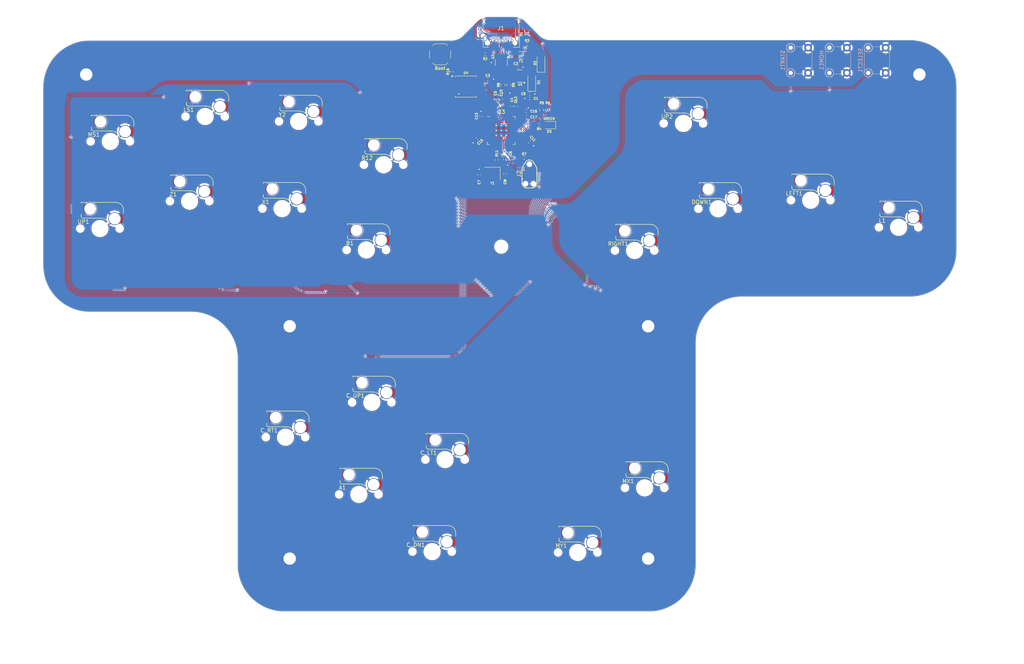
<source format=kicad_pcb>
(kicad_pcb (version 20240108) (generator "pcbnew") (generator_version "8.0")
  (layers (0 "F.Cu" signal) (31 "B.Cu" signal) (34 "B.Paste" user) (35 "F.Paste" user) (36 "B.SilkS" user "B.Silkscreen") (37 "F.SilkS" user "F.Silkscreen") (38 "B.Mask" user) (39 "F.Mask" user) (44 "Edge.Cuts" user))
  (net 0 "")
  (net 1 "GND")
  (net 2 "+3V3")
  (net 3 "+5V")
  (net 4 "+1V1")
  (net 5 "XTAL_IN")
  (net 6 "/XTAL_O")
  (net 7 "Net-(D1-A)")
  (net 8 "3vCable")
  (net 9 "Net-(D3-A)")
  (net 10 "Net-(F1-Pad1)")
  (net 12 "Net-(J1-CC1)")
  (net 13 "DBUS+")
  (net 14 "DBUS-")
  (net 17 "DATA")
  (net 19 "Net-(J1-CC2)")
  (net 22 "Net-(J1-SHIELD)")
  (net 23 "SWD")
  (net 24 "~{RESET}")
  (net 25 "SWCLK")
  (net 27 "PICO_LED")
  (net 28 "VBUS_SENSE")
  (net 29 "D+")
  (net 30 "/D_+")
  (net 31 "D-")
  (net 32 "/D_-")
  (net 33 "/~{USB_BOOT}")
  (net 34 "CS")
  (net 35 "XTAL_OUT")
  (net 36 "UP2")
  (net 37 "START")
  (net 38 "RIGHT")
  (net 39 "DOWN")
  (net 40 "LEFT")
  (net 41 "L")
  (net 42 "M1")
  (net 43 "M2")
  (net 46 "SELECT")
  (net 47 "C_LT")
  (net 48 "A")
  (net 49 "C_DN")
  (net 50 "C_RT")
  (net 51 "C_UP")
  (net 52 "UP")
  (net 53 "MS")
  (net 54 "Z")
  (net 55 "LS")
  (net 56 "X")
  (net 57 "Y")
  (net 58 "B")
  (net 59 "R")
  (net 60 "SD3")
  (net 61 "QSPI_CLK")
  (net 62 "SD0")
  (net 63 "SD2")
  (net 64 "SD1")
  (net 67 "HOME")
  (footprint "PCM_marbastlib-mx:SW_MX_HS_CPG151101S11_1u" (layer "F.Cu") (at 260 155.614794)
    (property "Reference" "MX1")
    (property "Value" "MX")
  )
  (footprint "Resistor_SMD:R_0603_1608Metric" (layer "F.Cu") (at 234.98609 58.033089 90)
    (property "Reference" "R6")
    (property "Value" "10k")
  )
  (footprint "PCM_marbastlib-mx:SW_MX_HS_CPG151101S11_1u" (layer "F.Cu") (at 122.109207 66.144224)
    (property "Reference" "MS1")
    (property "Value" "MS")
  )
  (footprint "Capacitor_SMD:C_0402_1005Metric" (layer "F.Cu") (at 217.28109 74.737107 -90)
    (property "Reference" "C7")
    (property "Value" "22pF")
  )
  (footprint "MountingHole:MountingHole_3.2mm_M3" (layer "F.Cu") (at 222.99459 93.322)
    (property "Reference" "REF**" (hide yes))
    (property "Value" "MountingHole_3.2mm_M3")
  )
  (footprint "Capacitor_SMD:C_0402_1005Metric" (layer "F.Cu") (at 230.33609 53.853089 180)
    (property "Reference" "C9")
    (property "Value" "10uF")
  )
  (footprint "footprints:TYPE-C_24P_QCHT" (layer "F.Cu") (at 222.99459 33.322 180)
    (property "Reference" "J1")
    (property "Value" "USB C Connector" (hide yes))
  )
  (footprint "Resistor_SMD:R_0402_1005Metric" (layer "F.Cu") (at 221.85309 70.911339 90)
    (property "Reference" "R11")
    (property "Value" "1k")
  )
  (footprint "Capacitor_SMD:C_0402_1005Metric" (layer "F.Cu") (at 225.40909 70.911339 -90)
    (property "Reference" "C6")
    (property "Value" "100nF")
  )
  (footprint "Diode_SMD:D_SOD-123" (layer "F.Cu") (at 233.24609 45.908089 90)
    (property "Reference" "D2")
    (property "Value" "Schottky Diode")
  )
  (footprint "PCM_marbastlib-mx:SW_MX_HS_CPG151101S11_1u" (layer "F.Cu") (at 189.587741 133.536008)
    (property "Reference" "C_UP1")
    (property "Value" "C_UP")
  )
  (footprint "MountingHole:MountingHole_3.2mm_M3" (layer "F.Cu") (at 168.4 113.875)
    (property "Reference" "REF**" (hide yes))
    (property "Value" "MountingHole_3.2mm_M3")
  )
  (footprint "PCM_marbastlib-mx:SW_MX_HS_CPG151101S11_1u" (layer "F.Cu") (at 186.247586 157.30244)
    (property "Reference" "A1")
    (property "Value" "A")
  )
  (footprint "Capacitor_SMD:C_0402_1005Metric" (layer "F.Cu") (at 229.47309 58.338339)
    (property "Reference" "C16")
    (property "Value" "100nF")
  )
  (footprint "Capacitor_SMD:C_0402_1005Metric" (layer "F.Cu") (at 219.51609 50.068089)
    (property "Reference" "C3")
    (property "Value" "100nF")
  )
  (footprint "Resistor_SMD:R_0603_1608Metric" (layer "F.Cu") (at 223.42609 51.568089 -90)
    (property "Reference" "R8")
    (property "Value" "27")
  )
  (footprint "Package_TO_SOT_SMD:SOT-23" (layer "F.Cu") (at 227.76859 49.248089 180)
    (property "Reference" "U1")
    (property "Value" "XC6206")
  )
  (footprint "PCM_marbastlib-mx:SW_MX_HS_CPG151101S11_1u" (layer "F.Cu") (at 166.446046 83.496292)
    (property "Reference" "X1")
    (property "Value" "X")
  )
  (footprint "MountingHole:MountingHole_3.2mm_M3" (layer "F.Cu") (at 330.9 48.875)
    (property "Reference" "REF**" (hide yes))
    (property "Value" "MountingHole_3.2mm_M3")
  )
  (footprint "Crystal:Crystal_SMD_3225-4Pin_3.2x2.5mm" (layer "F.Cu") (at 220.71009 74.467339 180)
    (property "Reference" "Y1")
    (property "Value" "12MHz")
  )
  (footprint "Button_Switch_SMD:SW_SPST_SKQG_WithStem" (layer "F.Cu") (at 207.212003 43.639998)
    (property "Reference" "SW1" (hide yes))
    (property "Value" "Boot")
  )
  (footprint "MountingHole:MountingHole_3.2mm_M3" (layer "F.Cu") (at 260.9 173.875)
    (property "Reference" "REF**" (hide yes))
    (property "Value" "MountingHole_3.2mm_M3")
  )
  (footprint "PCM_marbastlib-mx:SW_MX_HS_CPG151101S11_1u" (layer "F.Cu") (at 170.728766 60.980753)
    (property "Reference" "Y2")
    (property "Value" "Y")
  )
  (footprint "Capacitor_SMD:C_0402_1005Metric" (layer "F.Cu") (at 223.98384 74.483107 90)
    (property "Reference" "C8")
    (property "Value" "22pF")
  )
  (footprint "Capacitor_SMD:C_0402_1005Metric" (layer "F.Cu") (at 223.88509 70.911339 -90)
    (property "Reference" "C14")
    (property "Value" "100nF")
  )
  (footprint "Resistor_SMD:R_0402_1005Metric" (layer "F.Cu") (at 210.26609 48.148089 -90)
    (property "Reference" "R10")
    (property "Value" "1k")
  )
  (footprint "PCM_marbastlib-mx:SW_MX_HS_CPG151101S11_1u" (layer "F.Cu") (at 302.835981 81.333403)
    (property "Reference" "LEFT1")
    (property "Value" "LEFT")
  )
  (footprint "footprints:RP2040-QFN-56" (layer "F.Cu") (at 222.99609 63.323089)
    (property "Reference" "U3")
    (property "Value" "RP2040")
  )
  (footprint "LED_SMD:LED_0805_2012Metric" (layer "F.Cu") (at 235.37359 61.928089 180)
    (property "Reference" "D3")
    (property "Value" "GREEN")
  )
  (footprint "Package_TO_SOT_SMD:SOT-23-6" (layer "F.Cu") (at 222.99609 45.778089 -90)
    (property "Reference" "U2")
    (property "Value" "USBLC6-2SC6")
  )
  (footprint "Resistor_SMD:R_0402_1005Metric" (layer "F.Cu") (at 228.91609 70.358089 180)
    (property "Reference" "R7")
    (property "Value" "10k")
  )
  (footprint "Capacitor_SMD:C_0402_1005Metric" (layer "F.Cu") (at 225.76184 57.084107 90)
    (property "Reference" "C4")
    (property "Value" "1uF")
  )
  (footprint "Capacitor_SMD:C_0402_1005Metric" (layer "F.Cu") (at 222.99609 55.290339 90)
    (property "Reference" "C10")
    (property "Value" "1uF")
  )
  (footprint "MountingHole:MountingHole_3.2mm_M3" (layer "F.Cu") (at 168.4 173.875)
    (property "Reference" "REF**" (hide yes))
    (property "Value" "MountingHole_3.2mm_M3")
  )
  (footprint "PCM_marbastlib-mx:SW_MX_HS_CPG151101S11_1u" (layer "F.Cu") (at 242.735847 172.286594)
    (property "Reference" "MY1")
    (property "Value" "MY")
  )
  (footprint "PCM_marbastlib-mx:SW_MX_HS_CPG151101S11_1u" (layer "F.Cu") (at 325.540132 88.327186)
    (property "Reference" "L1")
    (property "Value" "L")
  )
  (footprint "Resistor_SMD:R_0603_1608Metric" (layer "F.Cu") (at 224.95609 51.568089 -90)
    (property "Reference" "R9")
    (property "Value" "27")
  )
  (footprint "Capacitor_SMD:C_0402_1005Metric" (layer "F.Cu") (at 229.47309 59.862339)
    (property "Reference" "C17")
    (property "Value" "100nF")
  )
  (footprint "Resistor_SMD:R_0402_1005Metric" (layer "F.Cu") (at 218.84609 43.658089 180)
    (property "Reference" "R2")
    (property "Value" "5.1k")
  )
  (footprint "PCM_marbastlib-mx:SW_MX_HS_CPG151101S11_1u" (layer "F.Cu") (at 278.957911 83.531126)
    (property "Reference" "DOWN1")
    (property "Value" "DOWN")
  )
  (footprint "PCM_marbastlib-mx:SW_MX_HS_CPG151101S11_1u" (layer "F.Cu") (at 167.335327 142.526562)
    (property "Reference" "C_RT1")
    (property "Value" "C_RT")
  )
  (footprint "Capacitor_SMD:C_0402_1005Metric" (layer "F.Cu") (at 230.33609 55.053089)
    (property "Reference" "C1")
    (property "Value" "1uF")
  )
  (footprint "Resistor_SMD:R_0603_1608Metric" (layer "F.Cu") (at 233.44609 58.033089 -90)
    (property "Reference" "R5")
    (property "Value" "5.6k")
  )
  (footprint "PCM_marbastlib-mx:SW_MX_HS_CPG151101S11_1u" (layer "F.Cu") (at 257.405817 94.313214)
    (property "Reference" "RIGHT1")
    (property "Value" "RIGHT")
  )
  (footprint "Package_SO:SOIC-8_5.23x5.23mm_P1.27mm" (layer "F.Cu") (at 213.86609 51.978089)
    (property "Reference" "U4")
    (property "Value" "W25Q128JVS")
  )
  (footprint "Diode_SMD:D_SOD-123" (layer "F.Cu") (at 230.86609 50.838089 90)
    (property "Reference" "D1")
    (property "Value" "Schottky Diode")
  )
  (footprint "PCM_marbastlib-mx:SW_MX_HS_CPG151101S11_1u" (layer "F.Cu") (at 208.5 148.311884)
    (property "Reference" "C_LT1")
    (property "Value" "C_LT")
  )
  (footprint "Capacitor_SMD:C_0402_1005Metric" (layer "F.Cu") (at 226.77784 57.084107 90)
    (property "Reference" "C12")
    (property "Value" "100nF")
  )
  (footprint "PCM_marbastlib-mx:SW_MX_HS_CPG151101S11_1u" (layer "F.Cu") (at 146.598766 59.710752)
    (property "Reference" "LS1")
    (property "Value" "LS")
  )
  (footprint "PCM_marbastlib-mx:SW_MX_HS_CPG151101S11_1u" (layer "F.Cu") (at 188.187579 94.17682)
    (property "Reference" "B1")
    (property "Value" "B")
  )
  (footprint "Capacitor_SMD:C_0402_1005Metric" (layer "F.Cu") (at 221.47209 55.290339 90)
    (property "Reference" "C5")
    (property "Value" "100nF")
  )
  (footprint "Capacitor_SMD:C_0402_1005Metric" (layer "F.Cu") (at 216.74484 65.466107 -135)
    (property "Reference" "C15")
    (property "Value" "100nF")
  )
  (footprint "Resistor_SMD:R_0402_1005Metric" (layer "F.Cu") (at 229.67609 40.998089)
    (property "Reference" "R3")
    (property "Value" "5.1k")
  )
  (footprint "PCM_marbastlib-various:CON_TC2030_outlined" (layer "F.Cu") (at 230.26609 74.548089 -90)
    (property "Reference" "J2")
    (property "Value" "JTAG_TC2030")
  )
  (footprint "PCM_marbastlib-mx:SW_MX_HS_CPG151101S11_1u" (layer "F.Cu") (at 119.445871 88.64327)
    (property "Reference" "UP1")
    (property "Value" "UP")
  )
  (footprint "Resistor_SMD:R_0603_1608Metric" (layer "F.Cu") (at 229.615999 38.417 90)
    (property "Reference" "R1")
    (property "Value" "1M")
  )
  (footprint "Fuse:Fuse_1206_3216Metric" (layer "F.Cu") (at 228.12609 43.888089)
    (property "Reference" "F1")
    (property "Value" "500 mA")
  )
  (footprint "Resistor_SMD:R_0402_1005Metric" (layer "F.Cu") (at 232.74609 61.938089)
    (property "Reference" "R4")
    (property "Value" "10k")
  )
  (footprint "PCM_marbastlib-mx:SW_MX_HS_CPG151101S11_1u" (layer "F.Cu") (at 205.159844 172.078317)
    (property "Reference" "C_DN1")
    (property "Value" "C_DN")
  )
  (footprint "Capacitor_SMD:C_0402_1005Metric" (layer "F.Cu") (at 230.30209 66.243982 -45)
    (property "Reference" "C11")
    (property "Value" "100nF")
  )
  (footprint "PCM_marbastlib-mx:SW_MX_HS_CPG151101S11_1u" (layer "F.Cu") (at 192.642768 72.15675)
    (property "Reference" "R12")
    (property "Value" "R")
  )
  (footprint "PCM_marbastlib-mx:SW_MX_HS_CPG151101S11_1u" (layer "F.Cu") (at 142.577076 81.574261)
    (property "Reference" "Z1")
    (property "Value" "Z")
  )
  (footprint "Capacitor_SMD:C_0402_1005Metric" (layer "F.Cu") (at 227.31609 47.008089 180)
    (property "Reference" "C2")
    (property "Value" "1uF")
  )
  (footprint "PCM_marbastlib-mx:SW_MX_HS_CPG151101S11_1u" (layer "F.Cu") (at 270 61.500002)
    (property "Reference" "UP2")
    (property "Value" "UP2")
  )
  (footprint "MountingHole:MountingHole_3.2mm_M3" (layer "F.Cu") (at 115.9 48.875)
    (property "Reference" "REF**" (hide yes))
    (property "Value" "MountingHole_3.2mm_M3")
  )
  (footprint "Capacitor_SMD:C_0402_1005Metric" (layer "F.Cu") (at 217.76084 59.624107 90)
    (property "Reference" "C13")
    (property "Value" "100nF")
  )
  (footprint "MountingHole:MountingHole_3.2mm_M3" (layer "F.Cu") (at 260.9 113.875)
    (property "Reference" "REF**" (hide yes))
    (property "Value" "MountingHole_3.2mm_M3")
  )
  (footprint "Button_Switch_THT:SW_PUSH_6mm_H7.3mm" (layer "B.Cu") (at 297.679738 41.949033 -90)
    (property "Reference" "START1")
    (property "Value" "START")
  )
  (footprint "Button_Switch_THT:SW_PUSH_6mm_H7.3mm" (layer "B.Cu") (at 317.679738 41.949033 -90)
    (property "Reference" "SELECT1")
    (property "Value" "SELECT")
  )
  (footprint "Button_Switch_THT:SW_PUSH_6mm_H7.3mm" (layer "B.Cu") (at 307.679738 41.949033 -90)
    (property "Reference" "HOME1")
    (property "Value" "HOME")
  )
  (gr_line (start 328.4538 40) (end 235.6569 40) (stroke (width 0.1)) (layer "Edge.Cuts"))
  (gr_arc (start 143 110.125) (mid 151.485281 113.639719) (end 155 122.125) (stroke (width 0.1)) (layer "Edge.Cuts"))
  (gr_arc (start 235.6569 40) (mid 234.12612 39.695518) (end 232.828427 38.828427) (stroke (width 0.1)) (layer "Edge.Cuts"))
  (gr_arc (start 328.4538 40) (mid 336.939081 43.514719) (end 340.4538 52) (stroke (width 0.1)) (layer "Edge.Cuts"))
  (gr_line (start 216.8284 35.1716) (end 213.065 38.935) (stroke (width 0.1)) (layer "Edge.Cuts"))
  (gr_line (start 340.4538 94.205) (end 340.4538 52) (stroke (width 0.1)) (layer "Edge.Cuts"))
  (gr_arc (start 167 187.5) (mid 158.514719 183.985281) (end 155 175.5) (stroke (width 0.1)) (layer "Edge.Cuts"))
  (gr_line (start 210.217853 40.1066) (end 116.8299 40.1066) (stroke (width 0.1)) (layer "Edge.Cuts"))
  (gr_line (start 104.8299 52.1066) (end 104.8299 98.125) (stroke (width 0.1)) (layer "Edge.Cuts"))
  (gr_line (start 116.8299 110.125) (end 143 110.125) (stroke (width 0.1)) (layer "Edge.Cuts"))
  (gr_arc (start 216.8284 35.1716) (mid 218.126118 34.304467) (end 219.63463 34) (stroke (width 0.1)) (layer "Edge.Cuts"))
  (gr_line (start 167 187.5) (end 261.15 187.5) (stroke (width 0.1)) (layer "Edge.Cuts"))
  (gr_line (start 285.15 106.205) (end 328.4538 106.205) (stroke (width 0.1)) (layer "Edge.Cuts"))
  (gr_arc (start 116.8299 110.125) (mid 108.344619 106.610281) (end 104.8299 98.125) (stroke (width 0.1)) (layer "Edge.Cuts"))
  (gr_arc (start 273.15 118.205) (mid 276.664719 109.719719) (end 285.15 106.205) (stroke (width 0.1)) (layer "Edge.Cuts"))
  (gr_arc (start 273.15 175.5) (mid 269.635281 183.985281) (end 261.15 187.5) (stroke (width 0.1)) (layer "Edge.Cuts"))
  (gr_line (start 232.828427 38.828427) (end 229.163954 35.163954) (stroke (width 0.1)) (layer "Edge.Cuts"))
  (gr_line (start 273.15 175.5) (end 273.15 118.205) (stroke (width 0.1)) (layer "Edge.Cuts"))
  (gr_line (start 226.343 34) (end 219.63463 34) (stroke (width 0.1)) (layer "Edge.Cuts"))
  (gr_arc (start 104.8299 52.1066) (mid 108.344619 43.621319) (end 116.8299 40.1066) (stroke (width 0.1)) (layer "Edge.Cuts"))
  (gr_line (start 155 122.125) (end 155 175.5) (stroke (width 0.1)) (layer "Edge.Cuts"))
  (gr_arc (start 340.4538 94.205) (mid 336.939081 102.690281) (end 328.4538 106.205) (stroke (width 0.1)) (layer "Edge.Cuts"))
  (gr_arc (start 213.065 38.935) (mid 211.76728 39.802118) (end 210.217853 40.1066) (stroke (width 0.1)) (layer "Edge.Cuts"))
  (gr_arc (start 226.343 34) (mid 227.87387 34.304497) (end 229.163954 35.163954) (stroke (width 0.1)) (layer "Edge.Cuts"))
  (segment (start 222.99609 45.131458) (end 222.99609 44.640589) (width 0.2) (layer "F.Cu") (net 1))
  (segment (start 231.31809 67.259982) (end 230.641501 66.583393) (width 0.2) (layer "F.Cu") (net 1))
  (segment (start 221.99609 67.481618) (end 221.99609 66.760589) (width 0.2) (layer "F.Cu") (net 1))
  (segment (start 222.379459 45.748089) (end 220.467303 45.748089) (width 0.2) (layer "F.Cu") (net 1))
  (segment (start 229.85609 55.053089) (end 229.85609 53.853089) (width 0.5) (layer "F.Cu") (net 1))
  (segment (start 223.98384 76.007107) (end 223.98384 74.963107) (width 0.381) (layer "F.Cu") (net 1))
  (segment (start 223.98384 74.963107) (end 222.164322 74.963107) (width 0.381) (layer "F.Cu") (net 1))
  (segment (start 215.72884 66.482107) (end 216.405429 65.805518) (width 0.381) (layer "F.Cu") (net 1))
  (segment (start 217.76084 58.354107) (end 217.76084 59.144107) (width 0.381) (layer "F.Cu") (net 1))
  (segment (start 225.76959 40.163089) (end 225.79459 40.138089) (width 0.2) (layer "F.Cu") (net 1))
  (segment (start 220.41609 45.778089) (end 220.43109 45.763089) (width 0.2) (layer "F.Cu") (net 1))
  (segment (start 217.28109 73.340107) (end 217.28109 74.257107) (width 0.381) (layer "F.Cu") (net 1))
  (segment (start 221.687993 68.22543) (end 217.781515 72.131908) (width 0.2) (layer "F.Cu") (net 1))
  (segment (start 210.30359 53.878089) (end 212.02859 53.878089) (width 0.5) (layer "F.Cu") (net 1))
  (segment (start 229.95309 58.338339) (end 229.95309 59.862339) (width 0.381) (layer "F.Cu") (net 1))
  (segment (start 219.99609 50.068089) (end 221.00609 50.068089) (width 0.5) (layer "F.Cu") (net 1))
  (segment (start 229.083161 55.053089) (end 229.85609 55.053089) (width 0.5) (layer "F.Cu") (net 1))
  (segment (start 220.21959 40.163089) (end 220.19459 40.138089) (width 0.2) (layer "F.Cu") (net 1))
  (segment (start 220.24459 40.223444) (end 220.24459 41.348089) (width 0.2) (layer "F.Cu") (net 1))
  (segment (start 225.74459 40.223444) (end 225.74459 41.348089) (width 0.2) (layer "F.Cu") (net 1))
  (segment (start 226.77784 55.687107) (end 226.77784 56.604107) (width 0.2) (layer "F.Cu") (net 1))
  (segment (start 229.07109 55.058089) (end 229.06609 55.063089) (width 0.5) (layer "F.Cu") (net 1))
  (segment (start 229.95284 57.498089) (end 229.95284 58.338089) (width 0.381) (layer "F.Cu") (net 1))
  (segment (start 228.428829 75.818089) (end 229.63109 75.818089) (width 0.25) (layer "F.Cu") (net 1))
  (segment (start 221.47209 54.810339) (end 222.99609 54.810339) (width 0.5) (layer "F.Cu") (net 1))
  (segment (start 221.563112 75.317339) (end 219.863112 73.617339) (width 0.254) (layer "F.Cu") (net 1))
  (segment (start 228.58109 47.003089) (end 228.58609 46.998089) (width 0.5) (layer "F.Cu") (net 1))
  (segment (start 228.569018 47.008089) (end 227.79609 47.008089) (width 0.5) (layer "F.Cu") (net 1))
  (via (at 215.72884 66.482107) (size 0.6) (drill 0.3) (layers "F.Cu" "B.Cu") (net 1))
  (via (at 223.31709 53.670982) (size 0.6) (drill 0.3) (layers "F.Cu" "B.Cu") (net 1))
  (via (at 225.22209 53.670982) (size 0.6) (drill 0.3) (layers "F.Cu" "B.Cu") (net 1))
  (via (at 224.61884 72.324107) (size 0.6) (drill 0.3) (layers "F.Cu" "B.Cu") (net 1))
  (via (at 221.01609 50.058089) (size 0.6) (drill 0.3) (layers "F.Cu" "B.Cu") (net 1))
  (via (at 229.95284 57.498089) (size 0.6) (drill 0.3) (layers "F.Cu" "B.Cu") (net 1))
  (via (at 222.20584 54.163107) (size 0.6) (drill 0.3) (layers "F.Cu" "B.Cu") (net 1))
  (via (at 220.41609 45.778089) (size 0.6) (drill 0.3) (layers "F.Cu" "B.Cu") (net 1))
  (via (at 226.77784 55.687107) (size 0.6) (drill 0.3) (layers "F.Cu" "B.Cu") (net 1))
  (via (at 217.76084 58.354107) (size 0.6) (drill 0.3) (layers "F.Cu" "B.Cu") (net 1))
  (via (at 231.67609 53.903089) (size 0.6) (drill 0.3) (layers "F.Cu" "B.Cu") (net 1))
  (via (at 231.31809 67.259982) (size 0.6) (drill 0.3) (layers "F.Cu" "B.Cu") (net 1))
  (via (at 228.428829 75.818089) (size 0.6) (drill 0.3) (layers "F.Cu" "B.Cu") (net 1))
  (via (at 229.06609 55.063089) (size 0.6) (drill 0.3) (layers "F.Cu" "B.Cu") (net 1))
  (via (at 223.98384 76.007107) (size 0.6) (drill 0.3) (layers "F.Cu" "B.Cu") (net 1))
  (via (at 217.28109 73.340107) (size 0.6) (drill 0.3) (layers "F.Cu" "B.Cu") (net 1))
  (via (at 228.58609 46.998089) (size 0.6) (drill 0.3) (layers "F.Cu" "B.Cu") (net 1))
  (via (at 212.04359 53.893089) (size 0.6) (drill 0.3) (layers "F.Cu" "B.Cu") (net 1))
  (arc (start 217.781515 72.131908) (mid 217.411146 72.686205) (end 217.28109 73.340107) (width 0.2) (layer "F.Cu") (net 1))
  (arc (start 220.467303 45.748089) (mid 220.447704 45.751987) (end 220.43109 45.763089) (width 0.2) (layer "F.Cu") (net 1))
  (arc (start 221.687993 68.22543) (mid 221.916018 67.884166) (end 221.99609 67.481618) (width 0.2) (layer "F.Cu") (net 1))
  (arc (start 220.21959 40.163089) (mid 220.238092 40.19078) (end 220.24459 40.223444) (width 0.2) (layer "F.Cu") (net 1))
  (arc (start 225.76959 40.163089) (mid 225.751087 40.19078) (end 225.74459 40.223444) (width 0.2) (layer "F.Cu") (net 1))
  (arc (start 228.58109 47.003089) (mid 228.575551 47.006789) (end 228.569018 47.008089) (width 0.5) (layer "F.Cu") (net 1))
  (arc (start 229.083161 55.053089) (mid 229.076628 55.054388) (end 229.07109 55.058089) (width 0.5) (layer "F.Cu") (net 1))
  (arc (start 222.99609 45.131458) (mid 222.815483 45.567482) (end 222.379459 45.748089) (width 0.2) (layer "F.Cu") (net 1))
  (segment (start 224.27109 63.323089) (end 221.72109 63.323089) (width 0.635) (layer "B.Cu") (net 1))
  (segment (start 222.99609 62.048089) (end 222.99609 64.598089) (width 0.635) (layer "B.Cu") (net 1))
  (segment (start 224.27109 62.048089) (end 221.72109 62.048089) (width 0.635) (layer "B.Cu") (net 1))
  (segment (start 224.27109 64.385956) (end 224.27109 62.048089) (width 0.635) (layer "B.Cu") (net 1))
  (segment (start 223.758957 64.298089) (end 222.233222 64.298089) (width 0.635) (layer "B.Cu") (net 1))
  (segment (start 221.72109 64.385956) (end 221.72109 62.048089) (width 0.635) (layer "B.Cu") (net 1))
  (arc (start 223.758957 64.298089) (mid 223.954942 64.337072) (end 224.12109 64.448089) (width 0.635) (layer "B.Cu") (net 1))
  (arc (start 221.72109 64.385956) (mid 221.775332 64.467136) (end 221.87109 64.448089) (width 0.635) (layer "B.Cu") (net 1))
  (arc (start 221.87109 64.448089) (mid 222.037237 64.337072) (end 222.233222 64.298089) (width 0.635) (layer "B.Cu") (net 1))
  (arc (start 224.27109 64.385956) (mid 224.216847 64.467136) (end 224.12109 64.448089) (width 0.635) (layer "B.Cu") (net 1))
  (segment (start 226.43359 60.723089) (end 227.423126 60.723089) (width 0.2) (layer "F.Cu") (net 2))
  (segment (start 230.86609 54.967733) (end 230.86609 52.571393) (width 0.5) (layer "F.Cu") (net 2))
  (segment (start 223.37424 58.968473) (end 223.37424 56.96327) (width 0.2) (layer "F.Cu") (net 2))
  (segment (start 229.198625 56.904661) (end 230.73332 55.369965) (width 0.5) (layer "F.Cu") (net 2))
  (segment (start 217.716358 64.522589) (end 217.12584 65.113107) (width 0.381) (layer "F.Cu") (net 2))
  (segment (start 223.59609 59.885589) (end 223.59609 60.479339) (width 0.2) (layer "F.Cu") (net 2))
  (segment (start 220.767349 60.681598) (end 220.80884 60.640107) (width 0.2) (layer "F.Cu") (net 2))
  (segment (start 225.888983 58.452964) (end 226.77784 57.564107) (width 0.2) (layer "F.Cu") (net 2))
  (segment (start 230.81609 55.170142) (end 230.81609 55.088444) (width 0.5) (layer "F.Cu") (net 2))
  (segment (start 218.794036 60.723089) (end 219.55859 60.723089) (width 0.2) (layer "F.Cu") (net 2))
  (segment (start 223.108965 56.178214) (end 222.99609 56.065339) (width 0.2) (layer "F.Cu") (net 2))
  (segment (start 223.756049 69.937316) (end 223.34884 69.530107) (width 0.5) (layer "F.Cu") (net 2))
  (segment (start 223.378515 58.974764) (end 223.478932 59.075181) (width 0.2) (layer "F.Cu") (net 2))
  (segment (start 223.19609 66.760589) (end 223.19609 66.031339) (width 0.2) (layer "F.Cu") (net 2))
  (segment (start 223.19609 59.885589) (end 223.19609 60.723149) (width 0.2) (layer "F.Cu") (net 2))
  (segment (start 225.584315 60.723089) (end 226.43359 60.723089) (width 0.2) (layer "F.Cu") (net 2))
  (segment (start 231.091602 52.429184) (end 232.110437 51.41035) (width 0.5) (layer "F.Cu") (net 2))
  (segment (start 225.59609 59.885589) (end 225.59609 60.636962) (width 0.2) (layer "F.Cu") (net 2))
  (segment (start 223.22184 56.703107) (end 223.29804 56.779307) (width 0.2) (layer "F.Cu") (net 2))
  (segment (start 228.635215 64.577107) (end 229.962679 65.904571) (width 0.381) (layer "F.Cu") (net 2))
  (segment (start 220.321215 64.315214) (end 220.32909 64.307339) (width 0.2) (layer "F.Cu") (net 2))
  (segment (start 223.208965 60.754232) (end 223.22184 60.767107) (width 0.2) (layer "F.Cu") (net 2))
  (segment (start 228.593791 59.966637) (end 228.130233 60.430196) (width 0.2) (layer "F.Cu") (net 2))
  (segment (start 219.03609 50.068089) (end 219.03609 51.098089) (width 0.5) (layer "F.Cu") (net 2))
  (segment (start 225.19609 60.148464) (end 225.19609 60.170922) (width 0.2) (layer "F.Cu") (net 2))
  (segment (start 223.375665 58.971914) (end 223.378515 58.974764) (width 0.2) (layer "F.Cu") (net 2))
  (segment (start 226.43359 64.323089) (end 225.56109 64.323089) (width 0.2) (layer "F.Cu") (net 2))
  (segment (start 223.22184 56.450718) (end 223.22184 56.703107) (width 0.2) (layer "F.Cu") (net 2))
  (segment (start 223.59609 59.885589) (end 223.59609 59.358024) (width 0.2) (layer "F.Cu") (net 2))
  (segment (start 223.375665 58.974764) (end 223.313247 59.037182) (width 0.2) (layer "F.Cu") (net 2))
  (segment (start 226.77784 57.564107) (end 227.606581 57.564107) (width 0.5) (layer "F.Cu") (net 2))
  (segment (start 233.24609 48.458774) (end 233.24609 47.558089) (width 0.5) (layer "F.Cu") (net 2))
  (segment (start 220.66718 60.723089) (end 219.55859 60.723089) (width 0.2) (layer "F.Cu") (net 2))
  (segment (start 225.59609 59.885589) (end 225.59609 59.160071) (width 0.2) (layer "F.Cu") (net 2))
  (segment (start 228.99309 59.714839) (end 228.99309 58.338339) (width 0.381) (layer "F.Cu") (net 2))
  (segment (start 226.43359 64.323089) (end 228.021978 64.323089) (width 0.2) (layer "F.Cu") (net 2))
  (segment (start 220.302203 64.323089) (end 219.55859 64.323089) (width 0.2) (layer "F.Cu") (net 2))
  (segment (start 223.19609 59.320024) (end 223.19609 59.885589) (width 0.2) (layer "F.Cu") (net 2))
  (segment (start 219.03609 50.068089) (end 217.49109 50.068089) (width 0.5) (layer "F.Cu") (net 2))
  (segment (start 229.17609 70.961551) (end 229.17609 72.179622) (width 0.5) (layer "F.Cu") (net 2))
  (segment (start 225.38197 59.699708) (end 225.59609 59.485589) (width 0.2) (layer "F.Cu") (net 2))
  (segment (start 223.19609 66.760589) (end 223.19609 69.269346) (width 0.2) (layer "F.Cu") (net 2))
  (segment (start 223.88509 70.248848) (end 223.88509 70.431339) (width 0.5) (layer "F.Cu") (net 2))
  (segment (start 219.55859 64.323089) (end 218.197847 64.323089) (width 0.2) (layer "F.Cu") (net 2))
  (segment (start 225.62959 60.717839) (end 225.66309 60.751339) (width 0.2) (layer "F.Cu") (net 2))
  (segment (start 223.272465 69.453732) (end 223.34884 69.530107) (width 0.2) (layer "F.Cu") (net 2))
  (segment (start 228.828829 73.298089) (end 229.61109 73.298089) (width 0.5) (layer "F.Cu") (net 2))
  (segment (start 225.36609 60.581339) (end 225.521965 60.737214) (width 0.2) (layer "F.Cu") (net 2))
  (segment (start 218.086929 60.430196) (end 217.76084 60.104107) (width 0.2) (layer "F.Cu") (net 2))
  (via (at 223.34884 69.530107) (size 0.6) (drill 0.3) (layers "F.Cu" "B.Cu") (net 2))
  (via (at 223.22184 56.703107) (size 0.6) (drill 0.3) (layers "F.Cu" "B.Cu") (net 2))
  (via (at 228.828829 73.298089) (size 0.6) (drill 0.3) (layers "F.Cu" "B.Cu") (net 2))
  (via (at 219.03609 51.098089) (size 0.6) (drill 0.3) (layers "F.Cu" "B.Cu") (net 2))
  (arc (start 225.38197 59.699708) (mid 225.244398 59.905599) (end 225.19609 60.148464) (width 0.2) (layer "F.Cu") (net 2))
  (arc (start 225.550215 60.737214) (mid 225.53609 60.743064) (end 225.521965 60.737214) (width 0.2) (layer "F.Cu") (net 2))
  (arc (start 218.794036 60.723089) (mid 218.411352 60.646969) (end 218.086929 60.430196) (width 0.2) (layer "F.Cu") (net 2))
  (arc (start 230.86609 54.967733) (mid 230.859592 55.000397) (end 230.84109 55.028089) (width 0.5) (layer "F.Cu") (net 2))
  (arc (start 230.949394 52.488089) (mid 230.890489 52.512488) (end 230.86609 52.571393) (width 0.5) (layer "F.Cu") (net 2))
  (arc (start 230.84109 55.028089) (mid 230.822587 55.05578) (end 230.81609 55.088444) (width 0.5) (layer "F.Cu") (net 2))
  (arc (start 225.584315 60.723089) (mid 225.56586 60.726759) (end 225.550215 60.737214) (width 0.2) (layer "F.Cu") (net 2))
  (arc (start 228.84559 59.862339) (mid 228.709317 59.889445) (end 228.593791 59.966637) (width 0.381) (layer "F.Cu") (net 2))
  (arc (start 223.37424 58.968473) (mid 223.37461 58.970335) (end 223.375665 58.971914) (width 0.2) (layer "F.Cu") (net 2))
  (arc (start 230.949394 52.488089) (mid 231.026356 52.47278) (end 231.091602 52.429184) (width 0.5) (layer "F.Cu") (net 2))
  (arc (start 223.22184 56.450718) (mid 223.192504 56.303239) (end 223.108965 56.178214) (width 0.2) (layer "F.Cu") (net 2))
  (arc (start 220.767349 60.681598) (mid 220.721391 60.712305) (end 220.66718 60.723089) (width 0.2) (layer "F.Cu") (net 2))
  (arc (start 223.59609 59.358024) (mid 223.565642 59.20495) (end 223.478932 59.075181) (width 0.2) (layer "F.Cu") (net 2))
  (arc (start 223.19609 60.723149) (mid 223.199436 60.73997) (end 223.208965 60.754232) (width 0.2) (layer "F.Cu") (net 2))
  (arc (start 229.17609 72.179622) (mid 229.294341 72.774108) (end 229.63109 73.278089) (width 0.5) (layer "F.Cu") (net 2))
  (arc (start 223.756049 69.937316) (mid 223.851553 70.080248) (end 223.88509 70.248848) (width 0.5) (layer "F.Cu") (net 2))
  (arc (start 217.716358 64.522589) (mid 217.937324 64.374909) (end 218.197847 64.323089) (width 0.2) (layer "F.Cu") (net 2))
  (arc (start 220.302203 64.323089) (mid 220.312492 64.321042) (end 220.321215 64.315214) (width 0.2) (layer "F.Cu") (net 2))
  (arc (start 225.888983 58.452964) (mid 225.67221 58.777387) (end 225.59609 59.160071) (width 0.2) (layer "F.Cu") (net 2))
  (arc (start 225.36609 60.581339) (mid 225.240271 60.393038) (end 225.19609 60.170922) (width 0.2) (layer "F.Cu") (net 2))
  (arc (start 230.81609 55.170142) (mid 230.794578 55.278285) (end 230.73332 55.369965) (width 0.5) (layer "F.Cu") (net 2))
  (arc (start 229.17609 70.961551) (mid 229.241047 70.634994) (end 229.42609 70.358089) (width 0.5) (layer "F.Cu") (net 2))
  (arc (start 223.272465 69.453732) (mid 223.215939 69.369135) (end 223.19609 69.269346) (width 0.2) (layer "F.Cu") (net 2))
  (arc (start 223.19609 59.320024) (mid 223.226538 59.166951) (end 223.313247 59.037182) (width 0.2) (layer "F.Cu") (net 2))
  (arc (start 225.62959 60.717839) (mid 225.604796 60.680732) (end 225.59609 60.636962) (width 0.2) (layer "F.Cu") (net 2))
  (arc (start 228.84559 59.862339) (mid 228.949888 59.819137) (end 228.99309 59.714839) (width 0.381) (layer "F.Cu") (net 2))
  (arc (start 223.375665 58.971914) (mid 223.376255 58.973339) (end 223.375665 58.974764) (width 0.2) (layer "F.Cu") (net 2))
  (arc (start 223.378515 58.974764) (mid 223.37709 58.974173) (end 223.375665 58.974764) (width 0.2) (layer "F.Cu") (net 2))
  (arc (start 223.37424 56.96327) (mid 223.354436 56.863709) (end 223.29804 56.779307) (width 0.2) (layer "F.Cu") (net 2))
  (arc (start 232.110437 51.41035) (mid 232.951784 50.039513) (end 233.24609 48.458774) (width 0.5) (layer "F.Cu") (net 2))
  (arc (start 228.130233 60.430196) (mid 227.805809 60.646969) (end 227.423126 60.723089) (width 0.2) (layer "F.Cu") (net 2))
  (arc (start 228.021978 64.323089) (mid 228.353852 64.389102) (end 228.635215 64.577107) (width 0.2) (layer "F.Cu") (net 2))
  (arc (start 229.198625 56.904661) (mid 228.468189 57.392723) (end 227.606581 57.564107) (width 0.5) (layer "F.Cu") (net 2))
  (segment (start 226.823929 73.005196) (end 223.34884 69.530107) (width 0.5) (layer "B.Cu") (net 2))
  (segment (start 227.531036 73.298089) (end 228.828829 73.298089) (width 0.5) (layer "B.Cu") (net 2))
  (segment (start 220.03966 53.520927) (end 223.22184 56.703107) (width 0.5) (layer "B.Cu") (net 2))
  (arc (start 227.531036 73.298089) (mid 227.148352 73.221969) (end 226.823929 73.005196) (width 0.5) (layer "B.Cu") (net 2))
  (arc (start 219.03609 51.098089) (mid 219.296909 52.409321) (end 220.03966 53.520927) (width 0.5) (layer "B.Cu") (net 2))
  (segment (start 229.52609 44.758089) (end 229.52609 43.888089) (width 0.5) (layer "F.Cu") (net 3))
  (segment (start 226.83109 46.758089) (end 226.83109 49.248089) (width 0.5) (layer "F.Cu") (net 3))
  (segment (start 228.21484 45.758089) (end 228.42234 45.758089) (width 0.5) (layer "F.Cu") (net 3))
  (segment (start 227.814018 45.748089) (end 223.481775 45.748089) (width 0.2) (layer "F.Cu") (net 3))
  (segment (start 233.973298 54.890881) (end 234.218882 54.645297) (width 0.5) (layer "F.Cu") (net 3))
  (segment (start 233.44609 56.163673) (end 233.44609 57.208089) (width 0.5) (layer "F.Cu") (net 3))
  (segment (start 234.74609 53.372505) (end 234.74609 46.758089) (width 0.5) (layer "F.Cu") (net 3))
  (segment (start 227.83109 45.758089) (end 227.871715 45.758089) (width 0.5) (layer "F.Cu") (net 3))
  (segment (start 233.74609 45.758089) (end 228.42234 45.758089) (width 0.5) (layer "F.Cu") (net 3))
  (segment (start 228.21484 45.758089) (end 228.196715 45.758089) (width 0.5) (layer "F.Cu") (net 3))
  (segment (start 222.99609 46.354913) (end 222.99609 46.448089) (width 0.2) (layer "F.Cu") (net 3))
  (segment (start 228.196715 45.758089) (end 227.952965 45.758089) (width 0.5) (layer "F.Cu") (net 3))
  (segment (start 227.82609 45.753089) (end 227.83109 45.758089) (width 0.2) (layer "F.Cu") (net 3))
  (arc (start 233.74609 45.758089) (mid 234.453197 46.050982) (end 234.74609 46.758089) (width 0.5) (layer "F.Cu") (net 3))
  (arc (start 233.973298 54.890881) (mid 233.583107 55.474843) (end 233.44609 56.163673) (width 0.5) (layer "F.Cu") (net 3))
  (arc (start 226.83109 46.758089) (mid 227.123983 46.050982) (end 227.83109 45.758089) (width 0.5) (layer "F.Cu") (net 3))
  (arc (start 229.52609 44.758089) (mid 229.233197 45.465196) (end 228.52609 45.758089) (width 0.5) (layer "F.Cu") (net 3))
  (arc (start 223.198933 45.865246) (mid 223.328702 45.778537) (end 223.481775 45.748089) (width 0.2) (layer "F.Cu") (net 3))
  (arc (start 223.198933 45.865246) (mid 223.048799 46.089923) (end 222.99609 46.354913) (width 0.2) (layer "F.Cu") (net 3))
  (arc (start 234.74609 53.372505) (mid 234.609073 54.061335) (end 234.218882 54.645297) (width 0.5) (layer "F.Cu") (net 3))
  (arc (start 227.814018 45.748089) (mid 227.820551 45.749388) (end 227.82609 45.753089) (width 0.2) (layer "F.Cu") (net 3))
  (segment (start 221.642474 56.476723) (end 222.36109 57.195339) (width 0.381) (layer "F.Cu") (net 4))
  (segment (start 224.72159 60.803839) (end 224.64709 60.878339) (width 0.2) (layer "F.Cu") (net 4))
  (segment (start 226.26984 70.419107) (end 226.263724 70.425223) (width 0.5) (layer "F.Cu") (net 4))
  (segment (start 223.59609 67.909125) (end 223.59609 66.760589) (width 0.2) (layer "F.Cu") (net 4))
  (segment (start 225.40909 70.408103) (end 225.40909 70.384867) (width 0.2) (layer "F.Cu") (net 4))
  (segment (start 226.248958 70.431339) (end 225.432326 70.431339) (width 0.5) (layer "F.Cu") (net 4))
  (segment (start 224.79609 60.62398) (end 224.79609 59.885589) (width 0.2) (layer "F.Cu") (net 4))
  (segment (start 223.888983 68.616232) (end 225.233332 69.960581) (width 0.2) (layer "F.Cu") (net 4))
  (segment (start 222.503197 57.337446) (end 222.36109 57.195339) (width 0.2) (layer "F.Cu") (net 4))
  (segment (start 222.79609 58.044553) (end 222.79609 59.885589) (width 0.2) (layer "F.Cu") (net 4))
  (segment (start 224.79609 59.885589) (end 224.79609 59.254376) (width 0.2) (layer "F.Cu") (net 4))
  (segment (start 225.308403 58.017544) (end 225.76184 57.564107) (width 0.2) (layer "F.Cu") (net 4))
  (via (at 226.26984 70.419107) (size 0.6) (drill 0.3) (layers "F.Cu" "B.Cu") (net 4))
  (via (at 223.60284 65.422589) (size 0.6) (drill 0.35) (layers "F.Cu" "B.Cu") (net 4))
  (via (at 223.72984 61.185339) (size 0.6) (drill 0.35) (layers "F.Cu" "B.Cu") (net 4))
  (via (at 222.36109 57.195339) (size 0.6) (drill 0.3) (layers "F.Cu" "B.Cu") (net 4))
  (arc (start 223.59609 67.909125) (mid 223.67221 68.291809) (end 223.888983 68.616232) (width 0.2) (layer "F.Cu") (net 4))
  (arc (start 226.248958 70.431339) (mid 226.256949 70.429749) (end 226.263724 70.425223) (width 0.5) (layer "F.Cu") (net 4))
  (arc (start 225.432326 70.431339) (mid 225.415895 70.424533) (end 225.40909 70.408103) (width 0.2) (layer "F.Cu") (net 4))
  (arc (start 225.233332 69.960581) (mid 225.363408 70.15525) (end 225.40909 70.384867) (width 0.2) (layer "F.Cu") (net 4))
  (arc (start 225.308403 58.017544) (mid 224.929236 58.585007) (end 224.79609 59.254376) (width 0.2) (layer "F.Cu") (net 4))
  (arc (start 221.642474 56.476723) (mid 221.516372 56.287997) (end 221.47209 56.065339) (width 0.381) (layer "F.Cu") (net 4))
  (arc (start 224.79609 60.62398) (mid 224.776728 60.721319) (end 224.72159 60.803839) (width 0.2) (layer "F.Cu") (net 4))
  (arc (start 222.79609 58.044553) (mid 222.71997 57.661869) (end 222.503197 57.337446) (width 0.2) (layer "F.Cu") (net 4))
  (segment (start 222.36109 59.402375) (end 222.36109 57.195339) (width 0.381) (layer "B.Cu") (net 4))
  (segment (start 223.60284 68.055875) (end 223.60284 65.422589) (width 0.381) (layer "B.Cu") (net 4))
  (segment (start 225.258965 70.126214) (end 223.895733 68.762982) (width 0.381) (layer "B.Cu") (net 4))
  (segment (start 226.26984 70.419107) (end 225.966072 70.419107) (width 0.381) (layer "B.Cu") (net 4))
  (segment (start 223.72984 61.185339) (end 222.653983 60.109482) (width 0.381) (layer "B.Cu") (net 4))
  (arc (start 222.36109 59.402375) (mid 222.43721 59.785059) (end 222.653983 60.109482) (width 0.381) (layer "B.Cu") (net 4))
  (arc (start 225.258965 70.126214) (mid 225.583388 70.342987) (end 225.966072 70.419107) (width 0.381) (layer "B.Cu") (net 4))
  (arc (start 223.60284 68.055875) (mid 223.67896 68.438559) (end 223.895733 68.762982) (width 0.381) (layer "B.Cu") (net 4))
  (segment (start 222.39609 67.665908) (end 222.39609 66.760589) (width 0.2) (layer "F.Cu") (net 5))
  (segment (start 218.29709 73.357587) (end 218.29709 72.884956) (width 0.2) (layer "F.Cu") (net 5))
  (segment (start 217.28109 75.217107) (end 219.509858 75.217107) (width 0.2) (layer "F.Cu") (net 5))
  (segment (start 218.812395 74.601644) (end 219.52809 75.317339) (width 0.2) (layer "F.Cu") (net 5))
  (segment (start 218.794623 71.683806) (end 222.101629 68.3768) (width 0.2) (layer "F.Cu") (net 5))
  (arc (start 218.29709 72.884956) (mid 218.426395 72.234898) (end 218.794623 71.683806) (width 0.2) (layer "F.Cu") (net 5))
  (arc (start 222.39609 67.665908) (mid 222.319562 68.05064) (end 222.101629 68.3768) (width 0.2) (layer "F.Cu") (net 5))
  (arc (start 218.29709 73.357587) (mid 218.431013 74.030866) (end 218.812395 74.601644) (width 0.2) (layer "F.Cu") (net 5))
  (segment (start 223.98384 74.003107) (end 222.195858 74.003107) (width 0.2) (layer "F.Cu") (net 6))
  (segment (start 221.85309 73.574339) (end 221.85309 71.421339) (width 0.2) (layer "F.Cu") (net 6))
  (segment (start 230.834322 49.133857) (end 230.834322 49.038652) (width 0.5) (layer "F.Cu") (net 7))
  (segment (start 229.86609 48.298089) (end 228.70609 48.298089) (width 0.5) (layer "F.Cu") (net 7))
  (segment (start 230.850206 49.172205) (end 230.86609 49.188089) (width 0.5) (layer "F.Cu") (net 7))
  (arc (start 229.86609 48.298089) (mid 230.474851 48.504736) (end 230.834322 49.038652) (width 0.5) (layer "F.Cu") (net 7))
  (arc (start 230.850206 49.172205) (mid 230.83845 49.15461) (end 230.834322 49.133857) (width 0.5) (layer "F.Cu") (net 7))
  (segment (start 219.107461 38.428089) (end 219.253219 38.428089) (width 0.2) (layer "F.Cu") (net 8))
  (segment (start 225.711775 42.528089) (end 230.497063 42.528089) (width 0.2) (layer "F.Cu") (net 8))
  (segment (start 218.541775 38.193774) (end 217.41609 37.068089) (width 0.2) (layer "F.Cu") (net 8))
  (segment (start 233.03109 44.043089) (end 232.236651 43.24865) (width 0.2) (layer "F.Cu") (net 8))
  (segment (start 233.67609 40.899212) (end 233.67609 43.524033) (width 0.2) (layer "F.Cu") (net 8))
  (segment (start 225.24459 41.965953) (end 225.24459 41.348089) (width 0.2) (layer "F.Cu") (net 8))
  (segment (start 219.818904 38.662403) (end 220.59459 39.438089) (width 0.2) (layer "F.Cu") (net 8))
  (segment (start 233.676884 40.897294) (end 233.677679 40.8965) (width 0.2) (layer "F.Cu") (net 8))
  (via (at 233.677679 40.8965) (size 0.6) (drill 0.3) (layers "F.Cu" "B.Cu") (net 8))
  (via (at 217.41609 37.068089) (size 0.8) (drill 0.4) (layers "F.Cu" "B.Cu") (net 8))
  (arc (start 233.03109 44.043089) (mid 233.24609 44.132144) (end 233.46109 44.043089) (width 0.2) (layer "F.Cu") (net 8))
  (arc (start 233.67609 40.899212) (mid 233.676296 40.898174) (end 233.676884 40.897294) (width 0.2) (layer "F.Cu") (net 8))
  (arc (start 232.236651 43.24865) (mid 231.438521 42.715357) (end 230.497063 42.528089) (width 0.2) (layer "F.Cu") (net 8))
  (arc (start 219.107461 38.428089) (mid 218.801314 38.367192) (end 218.541775 38.193774) (width 0.2) (layer "F.Cu") (net 8))
  (arc (start 233.67609 43.524033) (mid 233.620213 43.804944) (end 233.46109 44.043089) (width 0.2) (layer "F.Cu") (net 8))
  (arc (start 225.711775 42.528089) (mid 225.558702 42.497641) (end 225.428933 42.410932) (width 0.2) (layer "F.Cu") (net 8))
  (arc (start 225.24459 41.965953) (mid 225.292488 42.20675) (end 225.428933 42.410932) (width 0.2) (layer "F.Cu") (net 8))
  (arc (start 219.818904 38.662403) (mid 219.559365 38.488985) (end 219.253219 38.428089) (width 0.2) (layer "F.Cu") (net 8))
  (segment (start 217.41609 37.068089) (end 227.859424 37.068089) (width 0.2) (layer "B.Cu") (net 8))
  (segment (start 231.2563 38.475121) (end 233.677679 40.8965) (width 0.2) (layer "B.Cu") (net 8))
  (arc (start 231.2563 38.475121) (mid 229.6978 37.433765) (end 227.859424 37.068089) (width 0.2) (layer "B.Cu") (net 8))
  (segment (start 234.419018 61.938089) (end 233.25609 61.938089) (width 0.2) (layer "F.Cu") (net 9))
  (segment (start 234.43109 61.933089) (end 234.43609 61.928089) (width 0.2) (layer "F.Cu") (net 9))
  (arc (start 234.43109 61.933089) (mid 234.425551 61.936789) (end 234.419018 61.938089) (width 0.2) (layer "F.Cu") (net 9))
  (segment (start 224.24459 41.173365) (end 224.24459 41.268668) (width 0.25) (layer "F.Cu") (net 10))
  (segment (start 224.24459 40.839805) (end 224.24459 41.093946) (width 0.25) (layer "F.Cu") (net 10))
  (segment (start 224.24459 41.475157) (end 224.24459 41.538694) (width 0.25) (layer "F.Cu") (net 10))
  (segment (start 224.24459 41.093946) (end 224.24459 41.173365) (width 0.25) (layer "F.Cu") (net 10))
  (segment (start 221.74459 41.348089) (end 221.74459 41.903812) (width 0.2) (layer "F.Cu") (net 10))
  (segment (start 224.93609 43.138089) (end 224.841642 43.043641) (width 0.2) (layer "F.Cu") (net 10))
  (segment (start 224.24459 41.60223) (end 224.24459 41.586346) (width 0.2) (layer "F.Cu") (net 10))
  (segment (start 224.93609 43.138089) (end 225.373197 43.575196) (width 0.2) (layer "F.Cu") (net 10))
  (segment (start 224.24459 41.284552) (end 224.24459 41.268668) (width 0.25) (layer "F.Cu") (net 10))
  (segment (start 221.74459 41.348089) (end 221.74459 40.223444) (width 0.25) (layer "F.Cu") (net 10))
  (segment (start 224.24459 41.411622) (end 224.24459 41.475157) (width 0.25) (layer "F.Cu") (net 10))
  (segment (start 226.080304 43.868089) (end 226.96609 43.868089) (width 0.2) (layer "F.Cu") (net 10))
  (segment (start 224.24459 41.554578) (end 224.24459 41.586346) (width 0.25) (layer "F.Cu") (net 10))
  (segment (start 224.24459 41.348087) (end 224.24459 41.411622) (width 0.25) (layer "F.Cu") (net 10))
  (segment (start 224.24459 41.538694) (end 224.24459 41.554578) (width 0.25) (layer "F.Cu") (net 10))
  (segment (start 221.08609 43.138089) (end 221.337454 42.886725) (width 0.2) (layer "F.Cu") (net 10))
  (segment (start 221.76959 40.163089) (end 221.79459 40.138089) (width 0.25) (layer "F.Cu") (net 10))
  (segment (start 224.21959 40.163089) (end 224.19459 40.138089) (width 0.25) (layer "F.Cu") (net 10))
  (segment (start 224.24459 40.839805) (end 224.24459 40.223444) (width 0.25) (layer "F.Cu") (net 10))
  (segment (start 224.24459 41.284552) (end 224.24459 41.348087) (width 0.25) (layer "F.Cu") (net 10))
  (via (at 221.08609 43.138089) (size 0.6) (drill 0.3) (layers "F.Cu" "B.Cu") (net 10))
  (via (at 224.93609 43.138089) (size 0.6) (drill 0.3) (layers "F.Cu" "B.Cu") (net 10))
  (arc (start 221.76959 40.163089) (mid 221.751087 40.19078) (end 221.74459 40.223444) (width 0.25) (layer "F.Cu") (net 10))
  (arc (start 226.080304 43.868089) (mid 225.697621 43.791969) (end 225.373197 43.575196) (width 0.2) (layer "F.Cu") (net 10))
  (arc (start 224.24459 40.223444) (mid 224.238092 40.19078) (end 224.21959 40.163089) (width 0.25) (layer "F.Cu") (net 10))
  (arc (start 221.337454 42.886725) (mid 221.638779 42.435761) (end 221.74459 41.903812) (width 0.2) (layer "F.Cu") (net 10))
  (arc (start 224.24459 41.60223) (mid 224.399759 42.382316) (end 224.841642 43.043641) (width 0.2) (layer "F.Cu") (net 10))
  (segment (start 224.93609 43.138089) (end 221.08609 43.138089) (width 0.2) (layer "B.Cu") (net 10))
  (segment (start 223.803168 42.0111) (end 223.849858 42.05779) (width 0.2) (layer "F.Cu") (net 12))
  (segment (start 223.966265 42.639879) (end 223.966265 42.78405) (width 0.2) (layer "F.Cu") (net 12))
  (segment (start 229.16609 41.928589) (end 229.16609 40.998089) (width 0.2) (layer "F.Cu") (net 12))
  (segment (start 223.74459 41.869679) (end 223.74459 41.348089) (width 0.2) (layer "F.Cu") (net 12))
  (segment (start 224.259158 43.491157) (end 225.01609 44.248089) (width 0.2) (layer "F.Cu") (net 12))
  (segment (start 223.901621 42.147445) (end 223.901247 42.14605) (width 0.2) (layer "F.Cu") (net 12))
  (via (at 229.16609 41.928589) (size 0.6) (drill 0.3) (layers "F.Cu" "B.Cu") (net 12))
  (via (at 225.02609 44.238089) (size 0.6) (drill 0.3) (layers "F.Cu" "B.Cu") (net 12))
  (arc (start 223.849858 42.05779) (mid 223.881641 42.09921) (end 223.901621 42.147445) (width 0.2) (layer "F.Cu") (net 12))
  (arc (start 223.966265 42.639879) (mid 223.949941 42.390834) (end 223.901247 42.14605) (width 0.2) (layer "F.Cu") (net 12))
  (arc (start 223.803168 42.0111) (mid 223.759814 41.946215) (end 223.74459 41.869679) (width 0.2) (layer "F.Cu") (net 12))
  (arc (start 223.966265 42.78405) (mid 224.042385 43.166733) (end 224.259158 43.491157) (width 0.2) (layer "F.Cu") (net 12))
  (segment (start 227.44052 44.238089) (end 225.02609 44.238089) (width 0.2) (layer "B.Cu") (net 12))
  (segment (start 229.16609 42.512519) (end 229.16609 41.928589) (width 0.2) (layer "B.Cu") (net 12))
  (arc (start 227.44052 44.238089) (mid 228.660682 43.732681) (end 229.16609 42.512519) (width 0.2) (layer "B.Cu") (net 12))
  (segment (start 223.94609 44.502303) (end 223.94609 44.640589) (width 0.2) (layer "F.Cu") (net 13))
  (segment (start 223.537483 43.679482) (end 223.653197 43.795196) (width 0.2) (layer "F.Cu") (net 13))
  (segment (start 223.24459 42.972375) (end 223.24459 41.348089) (width 0.2) (layer "F.Cu") (net 13))
  (via (at 223.34409 42.438089) (size 0.6) (drill 0.3) (layers "F.Cu" "B.Cu") (net 13))
  (arc (start 223.94609 44.502303) (mid 223.86997 44.11962) (end 223.653197 43.795196) (width 0.2) (layer "F.Cu") (net 13))
  (arc (start 223.24459 42.972375) (mid 223.32071 43.355058) (end 223.537483 43.679482) (width 0.2) (layer "F.Cu") (net 13))
  (segment (start 223.084585 42.178584) (end 223.34409 42.438089) (width 0.2) (layer "B.Cu") (net 13))
  (segment (start 222.59459 40.995631) (end 222.59459 40.138089) (width 0.2) (layer "B.Cu") (net 13))
  (arc (start 223.084585 42.178584) (mid 222.721936 41.63584) (end 222.59459 40.995631) (width 0.2) (layer "B.Cu") (net 13))
  (segment (start 223.355168 40.28901) (end 222.942836 40.701343) (width 0.2) (layer "F.Cu") (net 14))
  (segment (start 222.338983 43.765196) (end 222.451697 43.652482) (width 0.2) (layer "F.Cu") (net 14))
  (segment (start 222.744588 41.179964) (end 222.744588 41.245228) (width 0.2) (layer "F.Cu") (net 14))
  (segment (start 222.04609 44.472303) (end 222.04609 44.640589) (width 0.2) (layer "F.Cu") (net 14))
  (segment (start 222.744588 41.279516) (end 222.744588 41.313803) (width 0.2) (layer "F.Cu") (net 14))
  (segment (start 222.744589 41.348089) (end 222.74459 41.382375) (width 0.2) (layer "F.Cu") (net 14))
  (segment (start 222.74459 41.382375) (end 222.74459 41.416661) (width 0.2) (layer "F.Cu") (net 14))
  (segment (start 222.744588 41.245228) (end 222.744588 41.279516) (width 0.2) (layer "F.Cu") (net 14))
  (segment (start 223.39459 40.193839) (end 223.39459 40.138089) (width 0.2) (layer "F.Cu") (net 14))
  (segment (start 222.744588 41.313803) (end 222.744589 41.348089) (width 0.2) (layer "F.Cu") (net 14))
  (segment (start 222.74459 41.416661) (end 222.74459 42.945375) (width 0.2) (layer "F.Cu") (net 14))
  (arc (start 222.451697 43.652482) (mid 222.66847 43.328058) (end 222.74459 42.945375) (width 0.2) (layer "F.Cu") (net 14))
  (arc (start 222.744588 41.179964) (mid 222.796109 40.920936) (end 222.942836 40.701343) (width 0.2) (layer "F.Cu") (net 14))
  (arc (start 223.355168 40.28901) (mid 223.384344 40.245345) (end 223.39459 40.193839) (width 0.2) (layer "F.Cu") (net 14))
  (arc (start 222.338983 43.765196) (mid 222.12221 44.08962) (end 222.04609 44.472303) (width 0.2) (layer "F.Cu") (net 14))
  (segment (start 220.74459 41.645375) (end 220.74459 41.348089) (width 0.25) (layer "F.Cu") (net 17))
  (segment (start 220.248983 42.555196) (end 220.451697 42.352482) (width 0.25) (layer "F.Cu") (net 17))
  (segment (start 217.808983 42.400982) (end 217.963197 42.555196) (width 0.25) (layer "F.Cu") (net 17))
  (segment (start 219.541876 42.848089) (end 218.670304 42.848089) (width 0.25) (layer "F.Cu") (net 17))
  (segment (start 229.188126 60.808089) (end 229.97609 60.808089) (width 0.2) (layer "F.Cu") (net 17))
  (segment (start 217.51609 41.693875) (end 217.51609 38.168089) (width 0.25) (layer "F.Cu") (net 17))
  (segment (start 228.481019 61.100982) (end 228.351805 61.230196) (width 0.2) (layer "F.Cu") (net 17))
  (segment (start 227.644698 61.523089) (end 226.43359 61.523089) (width 0.2) (layer "F.Cu") (net 17))
  (via (at 229.939204 60.796089) (size 0.6) (drill 0.3) (layers "F.Cu" "B.Cu") (net 17))
  (via (at 217.51609 38.168089) (size 0.8) (drill 0.4) (layers "F.Cu" "B.Cu") (net 17))
  (arc (start 218.670304 42.848089) (mid 218.287621 42.771969) (end 217.963197 42.555196) (width 0.25) (layer "F.Cu") (net 17))
  (arc (start 220.74459 41.645375) (mid 220.66847 42.028059) (end 220.451697 42.352482) (width 0.25) (layer "F.Cu") (net 17))
  (arc (start 228.481019 61.100982) (mid 228.805443 60.884209) (end 229.188126 60.808089) (width 0.2) (layer "F.Cu") (net 17))
  (arc (start 227.644698 61.523089) (mid 228.027381 61.446969) (end 228.351805 61.230196) (width 0.2) (layer "F.Cu") (net 17))
  (arc (start 219.541876 42.848089) (mid 219.92456 42.771969) (end 220.248983 42.555196) (width 0.25) (layer "F.Cu") (net 17))
  (arc (start 217.51609 41.693875) (mid 217.59221 42.076559) (end 217.808983 42.400982) (width 0.25) (layer "F.Cu") (net 17))
  (segment (start 226.440304 38.218089) (end 228.873449 38.218089) (width 0.25) (layer "B.Cu") (net 17))
  (segment (start 225.39459 39.08902) (end 225.39459 39.438089) (width 0.25) (layer "B.Cu") (net 17))
  (segment (start 235.45609 56.755448) (end 235.45609 45.258701) (width 0.25) (layer "B.Cu") (net 17))
  (segment (start 234.577411 58.876768) (end 234.075689 59.37849) (width 0.25) (layer "B.Cu") (net 17))
  (segment (start 225.563893 38.680285) (end 225.733197 38.510982) (width 0.25) (layer "B.Cu") (net 17))
  (segment (start 225.225286 38.680285) (end 225.005983 38.460982) (width 0.25) (layer "B.Cu") (net 17))
  (segment (start 217.51609 38.168089) (end 224.298876 38.168089) (width 0.25) (layer "B.Cu") (net 17))
  (segment (start 230.624331 60.808089) (end 229.97609 60.808089) (width 0.25) (layer "B.Cu") (net 17))
  (segment (start 230.994769 39.096768) (end 234.253576 42.355575) (width 0.25) (layer "B.Cu") (net 17))
  (arc (start 226.440304 38.218089) (mid 226.057621 38.294209) (end 225.733197 38.510982) (width 0.25) (layer "B.Cu") (net 17))
  (arc (start 230.624331 60.808089) (mid 232.492192 60.436549) (end 234.075689 59.37849) (width 0.25) (layer "B.Cu") (net 17))
  (arc (start 225.225286 38.680285) (mid 225.350589 38.867814) (end 225.39459 39.08902) (width 0.25) (layer "B.Cu") (net 17))
  (arc (start 225.563893 38.680285) (mid 225.394589 38.750413) (end 225.225286 38.680285) (width 0.25) (layer "B.Cu") (net 17))
  (arc (start 225.005983 38.460982) (mid 224.681559 38.244209) (end 224.298876 38.168089) (width 0.25) (layer "B.Cu") (net 17))
  (arc (start 225.563893 38.680285) (mid 225.43859 38.867814) (end 225.39459 39.08902) (width 0.25) (layer "B.Cu") (net 17))
  (arc (start 234.577411 58.876768) (mid 235.227729 57.903498) (end 235.45609 56.755448) (width 0.25) (layer "B.Cu") (net 17))
  (arc (start 230.994769 39.096768) (mid 230.021499 38.44645) (end 228.873449 38.218089) (width 0.25) (layer "B.Cu") (net 17))
  (arc (start 234.253576 42.355575) (mid 235.143567 43.687541) (end 235.45609 45.258701) (width 0.25) (layer "B.Cu") (net 17))
  (segment (start 217.61609 43.658089) (end 218.33609 43.658089) (width 0.2) (layer "F.Cu") (net 19))
  (segment (start 216.61609 36.840869) (end 216.61609 42.658089) (width 0.2) (layer "F.Cu") (net 19))
  (segment (start 220.000404 37.992403) (end 220.372715 38.364714) (width 0.2) (layer "F.Cu") (net 19))
  (segment (start 218.410404 37.202403) (end 218.731775 37.523774) (width 0.2) (layer "F.Cu") (net 19))
  (segment (start 221.79459 38.599029) (end 220.938401 38.599029) (width 0.2) (layer "F.Cu") (net 19))
  (segment (start 219.297461 37.758089) (end 219.434719 37.758089) (width 0.2) (layer "F.Cu") (net 19))
  (segment (start 222.19459 38.999029) (end 222.19459 39.438089) (width 0.2) (layer "F.Cu") (net 19))
  (segment (start 217.14887 36.308089) (end 217.84746 36.308089) (width 0.2) (layer "F.Cu") (net 19))
  (arc (start 216.61609 36.840869) (mid 216.772138 36.464137) (end 217.14887 36.308089) (width 0.2) (layer "F.Cu") (net 19))
  (arc (start 220.938401 38.599029) (mid 220.632254 38.538132) (end 220.372715 38.364714) (width 0.2) (layer "F.Cu") (net 19))
  (arc (start 219.297461 37.758089) (mid 218.991314 37.697192) (end 218.731775 37.523774) (width 0.2) (layer "F.Cu") (net 19))
  (arc (start 217.61609 43.658089) (mid 216.908983 43.365196) (end 216.61609 42.658089) (width 0.2) (layer "F.Cu") (net 19))
  (arc (start 220.000404 37.992403) (mid 219.740865 37.818985) (end 219.434719 37.758089) (width 0.2) (layer "F.Cu") (net 19))
  (arc (start 218.17609 36.636718) (mid 218.236986 36.942864) (end 218.410404 37.202403) (width 0.2) (layer "F.Cu") (net 19))
  (arc (start 221.79459 38.599029) (mid 222.077433 38.716186) (end 222.19459 38.999029) (width 0.2) (layer "F.Cu") (net 19))
  (arc (start 218.17609 36.636718) (mid 218.079837 36.404342) (end 217.84746 36.308089) (width 0.2) (layer "F.Cu") (net 19))
  (segment (start 227.124043 35.148089) (end 227.075999 35.148089) (width 0.5) (layer "F.Cu") (net 22))
  (segment (start 226.979911 35.148089) (end 227.027955 35.148089) (width 0.5) (layer "F.Cu") (net 22))
  (segment (start 227.26709 35.365589) (end 227.340131 35.292547) (width 0.5) (layer "F.Cu") (net 22))
  (segment (start 227.189073 35.165075) (end 229.615998 37.592) (width 0.5) (layer "F.Cu") (net 22))
  (segment (start 227.124043 35.148089) (end 227.075999 35.148089) (width 0.5) (layer "F.Cu") (net 22))
  (segment (start 227.124043 35.148089) (end 227.148065 35.148089) (width 0.5) (layer "F.Cu") (net 22))
  (segment (start 226.979911 35.148089) (end 227.027955 35.148089) (width 0.5) (layer "F.Cu") (net 22))
  (segment (start 226.883824 35.148089) (end 218.50459 35.148089) (width 0.5) (layer "F.Cu") (net 22))
  (segment (start 226.979911 35.148089) (end 226.883824 35.148089) (width 0.5) (layer "F.Cu") (net 22))
  (segment (start 227.075999 35.148089) (end 227.027955 35.148089) (width 0.5) (layer "F.Cu") (net 22))
  (segment (start 227.075999 35.148089) (end 227.027955 35.148089) (width 0.5) (layer "F.Cu") (net 22))
  (segment (start 227.04959 35.89068) (end 227.04959 39.538089) (width 0.5) (layer "F.Cu") (net 22))
  (segment (start 226.883824 35.148089) (end 226.979911 35.148089) (width 0.5) (layer "F.Cu") (net 22))
  (segment (start 227.280295 35.148089) (end 227.124043 35.148089) (width 0.5) (layer "F.Cu") (net 22))
  (arc (start 227.26709 35.365589) (mid 227.106116 35.606502) (end 227.04959 35.89068) (width 0.5) (layer "F.Cu") (net 22))
  (arc (start 227.075999 35.148089) (mid 227.075999 35.148089) (end 227.075999 35.148089) (width 0.5) (layer "F.Cu") (net 22))
  (arc (start 227.027955 35.148089) (mid 227.027955 35.148089) (end 227.027955 35.148089) (width 0.5) (layer "F.Cu") (net 22))
  (arc (start 227.189073 35.165075) (mid 227.170258 35.152503) (end 227.148065 35.148089) (width 0.5) (layer "F.Cu") (net 22))
  (arc (start 227.280295 35.148089) (mid 227.358475 35.200327) (end 227.340131 35.292547) (width 0.5) (layer "F.Cu") (net 22))
  (arc (start 227.124043 35.148089) (mid 227.124043 35.148089) (end 227.124043 35.148089) (width 0.5) (layer "F.Cu") (net 22))
  (arc (start 226.979911 35.148089) (mid 226.979911 35.148089) (end 226.979911 35.148089) (width 0.5) (layer "F.Cu") (net 22))
  (segment (start 217.31609 39.538089) (end 218.78959 39.538089) (width 0.5) (layer "B.Cu") (net 22))
  (segment (start 216.31609 38.538089) (end 216.31609 37.336593) (width 0.5) (layer "B.Cu") (net 22))
  (arc (start 216.31609 37.336593) (mid 216.957088 35.789087) (end 218.50459 35.148089) (width 0.5) (layer "B.Cu") (net 22))
  (arc (start 216.31609 38.538089) (mid 216.608983 39.245196) (end 217.31609 39.538089) (width 0.5) (layer "B.Cu") (net 22))
  (segment (start 225.643257 68.551147) (end 225.521154 68.551147) (width 0.2) (layer "F.Cu") (net 23))
  (segment (start 226.656646 68.970907) (end 227.329949 69.64421) (width 0.2) (layer "F.Cu") (net 23))
  (segment (start 230.330697 78.538089) (end 229.58311 78.538089) (width 0.2) (layer "F.Cu") (net 23))
  (segment (start 227.829329 70.84982) (end 227.829329 77.21706) (width 0.2) (layer "F.Cu") (net 23))
  (segment (start 224.39609 67.483157) (end 224.39609 66.760589) (width 0.2) (layer "F.Cu") (net 23))
  (segment (start 232.918983 73.700982) (end 233.107884 73.889883) (width 0.2) (layer "F.Cu") (net 23))
  (segment (start 232.211876 73.408089) (end 230.87609 73.408089) (width 0.2) (layer "F.Cu") (net 23))
  (segment (start 232.543219 77.22096) (end 231.859229 77.90495) (width 0.2) (layer "F.Cu") (net 23))
  (segment (start 228.137156 77.939155) (end 228.122222 77.924221) (width 0.2) (layer "F.Cu") (net 23))
  (segment (start 224.716572 68.217853) (end 224.688981 68.190262) (width 0.2) (layer "F.Cu") (net 23))
  (segment (start 233.35609 74.489105) (end 233.35609 75.258516) (width 0.2) (layer "F.Cu") (net 23))
  (arc (start 227.829329 77.21706) (mid 227.905455 77.599783) (end 228.122222 77.924221) (width 0.2) (layer "F.Cu") (net 23))
  (arc (start 225.521154 68.551147) (mid 225.085713 68.464526) (end 224.716572 68.217853) (width 0.2) (layer "F.Cu") (net 23))
  (arc (start 224.688981 68.190262) (mid 224.47221 67.865839) (end 224.39609 67.483157) (width 0.2) (layer "F.Cu") (net 23))
  (arc (start 230.330697 78.538089) (mid 231.157933 78.373542) (end 231.859229 77.90495) (width 0.2) (layer "F.Cu") (net 23))
  (arc (start 232.543219 77.22096) (mid 233.144831 76.320583) (end 233.35609 75.258516) (width 0.2) (layer "F.Cu") (net 23))
  (arc (start 227.829329 70.84982) (mid 227.699544 70.197349) (end 227.329949 69.64421) (width 0.2) (layer "F.Cu") (net 23))
  (arc (start 225.643257 68.551147) (mid 226.191699 68.660239) (end 226.656646 68.970907) (width 0.2) (layer "F.Cu") (net 23))
  (arc (start 228.137156 77.939155) (mid 228.800565 78.382431) (end 229.58311 78.538089) (width 0.2) (layer "F.Cu") (net 23))
  (arc (start 232.918983 73.700982) (mid 232.594559 73.484209) (end 232.211876 73.408089) (width 0.2) (layer "F.Cu") (net 23))
  (arc (start 233.35609 74.489105) (mid 233.291583 74.164808) (end 233.107884 73.889883) (width 0.2) (layer "F.Cu") (net 23))
  (segment (start 228.229329 73.859561) (end 228.229329 70.606887) (width 0.2) (layer "F.Cu") (net 24))
  (segment (start 228.493593 74.372353) (end 228.405065 74.283825) (width 0.2) (layer "F.Cu") (net 24))
  (segment (start 224.79609 67.204022) (end 224.79609 66.760589) (width 0.2) (layer "F.Cu") (net 24))
  (segment (start 225.19442 67.882165) (end 224.993947 67.681692) (width 0.2) (layer "F.Cu") (net 24))
  (segment (start 228.917857 74.548089) (end 229.63109 74.548089) (width 0.2) (layer "F.Cu") (net 24))
  (segment (start 227.751637 69.453636) (end 226.877215 68.579214) (width 0.2) (layer "F.Cu") (net 24))
  (arc (start 228.229329 70.606887) (mid 228.105181 69.982752) (end 227.751637 69.453636) (width 0.2) (layer "F.Cu") (net 24))
  (arc (start 225.844958 68.151627) (mid 226.403599 68.262753) (end 226.877215 68.579214) (width 0.2) (layer "F.Cu") (net 24))
  (arc (start 228.917857 74.548089) (mid 228.688247 74.502417) (end 228.493593 74.372353) (width 0.2) (layer "F.Cu") (net 24))
  (arc (start 228.229329 73.859561) (mid 228.275001 74.089171) (end 228.405065 74.283825) (width 0.2) (layer "F.Cu") (net 24))
  (arc (start 224.993947 67.681692) (mid 224.847511 67.462535) (end 224.79609 67.204022) (width 0.2) (layer "F.Cu") (net 24))
  (arc (start 225.844958 68.151627) (mid 225.492889 68.081596) (end 225.19442 67.882165) (width 0.2) (layer "F.Cu") (net 24))
  (segment (start 225.620592 68.950667) (end 225.493265 68.950667) (width 0.2) (layer "F.Cu") (net 25))
  (segment (start 227.920385 78.28807) (end 227.755636 78.123321) (width 0.2) (layer "F.Cu") (net 25))
  (segment (start 229.489671 78.938089) (end 230.43321 78.938089) (width 0.2) (layer "F.Cu") (net 25))
  (segment (start 232.705376 74.548089) (end 230.90109 74.548089) (width 0.2) (layer "F.Cu") (net 25))
  (segment (start 224.288985 68.355267) (end 224.453845 68.520127) (width 0.2) (layer "F.Cu") (net 25))
  (segment (start 223.99609 67.648159) (end 223.99609 66.760589) (width 0.2) (layer "F.Cu") (net 25))
  (segment (start 227.429809 77.336704) (end 227.429809 70.962321) (width 0.2) (layer "F.Cu") (net 25))
  (segment (start 226.390169 69.269436) (end 226.967895 69.847162) (width 0.2) (layer "F.Cu") (net 25))
  (segment (start 232.55122 78.060781) (end 232.760001 77.852) (width 0.2) (layer "F.Cu") (net 25))
  (segment (start 232.75659 74.518089) (end 232.74159 74.533089) (width 0.2) (layer "F.Cu") (net 25))
  (via (at 232.760001 77.852) (size 0.6) (drill 0.3) (layers "F.Cu" "B.Cu") (net 25))
  (via (at 232.75659 74.518089) (size 0.6) (drill 0.3) (layers "F.Cu" "B.Cu") (net 25))
  (arc (start 229.489671 78.938089) (mid 228.64038 78.769155) (end 227.920385 78.28807) (width 0.2) (layer "F.Cu") (net 25))
  (arc (start 224.453845 68.520127) (mid 224.930724 68.838769) (end 225.493265 68.950667) (width 0.2) (layer "F.Cu") (net 25))
  (arc (start 227.429809 77.336704) (mid 227.514489 77.762418) (end 227.755636 78.123321) (width 0.2) (layer "F.Cu") (net 25))
  (arc (start 223.99609 67.648159) (mid 224.072211 68.030843) (end 224.288985 68.355267) (width 0.2) (layer "F.Cu") (net 25))
  (arc (start 232.705376 74.548089) (mid 232.724975 74.54419) (end 232.74159 74.533089) (width 0.2) (layer "F.Cu") (net 25))
  (arc (start 227.429809 70.962321) (mid 227.309761 70.358801) (end 226.967895 69.847162) (width 0.2) (layer "F.Cu") (net 25))
  (arc (start 225.620592 68.950667) (mid 226.037084 69.033512) (end 226.390169 69.269436) (width 0.2) (layer "F.Cu") (net 25))
  (arc (start 230.43321 78.938089) (mid 231.579469 78.710084) (end 232.55122 78.060781) (width 0.2) (layer "F.Cu") (net 25))
  (segment (start 232.758295 77.850294) (end 232.760001 77.852) (width 0.2) (layer "B.Cu") (net 25))
  (segment (start 232.75659 74.518089) (end 232.75659 77.846177) (width 0.2) (layer "B.Cu") (net 25))
  (arc (start 232.758295 77.850294) (mid 232.757033 77.848405) (end 232.75659 77.846177) (width 0.2) (layer "B.Cu") (net 25))
  (segment (start 230.718176 62.113825) (end 230.601378 62.230623) (width 0.2) (layer "F.Cu") (net 27))
  (segment (start 228.431717 63.203714) (end 228.090839 62.862807) (width 0.2) (layer "F.Cu") (net 27))
  (segment (start 231.14244 61.938089) (end 232.23609 61.938089) (width 0.2) (layer "F.Cu") (net 27))
  (segment (start 228.460001 63.272) (end 228.460001 63.312) (width 0.2) (layer "F.Cu") (net 27))
  (segment (start 227.753548 62.723089) (end 226.43359 62.723089) (width 0.2) (layer "F.Cu") (net 27))
  (segment (start 229.940143 62.405425) (end 229.939204 62.406364) (width 0.2) (layer "F.Cu") (net 27))
  (segment (start 229.942409 62.404486) (end 230.255858 62.404486) (width 0.2) (layer "F.Cu") (net 27))
  (via (at 229.939204 62.406364) (size 0.6) (drill 0.3) (layers "F.Cu" "B.Cu") (net 27))
  (via (at 228.460001 63.323589) (size 0.6) (drill 0.3) (layers "F.Cu" "B.Cu") (net 27))
  (arc (start 227.753548 62.723089) (mid 227.93609 62.7594) (end 228.090839 62.862807) (width 0.2) (layer "F.Cu") (net 27))
  (arc (start 229.942409 62.404486) (mid 229.941182 62.40473) (end 229.940143 62.405425) (width 0.2) (layer "F.Cu") (net 27))
  (arc (start 228.431717 63.203714) (mid 228.45265 63.235044) (end 228.460001 63.272) (width 0.2) (layer "F.Cu") (net 27))
  (arc (start 230.718176 62.113825) (mid 230.91283 61.983761) (end 231.14244 61.938089) (width 0.2) (layer "F.Cu") (net 27))
  (arc (start 230.601378 62.230623) (mid 230.44249 62.344494) (end 230.255858 62.404486) (width 0.2) (layer "F.Cu") (net 27))
  (segment (start 229.342606 63.000242) (end 229.935522 62.407325) (width 0.2) (layer "B.Cu") (net 27))
  (segment (start 229.937844 62.406364) (end 229.939204 62.406364) (width 0.2) (layer "B.Cu") (net 27))
  (arc (start 228.460001 63.323589) (mid 228.929595 63.239733) (end 229.342606 63.000242) (width 0.2) (layer "B.Cu") (net 27))
  (arc (start 229.935522 62.407325) (mid 229.936587 62.406613) (end 229.937844 62.406364) (width 0.2) (layer "B.Cu") (net 27))
  (segment (start 234.38609 58.858089) (end 234.98609 58.858089) (width 0.2) (layer "F.Cu") (net 28))
  (segment (start 232.741674 60.218089) (end 233.20609 60.218089) (width 0.2) (layer "F.Cu") (net 28))
  (segment (start 234.02609 58.858089) (end 233.44609 58.858089) (width 0.2) (layer "F.Cu") (net 28))
  (segment (start 234.38609 58.858089) (end 234.02609 58.858089) (width 0.2) (layer "F.Cu") (net 28))
  (segment (start 234.20609 59.218089) (end 234.20609 59.038089) (width 0.2) (layer "F.Cu") (net 28))
  (segment (start 227.155985 63.123089) (end 226.43359 63.123089) (width 0.2) (layer "F.Cu") (net 28))
  (segment (start 231.468882 60.745297) (end 231.218298 60.995881) (width 0.2) (layer "F.Cu") (net 28))
  (via (at 227.640001 63.323589) (size 0.6) (drill 0.3) (layers "F.Cu" "B.Cu") (net 28))
  (via (at 229.939204 61.606861) (size 0.6) (drill 0.3) (layers "F.Cu" "B.Cu") (net 28))
  (arc (start 234.20609 59.218089) (mid 233.913197 59.925196) (end 233.20609 60.218089) (width 0.2) (layer "F.Cu") (net 28))
  (arc (start 227.155985 63.123089) (mid 227.41792 63.175191) (end 227.640001 63.323589) (width 0.2) (layer "F.Cu") (net 28))
  (arc (start 231.218298 60.995881) (mid 230.634336 61.386072) (end 229.945506 61.523089) (width 0.2) (layer "F.Cu") (net 28))
  (arc (start 234.38609 58.858089) (mid 234.25881 58.910809) (end 234.20609 59.038089) (width 0.2) (layer "F.Cu") (net 28))
  (arc (start 234.20609 59.038089) (mid 234.153369 58.910809) (end 234.02609 58.858089) (width 0.2) (layer "F.Cu") (net 28))
  (arc (start 232.741674 60.218089) (mid 232.052844 60.355106) (end 231.468882 60.745297) (width 0.2) (layer "F.Cu") (net 28))
  (segment (start 227.650087 63.284973) (end 228.894183 62.040878) (width 0.2) (layer "B.Cu") (net 28))
  (segment (start 227.640001 63.309324) (end 227.640001 63.323589) (width 0.2) (layer "B.Cu") (net 28))
  (arc (start 227.650087 63.284973) (mid 227.642622 63.296145) (end 227.640001 63.309324) (width 0.2) (layer "B.Cu") (net 28))
  (arc (start 228.894183 62.040878) (mid 229.374922 61.719658) (end 229.941923 61.606861) (width 0.2) (layer "B.Cu") (net 28))
  (segment (start 224.409413 48.598089) (end 224.262751 48.598089) (width 0.2) (layer "F.Cu") (net 29))
  (segment (start 223.91609 49.198089) (end 223.91609 49.560145) (width 0.2) (layer "F.Cu") (net 29))
  (segment (start 224.702737 48.598089) (end 224.666071 48.598089) (width 0.2) (layer "F.Cu") (net 29))
  (segment (start 223.572782 48.598089) (end 223.429441 48.598089) (width 0.2) (layer "F.Cu") (net 29))
  (segment (start 223.886099 48.598089) (end 223.969427 48.598089) (width 0.2) (layer "F.Cu") (net 29))
  (segment (start 223.129443 48.998089) (end 223.71609 48.998089) (width 0.2) (layer "F.Cu") (net 29))
  (segment (start 224.556075 48.598089) (end 224.409413 48.598089) (width 0.2) (layer "F.Cu") (net 29))
  (segment (start 224.666071 48.598089) (end 224.59274 48.598089) (width 0.2) (layer "F.Cu") (net 29))
  (segment (start 223.429441 48.598089) (end 223.229442 48.598089) (width 0.2) (layer "F.Cu") (net 29))
  (segment (start 224.702737 48.198089) (end 224.11609 48.198089) (width 0.2) (layer "F.Cu") (net 29))
  (segment (start 224.262751 48.598089) (end 224.116089 48.598089) (width 0.2) (layer "F.Cu") (net 29))
  (segment (start 223.886099 48.598089) (end 223.572782 48.598089) (width 0.2) (layer "F.Cu") (net 29))
  (segment (start 224.556075 48.598089) (end 224.59274 48.598089) (width 0.2) (layer "F.Cu") (net 29))
  (segment (start 223.91609 47.998089) (end 223.91609 46.945589) (width 0.2) (layer "F.Cu") (net 29))
  (segment (start 224.116089 48.598089) (end 223.969427 48.598089) (width 0.2) (layer "F.Cu") (net 29))
  (segment (start 223.129443 48.598089) (end 223.229442 48.598089) (width 0.2) (layer "F.Cu") (net 29))
  (arc (start 224.702737 48.598089) (mid 224.844158 48.53951) (end 224.902737 48.398089) (width 0.2) (layer "F.Cu") (net 29))
  (arc (start 224.702737 48.198089) (mid 224.844158 48.256668) (end 224.902737 48.398089) (width 0.2) (layer "F.Cu") (net 29))
  (arc (start 223.91609 49.198089) (mid 223.857511 49.056668) (end 223.71609 48.998089) (width 0.2) (layer "F.Cu") (net 29))
  (arc (start 223.129443 48.998089) (mid 222.988022 48.93951) (end 222.929443 48.798089) (width 0.2) (layer "F.Cu") (net 29))
  (arc (start 223.91609 49.560145) (mid 223.788747 50.200342) (end 223.42609 50.743089) (width 0.2) (layer "F.Cu") (net 29))
  (arc (start 223.129443 48.598089) (mid 222.988022 48.656668) (end 222.929443 48.798089) (width 0.2) (layer "F.Cu") (net 29))
  (arc (start 223.91609 47.998089) (mid 223.974669 48.13951) (end 224.11609 48.198089) (width 0.2) (layer "F.Cu") (net 29))
  (segment (start 223.44409 52.510451) (end 223.44409 52.336982) (width 0.2) (layer "F.Cu") (net 30))
  (segment (start 223.456486 52.540378) (end 223.468882 52.552774) (width 0.2) (layer "F.Cu") (net 30))
  (segment (start 223.99609 53.825566) (end 223.99609 59.885589) (width 0.2) (layer "F.Cu") (net 30))
  (arc (start 223.44409 52.510451) (mid 223.447311 52.526647) (end 223.456486 52.540378) (width 0.2) (layer "F.Cu") (net 30))
  (arc (start 223.99609 53.825566) (mid 223.859073 53.136736) (end 223.468882 52.552774) (width 0.2) (layer "F.Cu") (net 30))
  (segment (start 224.786895 50.787283) (end 224.308983 51.265196) (width 0.2) (layer "F.Cu") (net 31))
  (segment (start 224.89359 50.743089) (end 224.95609 50.743089) (width 0.2) (layer "F.Cu") (net 31))
  (segment (start 222.03109 46.930589) (end 222.04609 46.915589) (width 0.2) (layer "F.Cu") (net 31))
  (segment (start 222.01609 46.966802) (end 222.01609 50.453875) (width 0.2) (layer "F.Cu") (net 31))
  (segment (start 223.120304 51.558089) (end 223.601876 51.558089) (width 0.2) (layer "F.Cu") (net 31))
  (segment (start 222.308983 51.160982) (end 222.413197 51.265196) (width 0.2) (layer "F.Cu") (net 31))
  (arc (start 222.01609 46.966802) (mid 222.019988 46.947203) (end 222.03109 46.930589) (width 0.2) (layer "F.Cu") (net 31))
  (arc (start 223.601876 51.558089) (mid 223.984559 51.481969) (end 224.308983 51.265196) (width 0.2) (layer "F.Cu") (net 31))
  (arc (start 222.308983 51.160982) (mid 222.09221 50.836558) (end 222.01609 50.453875) (width 0.2) (layer "F.Cu") (net 31))
  (arc (start 224.89359 50.743089) (mid 224.835847 50.754574) (end 224.786895 50.787283) (width 0.2) (layer "F.Cu") (net 31))
  (arc (start 223.120304 51.558089) (mid 222.737621 51.481969) (end 222.413197 51.265196) (width 0.2) (layer "F.Cu") (net 31))
  (segment (start 224.39609 53.781566) (end 224.39609 59.885589) (width 0.2) (layer "F.Cu") (net 32))
  (arc (start 224.39609 53.781566) (mid 224.533107 53.092736) (end 224.923298 52.508774) (width 0.2) (layer "F.Cu") (net 32))
  (segment (start 210.22109 46.073089) (end 210.17609 46.028089) (width 0.2) (layer "F.Cu") (net 33))
  (segment (start 210.312 45.49) (end 204.112001 45.49) (width 0.2) (layer "F.Cu") (net 33))
  (segment (start 210.26609 46.181728) (end 210.26609 47.638089) (width 0.2) (layer "F.Cu") (net 33))
  (arc (start 210.26609 46.181728) (mid 210.254394 46.122933) (end 210.22109 46.073089) (width 0.2) (layer "F.Cu") (net 33))
  (segment (start 215.5757 56.523185) (end 215.480993 56.523185) (width 0.2) (layer "F.Cu") (net 34))
  (segment (start 210.161755 50.073089) (end 210.213922 50.073089) (width 0.2) (layer "F.Cu") (net 34))
  (segment (start 215.765116 56.523185) (end 215.670408 56.523185) (width 0.2) (layer "F.Cu") (net 34))
  (segment (start 209.817301 55.644986) (end 209.248013 55.075698) (width 0.2) (layer "F.Cu") (net 34))
  (segment (start 215.836147 56.523185) (end 215.788793 56.523185) (width 0.2) (layer "F.Cu") (net 34))
  (segment (start 220.396089 59.870473) (end 220.396089 59.87803) (width 0.2) (layer "F.Cu") (net 34))
  (segment (start 215.836147 56.523185) (end 215.859824 56.523185) (width 0.2) (layer "F.Cu") (net 34))
  (segment (start 220.396089 59.87992) (end 220.39609 59.883699) (width 0.2) (layer "F.Cu") (net 34))
  (segment (start 220.396089 59.862915) (end 220.396089 59.870473) (width 0.2) (layer "F.Cu") (net 34))
  (segment (start 220.396086 59.794894) (end 220.396085 59.606098) (width 0.2) (layer "F.Cu") (net 34))
  (segment (start 215.102164 56.523185) (end 215.220548 56.523185) (width 0.2) (layer "F.Cu") (net 34))
  (segment (start 220.396088 59.847798) (end 220.396088 59.855357) (width 0.2) (layer "F.Cu") (net 34))
  (segment (start 215.386286 56.523185) (end 215.362609 56.523185) (width 0.2) (layer "F.Cu") (net 34))
  (segment (start 220.396088 59.847798) (end 220.396088 59.845909) (width 0.2) (layer "F.Cu") (net 34))
  (segment (start 215.362609 56.523185) (end 215.220548 56.523185) (width 0.2) (layer "F.Cu") (net 34))
  (segment (start 211.938621 56.523665) (end 212.490706 56.523665) (width 0.2) (layer "F.Cu") (net 34))
  (segment (start 220.39609 59.883699) (end 220.39609 59.885589) (width 0.2) (layer "F.Cu") (net 34))
  (segment (start 215.480993 56.523185) (end 215.386286 56.523185) (width 0.2) (layer "F.Cu") (net 34))
  (segment (start 219.959274 58.551571) (end 219.395354 57.987651) (width 0.2) (layer "F.Cu") (net 34))
  (segment (start 220.396087 59.825125) (end 220.396087 59.834572) (width 0.2) (layer "F.Cu") (net 34))
  (segment (start 214.723334 56.523185) (end 212.491186 56.523185) (width 0.2) (layer "F.Cu") (net 34))
  (segment (start 220.396089 59.87992) (end 220.396089 59.87803) (width 0.2) (layer "F.Cu") (net 34))
  (segment (start 220.396086 59.794894) (end 220.396087 59.825125) (width 0.2) (layer "F.Cu") (net 34))
  (segment (start 215.765116 56.523185) (end 215.788793 56.523185) (width 0.2) (layer "F.Cu") (net 34))
  (segment (start 220.396087 59.834572) (end 220.396088 59.845909) (width 0.2) (layer "F.Cu") (net 34))
  (segment (start 215.670408 56.523185) (end 215.5757 56.523185) (width 0.2) (layer "F.Cu") (net 34))
  (segment (start 220.396088 59.855357) (end 220.396089 59.862915) (width 0.2) (layer "F.Cu") (net 34))
  (segment (start 210.26609 50.020921) (end 210.26609 48.658089) (width 0.2) (layer "F.Cu") (net 34))
  (segment (start 215.102164 56.523185) (end 214.723334 56.523185) (width 0.2) (layer "F.Cu") (net 34))
  (segment (start 208.63609 51.598754) (end 208.63609 53.598387) (width 0.2) (layer "F.Cu") (net 34))
  (arc (start 208.63609 51.598754) (mid 209.082947 50.519946) (end 210.161755 50.073089) (width 0.2) (layer "F.Cu") (net 34))
  (arc (start 210.213922 50.073089) (mid 210.25081 50.057809) (end 210.26609 50.020921) (width 0.2) (layer "F.Cu") (net 34))
  (arc (start 219.959274 58.551571) (mid 220.282556 59.035392) (end 220.396085 59.606098) (width 0.2) (layer "F.Cu") (net 34))
  (arc (start 219.395354 57.987651) (mid 217.773239 56.903788) (end 215.859824 56.523185) (width 0.2) (layer "F.Cu") (net 34))
  (arc (start 211.938621 56.523665) (mid 210.790571 56.295304) (end 209.817301 55.644986) (width 0.2) (layer "F.Cu") (net 34))
  (arc (start 208.63609 53.598387) (mid 208.795123 54.397902) (end 209.248013 55.075698) (width 0.2) (layer "F.Cu") (net 34))
  (segment (start 221.85309 70.210603) (end 221.85309 70.401339) (width 0.2) (layer "F.Cu") (net 35))
  (segment (start 221.940958 69.998471) (end 222.503197 69.436232) (width 0.2) (layer "F.Cu") (net 35))
  (segment (start 222.79609 68.729125) (end 222.79609 66.760589) (width 0.2) (layer "F.Cu") (net 35))
  (arc (start 222.79609 68.729125) (mid 222.71997 69.111808) (end 222.503197 69.436232) (width 0.2) (layer "F.Cu") (net 35))
  (arc (start 221.940958 69.998471) (mid 221.875926 70.095798) (end 221.85309 70.210603) (width 0.2) (layer "F.Cu") (net 35))
  (segment (start 210.412722 84.98675) (end 210.234307 84.808335) (width 0.2) (layer "F.Cu") (net 36))
  (segment (start 210.581337 85.393824) (end 210.845692 85.658179) (width 0.2) (layer "F.Cu") (net 36))
  (segment (start 208.59 79.904346) (end 208.59 81.773033) (width 0.2) (layer "F.Cu") (net 36))
  (segment (start 211.407837 86.707224) (end 211.849923 87.14931) (width 0.2) (layer "F.Cu") (net 36))
  (segment (start 235.888309 86.88669) (end 235.15 87.625) (width 0.2) (layer "F.Cu") (net 36))
  (segment (start 209.121366 82.980016) (end 209.25513 83.11378) (width 0.2) (layer "F.Cu") (net 36))
  (segment (start 211.91 87.165003) (end 211.887808 87.165003) (width 0.2) (layer "F.Cu") (net 36))
  (segment (start 208.785 82.243805) (end 208.838633 82.297438) (width 0.2) (layer "F.Cu") (net 36))
  (segment (start 263.15 57.717403) (end 263.15 73.371036) (width 0.2) (layer "F.Cu") (net 36))
  (segment (start 263.53 56.800002) (end 263.91 56.420002) (width 0.2) (layer "F.Cu") (net 36))
  (segment (start 209.675691 83.7728) (end 209.423745 83.520854) (width 0.2) (layer "F.Cu") (net 36))
  (segment (start 261.556207 77.218792) (end 256.493792 82.281207) (width 0.2) (layer "F.Cu") (net 36))
  (segment (start 211.014307 86.065253) (end 211.232162 86.283108) (width 0.2) (layer "F.Cu") (net 36))
  (segment (start 217.297333 61.523089) (end 219.55859 61.523089) (width 0.2) (layer "F.Cu") (net 36))
  (segment (start 240.348778 83.875) (end 252.646036 83.875) (width 0.2) (layer "F.Cu") (net 36))
  (segment (start 208.99 72.398503) (end 208.99 78.938661) (width 0.2) (layer "F.Cu") (net 36))
  (segment (start 215.032305 62.461294) (end 210.595878 66.897721) (width 0.2) (layer "F.Cu") (net 36))
  (segment (start 210.11 69.694584) (end 210.11 68.070734) (width 0.2) (layer "F.Cu") (net 36))
  (segment (start 209.844308 84.179877) (end 210.065692 84.401261) (width 0.2) (layer "F.Cu") (net 36))
  (segment (start 216.877515 61.544223) (end 216.961153 61.534799) (width 0.2) (layer "F.Cu") (net 36))
  (segment (start 215.278319 62.231875) (end 215.344122 62.179398) (width 0.2) (layer "F.Cu") (net 36))
  (segment (start 236.017632 86.574478) (end 236.017632 86.391589) (width 0.2) (layer "F.Cu") (net 36))
  (segment (start 237.254472 85.156703) (end 236.060585 86.35059) (width 0.2) (layer "F.Cu") (net 36))
  (via (at 211.91 87.165003) (size 0.6) (drill 0.3) (layers "F.Cu" "B.Cu") (net 36))
  (via (at 235.15 87.625) (size 0.6) (drill 0.3) (layers "F.Cu" "B.Cu") (net 36))
  (arc (start 215.9125 61.822254) (mid 216.065983 61.753572) (end 216.223075 61.693605) (width 0.2) (layer "F.Cu") (net 36))
  (arc (start 263.53 56.800002) (mid 263.248758 57.220909) (end 263.15 57.717403) (width 0.2) (layer "F.Cu") (net 36))
  (arc (start 256.493792 82.281207) (mid 254.728426 83.460786) (end 252.646036 83.875) (width 0.2) (layer "F.Cu") (net 36))
  (arc (start 208.98 82.638727) (mid 208.943259 82.454022) (end 208.838633 82.297438) (width 0.2) (layer "F.Cu") (net 36))
  (arc (start 215.618283 61.984867) (mid 215.76311 61.899433) (end 215.9125 61.822254) (width 0.2) (layer "F.Cu") (net 36))
  (arc (start 237.254472 85.156703) (mid 238.674151 84.208103) (end 240.348778 83.875) (width 0.2) (layer "F.Cu") (net 36))
  (arc (start 215.278319 62.231875) (mid 215.213874 62.285917) (end 215.152167 62.343066) (width 0.2) (layer "F.Cu") (net 36))
  (arc (start 215.032305 62.461294) (mid 215.092033 62.401974) (end 215.152167 62.343066) (width 0.2) (layer "F.Cu") (net 36))
  (arc (start 210.581337 85.393824) (mid 210.51894 85.30044) (end 210.49703 85.190287) (width 0.2) (layer "F.Cu") (net 36))
  (arc (start 236.017632 86.574478) (mid 235.984022 86.743446) (end 235.888309 86.88669) (width 0.2) (layer "F.Cu") (net 36))
  (arc (start 217.128978 61.524231) (mid 217.044935 61.527445) (end 216.961153 61.534799) (width 0.2) (layer "F.Cu") (net 36))
  (arc (start 210.412722 84.98675) (mid 210.475119 85.080133) (end 210.49703 85.190287) (width 0.2) (layer "F.Cu") (net 36))
  (arc (start 208.59 81.773033) (mid 208.640678 82.027813) (end 208.785 82.243805) (width 0.2) (layer "F.Cu") (net 36))
  (arc (start 208.99 72.398503) (mid 209.135539 71.666828) (end 209.55 71.046544) (width 0.2) (layer "F.Cu") (net 36))
  (arc (start 210.595878 66.897721) (mid 210.236276 67.435904) (end 210.11 68.070734) (width 0.2) (layer "F.Cu") (net 36))
  (arc (start 211.849923 87.14931) (mid 211.867305 87.160924) (end 211.887808 87.165003) (width 0.2) (layer "F.Cu") (net 36))
  (arc (start 210.11 69.694584) (mid 209.96446 70.426259) (end 209.55 71.046544) (width 0.2) (layer "F.Cu") (net 36))
  (arc (start 216.223075 61.693605) (mid 216.383282 61.64254) (end 216.5461 61.600538) (width 0.2) (layer "F.Cu") (net 36))
  (arc (start 211.014307 86.065253) (mid 210.95191 85.971869) (end 210.93 85.861716) (width 0.2) (layer "F.Cu") (net 36))
  (arc (start 208.98 82.638727) (mid 209.016739 82.823431) (end 209.121366 82.980016) (width 0.2) (layer "F.Cu") (net 36))
  (arc (start 209.339438 83.317317) (mid 209.317527 83.207163) (end 209.25513 83.11378) (width 0.2) (layer "F.Cu") (net 36))
  (arc (start 210.15 84.604798) (mid 210.17191 84.714951) (end 210.234307 84.808335) (width 0.2) (layer "F.Cu") (net 36))
  (arc (start 263.15 73.371036) (mid 262.735786 75.453426) (end 261.556207 77.218792) (width 0.2) (layer "F.Cu") (net 36))
  (arc (start 209.423745 83.520854) (mid 209.361348 83.42747) (end 209.339438 83.317317) (width 0.2) (layer "F.Cu") (net 36))
  (arc (start 215.618283 61.984867) (mid 215.478473 62.078286) (end 215.344122 62.179398) (width 0.2) (layer "F.Cu") (net 36))
  (arc (start 236.017632 86.391589) (mid 236.038784 86.370349) (end 236.060585 86.35059) (width 0.2) (layer "F.Cu") (net 36))
  (arc (start 208.79 79.421504) (mid 208.938021 79.199973) (end 208.99 78.938661) (width 0.2) (layer "F.Cu") (net 36))
  (arc (start 210.93 85.861716) (mid 210.908089 85.751562) (end 210.845692 85.658179) (width 0.2) (layer "F.Cu") (net 36))
  (arc (start 216.877515 61.544223) (mid 216.711017 61.567731) (end 216.5461 61.600538) (width 0.2) (layer "F.Cu") (net 36))
  (arc (start 217.297333 61.523089) (mid 217.213153 61.523374) (end 217.128978 61.524231) (width 0.2) (layer "F.Cu") (net 36))
  (arc (start 209.675691 83.7728) (mid 209.738088 83.866184) (end 209.76 83.976339) (width 0.2) (layer "F.Cu") (net 36))
  (arc (start 211.232162 86.283108) (mid 211.297171 86.380401) (end 211.32 86.495166) (width 0.2) (layer "F.Cu") (net 36))
  (arc (start 208.59 79.904346) (mid 208.641978 79.643033) (end 208.79 79.421504) (width 0.2) (layer "F.Cu") (net 36))
  (arc (start 210.15 84.604798) (mid 210.128089 84.494644) (end 210.065692 84.401261) (width 0.2) (layer "F.Cu") (net 36))
  (arc (start 209.844308 84.179877) (mid 209.78191 84.086493) (end 209.76 83.976339) (width 0.2) (layer "F.Cu") (net 36))
  (arc (start 211.407837 86.707224) (mid 211.342828 86.609931) (end 211.32 86.495166) (width 0.2) (layer "F.Cu") (net 36))
  (segment (start 235.15 87.625) (end 235.456736 87.318263) (width 0.2) (layer "B.Cu") (net 36))
  (segment (start 235.128717 85.559893) (end 234.702138 85.133314) (width 0.2) (layer "B.Cu") (net 36))
  (segment (start 213.892895 84.355) (end 232.650633 84.355) (width 0.2) (layer "B.Cu") (net 36))
  (segment (start 235.723542 86.426954) (end 235.723542 86.674138) (width 0.2) (layer "B.Cu") (net 36))
  (segment (start 213.67 84.577895) (end 213.67 84.604798) (width 0.2) (layer "B.Cu") (net 36))
  (segment (start 213.364307 85.02972) (end 213.585691 84.808335) (width 0.2) (layer "B.Cu") (net 36))
  (segment (start 212.974307 85.658178) (end 213.195692 85.436794) (width 0.2) (layer "B.Cu") (net 36))
  (segment (start 235.493047 85.984418) (end 235.171282 85.662653) (width 0.2) (layer "B.Cu") (net 36))
  (segment (start 211.91 87.165003) (end 211.932192 87.165003) (width 0.2) (layer "B.Cu") (net 36))
  (segment (start 211.970076 87.14931) (end 212.412162 86.707224) (width 0.2) (layer "B.Cu") (net 36))
  (segment (start 212.587837 86.283108) (end 212.805692 86.065253) (width 0.2) (layer "B.Cu") (net 36))
  (arc (start 213.735284 84.420284) (mid 213.686966 84.492596) (end 213.67 84.577895) (width 0.2) (layer "B.Cu") (net 36))
  (arc (start 212.587837 86.283108) (mid 212.522828 86.380401) (end 212.5 86.495166) (width 0.2) (layer "B.Cu") (net 36))
  (arc (start 213.28 85.233257) (mid 213.258089 85.34341) (end 213.195692 85.436794) (width 0.2) (layer "B.Cu") (net 36))
  (arc (start 232.650633 84.355) (mid 233.746796 84.55711) (end 234.700484 85.134969) (width 0.2) (layer "B.Cu") (net 36))
  (arc (start 235.654305 86.186628) (mid 235.705887 86.301903) (end 235.723542 86.426954) (width 0.2) (layer "B.Cu") (net 36))
  (arc (start 212.5 86.495166) (mid 212.477171 86.609931) (end 212.412162 86.707224) (width 0.2) (layer "B.Cu") (net 36))
  (arc (start 212.89 85.861716) (mid 212.868089 85.971869) (end 212.805692 86.065253) (width 0.2) (layer "B.Cu") (net 36))
  (arc (start 235.15 85.611273) (mid 235.155531 85.639079) (end 235.171282 85.662653) (width 0.2) (layer "B.Cu") (net 36))
  (arc (start 211.970076 87.14931) (mid 211.952694 87.160924) (end 211.932192 87.165003) (width 0.2) (layer "B.Cu") (net 36))
  (arc (start 213.585691 84.808335) (mid 213.648088 84.714951) (end 213.67 84.604798) (width 0.2) (layer "B.Cu") (net 36))
  (arc (start 235.723542 86.674138) (mid 235.654201 87.022736) (end 235.456736 87.318263) (width 0.2) (layer "B.Cu") (net 36))
  (arc (start 213.892895 84.355) (mid 213.807596 84.371966) (end 213.735284 84.420284) (width 0.2) (layer "B.Cu") (net 36))
  (arc (start 235.128717 85.559893) (mid 235.144468 85.583466) (end 235.15 85.611273) (width 0.2) (layer "B.Cu") (net 36))
  (arc (start 235.493047 85.984418) (mid 235.579354 86.080995) (end 235.654305 86.186628) (width 0.2) (layer "B.Cu") (net 36))
  (arc (start 212.974307 85.658178) (mid 212.91191 85.751562) (end 212.89 85.861716) (width 0.2) (layer "B.Cu") (net 36))
  (arc (start 213.364307 85.02972) (mid 213.30191 85.123103) (end 213.28 85.233257) (width 0.2) (layer "B.Cu") (net 36))
  (segment (start 297.679737 53.087868) (end 297.679737 48.449033) (width 0.2) (layer "F.Cu") (net 37))
  (segment (start 210.191337 85.555368) (end 210.455692 85.819723) (width 0.2) (layer "F.Cu") (net 37))
  (segment (start 209.285691 83.934344) (end 209.033745 83.682398) (width 0.2) (layer "F.Cu") (net 37))
  (segment (start 211.404307 87.493697) (end 211.849923 87.939313) (width 0.2) (layer "F.Cu") (net 37))
  (segment (start 210.624307 86.226797) (end 210.842162 86.444652) (width 0.2) (layer "F.Cu") (net 37))
  (segment (start 209.72 68.2629) (end 209.72 69.53304) (width 0.2) (layer "F.Cu") (net 37))
  (segment (start 208.395 82.405349) (end 208.448633 82.458982) (width 0.2) (layer "F.Cu") (net 37))
  (segment (start 208.6 78.777117) (end 208.6 72.236959) (width 0.2) (layer "F.Cu") (net 37))
  (segment (start 297.679737 41.949034) (end 297.679738 41.949033) (width 0.2) (layer "F.Cu") (net 37))
  (segment (start 209.454308 84.341421) (end 209.675692 84.562805) (width 0.2) (layer "F.Cu") (net 37))
  (segment (start 236.225735 85.10267) (end 234.89 86.438406) (width 0.2) (layer "F.Cu") (net 37))
  (segment (start 211.91 87.955006) (end 211.887808 87.955006) (width 0.2) (layer "F.Cu") (net 37))
  (segment (start 208.731366 83.14156) (end 208.86513 83.275324) (width 0.2) (layer "F.Cu") (net 37))
  (segment (start 217.098235 61.123089) (end 219.55859 61.123089) (width 0.2) (layer "F.Cu") (net 37))
  (segment (start 215.101815 61.82383) (end 215.166882 61.77194) (width 0.2) (layer "F.Cu") (net 37))
  (segment (start 209.844307 84.969879) (end 210.022722 85.148294) (width 0.2) (layer "F.Cu") (net 37))
  (segment (start 236.980006 82.215) (end 236.980006 83.2817) (width 0.2) (layer "F.Cu") (net 37))
  (segment (start 208.2 81.934577) (end 208.2 79.742802) (width 0.2) (layer "F.Cu") (net 37))
  (segment (start 211.017837 86.868768) (end 211.235692 87.086623) (width 0.2) (layer "F.Cu") (net 37))
  (segment (start 216.765818 61.134574) (end 216.683118 61.143893) (width 0.2) (layer "F.Cu") (net 37))
  (segment (start 297.679737 48.449033) (end 297.679737 41.949034) (width 0.2) (layer "F.Cu") (net 37))
  (segment (start 210.479079 66.43032) (end 214.858638 62.050761) (width 0.2) (layer "F.Cu") (net 37))
  (via (at 234.89 86.438406) (size 0.6) (drill 0.3) (layers "F.Cu" "B.Cu") (net 37))
  (via (at 211.91 87.955006) (size 0.6) (drill 0.3) (layers "F.Cu" "B.Cu") (net 37))
  (via (at 236.980006 82.215) (size 0.6) (drill 0.3) (layers "F.Cu" "B.Cu") (net 37))
  (via (at 297.679737 53.087868) (size 0.6) (drill 0.3) (layers "F.Cu" "B.Cu") (net 37))
  (arc (start 215.437977 61.579588) (mid 215.581184 61.495112) (end 215.728902 61.418799) (width 0.2) (layer "F.Cu") (net 37))
  (arc (start 208.949438 83.478861) (mid 208.971348 83.589014) (end 209.033745 83.682398) (width 0.2) (layer "F.Cu") (net 37))
  (arc (start 216.765818 61.134574) (mid 216.848662 61.127315) (end 216.931765 61.124172) (width 0.2) (layer "F.Cu") (net 37))
  (arc (start 209.454308 84.341421) (mid 209.39191 84.248037) (end 209.37 84.137883) (width 0.2) (layer "F.Cu") (net 37))
  (arc (start 216.355412 61.199573) (mid 216.518484 61.167135) (end 216.683118 61.143893) (width 0.2) (layer "F.Cu") (net 37))
  (arc (start 211.404307 87.493697) (mid 211.34191 87.400313) (end 211.32 87.29016) (width 0.2) (layer "F.Cu") (net 37))
  (arc (start 208.4 79.25996) (mid 208.548021 79.038429) (end 208.6 78.777117) (width 0.2) (layer "F.Cu") (net 37))
  (arc (start 210.022722 85.148294) (mid 210.085119 85.241677) (end 210.10703 85.351831) (width 0.2) (layer "F.Cu") (net 37))
  (arc (start 211.017837 86.868768) (mid 210.952828 86.771475) (end 210.93 86.65671) (width 0.2) (layer "F.Cu") (net 37))
  (arc (start 209.76 84.766342) (mid 209.738089 84.656188) (end 209.675692 84.562805) (width 0.2) (layer "F.Cu") (net 37))
  (arc (start 216.036001 61.291594) (mid 215.880667 61.350888) (end 215.728902 61.418799) (width 0.2) (layer "F.Cu") (net 37))
  (arc (start 214.977117 61.933816) (mid 214.917687 61.992095) (end 214.858638 62.050761) (width 0.2) (layer "F.Cu") (net 37))
  (arc (start 208.949438 83.478861) (mid 208.927527 83.368707) (end 208.86513 83.275324) (width 0.2) (layer "F.Cu") (net 37))
  (arc (start 216.036001 61.291594) (mid 216.194415 61.241102) (end 216.355412 61.199573) (width 0.2) (layer "F.Cu") (net 37))
  (arc (start 209.285691 83.934344) (mid 209.348088 84.027728) (end 209.37 84.137883) (width 0.2) (layer "F.Cu") (net 37))
  (arc (start 209.844307 84.969879) (mid 209.78191 84.876495) (end 209.76 84.766342) (width 0.2) (layer "F.Cu") (net 37))
  (arc (start 210.479079 66.43032) (mid 209.917278 67.271115) (end 209.72 68.2629) (width 0.2) (layer "F.Cu") (net 37))
  (arc (start 208.2 81.934577) (mid 208.250678 82.189357) (end 208.395 82.405349) (width 0.2) (layer "F.Cu") (net 37))
  (arc (start 208.4 79.25996) (mid 208.251978 79.481489) (end 208.2 79.742802) (width 0.2) (layer "F.Cu") (net 37))
  (arc (start 210.624307 86.226797) (mid 210.56191 86.133413) (end 210.54 86.02326) (width 0.2) (layer "F.Cu") (net 37))
  (arc (start 209.16 70.885) (mid 209.57446 70.264715) (end 209.72 69.53304) (width 0.2) (layer "F.Cu") (net 37))
  (arc (start 210.54 86.02326) (mid 210.518089 85.913106) (end 210.455692 85.819723) (width 0.2) (layer "F.Cu") (net 37))
  (arc (start 209.16 70.885) (mid 208.745539 71.505284) (end 208.6 72.236959) (width 0.2) (layer "F.Cu") (net 37))
  (arc (start 210.842162 86.444652) (mid 210.907171 86.541945) (end 210.93 86.65671) (width 0.2) (layer "F.Cu") (net 37))
  (arc (start 208.59 82.800271) (mid 208.626739 82.984975) (end 208.731366 83.14156) (width 0.2) (layer "F.Cu") (net 37))
  (arc (start 214.977117 61.933816) (mid 215.038102 61.877276) (end 215.101815 61.82383) (width 0.2) (layer "F.Cu") (net 37))
  (arc (start 211.849923 87.939313) (mid 211.867305 87.950927) (end 211.887808 87.955006) (width 0.2) (layer "F.Cu") (net 37))
  (arc (start 215.437977 61.579588) (mid 215.29973 61.671961) (end 215.166882 61.77194) (width 0.2) (layer "F.Cu") (net 37))
  (arc (start 217.098235 61.123089) (mid 217.014998 61.123359) (end 216.931765 61.124172) (width 0.2) (layer "F.Cu") (net 37))
  (arc (start 236.225735 85.10267) (mid 236.783977 84.267202) (end 236.980006 83.2817) (width 0.2) (layer "F.Cu") (net 37))
  (arc (start 211.235692 87.086623) (mid 211.298089 87.180006) (end 211.32 87.29016) (width 0.2) (layer "F.Cu") (net 37))
  (arc (start 208.59 82.800271) (mid 208.553259 82.615566) (end 208.448633 82.458982) (width 0.2) (layer "F.Cu") (net 37))
  (arc (start 210.10703 85.351831) (mid 210.12894 85.461984) (end 210.191337 85.555368) (width 0.2) (layer "F.Cu") (net 37))
  (segment (start 254.128208 68.115977) (end 253.927491 68.546422) (width 0.2) (layer "B.Cu") (net 37))
  (segment (start 258.887171 50.141425) (end 258.428411 50.264348) (width 0.2) (layer "B.Cu") (net 37))
  (segment (start 256.133792 51.692751) (end 255.967622 51.862422) (width 0.2) (layer "B.Cu") (net 37))
  (segment (start 240.473501 81.761304) (end 240.061577 81.886256) (width 0.2) (layer "B.Cu") (net 37))
  (segment (start 213.364307 85.819723) (end 213.585691 85.598338) (width 0.2) (layer "B.Cu") (net 37))
  (segment (start 253.690023 68.957737) (end 253.41761 69.346789) (width 0.2) (layer "B.Cu") (net 37))
  (segment (start 237.276592 82.015873) (end 237.189977 82.039077) (width 0.2) (layer "B.Cu") (net 37))
  (segment (start 237.080006 82.115) (end 236.980006 82.215) (width 0.2) (layer "B.Cu") (net 37))
  (segment (start 254.666336 54.362153) (end 254.583861 54.829888) (width 0.2) (layer "B.Cu") (net 37))
  (segment (start 238.995775 82.015) (end 237.321427 82.015) (width 0.2) (layer "B.Cu") (net 37))
  (segment (start 254.789262 53.903386) (end 254.666336 54.362153) (width 0.2) (layer "B.Cu") (net 37))
  (segment (start 254.951706 53.457079) (end 254.789262 53.903386) (width 0.2) (layer "B.Cu") (net 37))
  (segment (start 297.479737 52.887868) (end 293.238604 52.887868) (width 0.2) (layer "B.Cu") (net 37))
  (segment (start 254.413567 67.210915) (end 254.290645 67.669675) (width 0.2) (layer "B.Cu") (net 37))
  (segment (start 239.63939 81.970232) (end 239.211004 82.012421) (width 0.2) (layer "B.Cu") (net 37))
  (segment (start 240.871194 81.596579) (end 240.473501 81.761304) (width 0.2) (layer "B.Cu") (net 37))
  (segment (start 242.095486 80.731057) (end 241.941492 80.881443) (width 0.2) (layer "B.Cu") (net 37))
  (segment (start 241.608741 81.154519) (end 241.250826 81.393666) (width 0.2) (layer "B.Cu") (net 37))
  (segment (start 211.970076 87.939313) (end 212.415691 87.493697) (width 0.2) (layer "B.Cu") (net 37))
  (segment (start 253.41761 69.346789) (end 253.112326 69.710619) (width 0.2) (layer "B.Cu") (net 37))
  (segment (start 212.802162 86.868768) (end 212.584307 87.086623) (width 0.2) (layer "B.Cu") (net 37))
  (segment (start 234.89 86.438406) (end 234.89 86.155563) (width 0.2) (layer "B.Cu") (net 37))
  (segment (start 253.927491 68.546422) (end 253.690023 68.957737) (width 0.2) (layer "B.Cu") (net 37))
  (segment (start 259.354899 50.058954) (end 258.887171 50.141425) (width 0.2) (layer "B.Cu") (net 37))
  (segment (start 241.250826 81.393666) (end 240.871194 81.596579) (width 0.2) (layer "B.Cu") (net 37))
  (segment (start 256.751296 51.137388) (end 256.387467 51.442673) (width 0.2) (layer "B.Cu") (net 37))
  (segment (start 252.946207 69.880336) (end 242.095486 80.731057) (width 0.2) (layer "B.Cu") (net 37))
  (segment (start 237.189977 82.039077) (end 237.11232 82.083908) (width 0.2) (layer "B.Cu") (net 37))
  (segment (start 254.542467 55.303032) (end 254.54 55.540507) (width 0.2) (layer "B.Cu") (net 37))
  (segment (start 240.061577 81.886256) (end 239.63939 81.970232) (width 0.2) (layer "B.Cu") (net 37))
  (segment (start 293.238604 52.887868) (end 290.365736 50.015) (width 0.2) (layer "B.Cu") (net 37))
  (segment (start 254.54 66.03258) (end 254.537429 66.270051) (width 0.2) (layer "B.Cu") (net 37))
  (segment (start 253.112326 69.710619) (end 252.946207 69.880336) (width 0.2) (layer "B.Cu") (net 37))
  (segment (start 256.387467 51.442673) (end 256.21775 51.608792) (width 0.2) (layer "B.Cu") (net 37))
  (segment (start 214.0103 84.935271) (end 213.754307 85.191263) (width 0.2) (layer "B.Cu") (net 37))
  (segment (start 254.583861 54.829888) (end 254.542467 55.303032) (width 0.2) (layer "B.Cu") (net 37))
  (segment (start 232.964861 84.745) (end 214.130286 84.745) (width 0.2) (layer "B.Cu") (net 37))
  (segment (start 237.321427 82.015) (end 237.276592 82.015873) (width 0.2) (layer "B.Cu") (net 37))
  (segment (start 255.967622 51.862422) (end 255.662328 52.226254) (width 0.2) (layer "B.Cu") (net 37))
  (segment (start 257.982109 50.426787) (end 257.551663 50.627504) (width 0.2) (layer "B.Cu") (net 37))
  (segment (start 259.828035 50.017561) (end 259.354899 50.058954) (width 0.2) (layer "B.Cu") (net 37))
  (segment (start 237.11232 82.083908) (end 237.080006 82.115) (width 0.2) (layer "B.Cu") (net 37))
  (segment (start 260.065507 50.015) (end 259.828035 50.017561) (width 0.2) (layer "B.Cu") (net 37))
  (segment (start 297.679737 53.087868) (end 297.479737 52.887868) (width 0.2) (layer "B.Cu") (net 37))
  (segment (start 255.662328 52.226254) (end 255.389906 52.61531) (width 0.2) (layer "B.Cu") (net 37))
  (segment (start 256.21775 51.608792) (end 256.133792 51.692751) (width 0.2) (layer "B.Cu") (net 37))
  (segment (start 254.496037 66.743187) (end 254.413567 67.210915) (width 0.2) (layer "B.Cu") (net 37))
  (segment (start 211.91 87.955006) (end 211.932192 87.955006) (width 0.2) (layer "B.Cu") (net 37))
  (segment (start 254.537429 66.270051) (end 254.496037 66.743187) (width 0.2) (layer "B.Cu") (net 37))
  (segment (start 257.551663 50.627504) (end 257.140349 50.864974) (width 0.2) (layer "B.Cu") (net 37))
  (segment (start 213.195691 86.226797) (end 212.977837 86.444652) (width 0.2) (layer "B.Cu") (net 37))
  (segment (start 257.140349 50.864974) (end 256.751296 51.137388) (width 0.2) (layer "B.Cu") (net 37))
  (segment (start 239.211004 82.012421) (end 238.995775 82.015) (width 0.2) (layer "B.Cu") (net 37))
  (segment (start 290.365736 50.015) (end 260.065507 50.015) (width 0.2) (layer "B.Cu") (net 37))
  (segment (start 255.15243 53.026628) (end 254.951706 53.457079) (width 0.2) (layer "B.Cu") (net 37))
  (segment (start 254.54 55.540507) (end 254.54 66.03258) (width 0.2) (layer "B.Cu") (net 37))
  (segment (start 234.689999 85.672719) (end 234.32614 85.30886) (width 0.2) (layer "B.Cu") (net 37))
  (segment (start 258.428411 50.264348) (end 257.982109 50.426787) (width 0.2) (layer "B.Cu") (net 37))
  (segment (start 254.290645 67.669675) (end 254.128208 68.115977) (width 0.2) (layer "B.Cu") (net 37))
  (segment (start 255.389906 52.61531) (end 255.15243 53.026628) (width 0.2) (layer "B.Cu") (net 37))
  (segment (start 241.941492 80.881443) (end 241.608741 81.154519) (width 0.2) (layer "B.Cu") (net 37))
  (arc (start 212.89 86.65671) (mid 212.912828 86.541945) (end 212.977837 86.444652) (width 0.2) (layer "B.Cu") (net 37))
  (arc (start 212.5 87.29016) (mid 212.478088 87.400313) (end 212.415691 87.493697) (width 0.2) (layer "B.Cu") (net 37))
  (arc (start 211.970076 87.939313) (mid 211.952694 87.950927) (end 211.932192 87.955006) (width 0.2) (layer "B.Cu") (net 37))
  (arc (start 234.689999 85.672719) (mid 234.838021 85.894249) (end 234.89 86.155563) (width 0.2) (layer "B.Cu") (net 37))
  (arc (start 214.06 84.815286) (mid 214.080586 84.765586) (end 214.130286 84.745) (width 0.2) (layer "B.Cu") (net 37))
  (arc (start 214.06 84.815286) (mid 214.047083 84.880221) (end 214.0103 84.935271) (width 0.2) (layer "B.Cu") (net 37))
  (arc (start 213.67 85.394801) (mid 213.69191 85.284647) (end 213.754307 85.191263) (width 0.2) (layer "B.Cu") (net 37))
  (arc (start 232.964861 84.745) (mid 233.701579 84.891542) (end 234.32614 85.30886) (width 0.2) (layer "B.Cu") (net 37))
  (arc (start 212.5 87.29016) (mid 212.52191 87.180006) (end 212.584307 87.086623) (width 0.2) (layer "B.Cu") (net 37))
  (arc (start 212.89 86.65671) (mid 212.867171 86.771475) (end 212.802162 86.868768) (width 0.2) (layer "B.Cu") (net 37))
  (arc (start 213.67 85.394801) (mid 213.648088 85.504954) (end 213.585691 85.598338) (width 0.2) (layer "B.Cu") (net 37))
  (arc (start 213.364307 85.819723) (mid 213.30191 85.913106) (end 213.28 86.02326) (width 0.2) (layer "B.Cu") (net 37))
  (arc (start 213.195691 86.226797) (mid 213.258088 86.133413) (end 213.28 86.02326) (width 0.2) (layer "B.Cu") (net 37))
  (segment (start 210.5 68.029064) (end 210.5 68.333225) (width 0.2) (layer "F.Cu") (net 38))
  (segment (start 211.204264 66.879914) (end 211.188229 66.895949) (width 0.2) (layer "F.Cu") (net 38))
  (segment (start 209.511366 82.818472) (end 209.645129 82.952235) (width 0.2) (layer "F.Cu") (net 38))
  (segment (start 211.404307 85.903709) (end 211.863435 86.362837) (width 0.2) (layer "F.Cu") (net 38))
  (segment (start 245.15 97.652994) (end 245.15 102.271446) (width 0.2) (layer "F.Cu") (net 38))
  (segment (start 210.5 70.483125) (end 210.5 70.5275) (width 0.2) (layer "F.Cu") (net 38))
  (segment (start 210.035329 83.580894) (end 210.017689 83.563254) (width 0.2) (layer "F.Cu") (net 38))
  (segment (start 210.5 68.96434) (end 210.5 69.533113) (width 0.2) (layer "F.Cu") (net 38))
  (segment (start 210.234308 84.018333) (end 210.455692 84.239717) (width 0.2) (layer "F.Cu") (net 38))
  (segment (start 211.084239 66.999938) (end 211.117387 66.966791) (width 0.2) (layer "F.Cu") (net 38))
  (segment (start 210.5 70.128125) (end 210.5 70.216875) (width 0.2) (layer "F.Cu") (net 38))
  (segment (start 210.5 68.333225) (end 210.5 68.49968) (width 0.2) (layer "F.Cu") (net 38))
  (segment (start 217.403731 61.923089) (end 219.55859 61.923089) (width 0.2) (layer "F.Cu") (net 38))
  (segment (start 211.142517 66.941661) (end 211.117387 66.966791) (width 0.2) (layer "F.Cu") (net 38))
  (segment (start 209.175 82.082261) (end 209.228633 82.135894) (width 0.2) (layer "F.Cu") (net 38))
  (segment (start 211.229335 66.854844) (end 211.230472 66.853708) (width 0.2) (layer "F.Cu") (net 38))
  (segment (start 210.088254 83.633819) (end 210.114717 83.660282) (width 0.2) (layer "F.Cu") (net 38))
  (segment (start 211.267091 66.81709) (end 211.230473 66.853709) (width 0.2) (layer "F.Cu") (net 38))
  (segment (start 210.5 70.305625) (end 210.5 70.394375) (width 0.2) (layer "F.Cu") (net 38))
  (segment (start 209.38 74.9) (end 209.38 79.100205) (width 0.2) (layer "F.Cu") (net 38))
  (segment (start 209.813746 83.359312) (end 209.929482 83.475048) (width 0.2) (layer "F.Cu") (net 38))
  (segment (start 210.5 68.666135) (end 210.5 68.96434) (width 0.2) (layer "F.Cu") (net 38))
  (segment (start 210.5 70.216875) (end 210.5 70.305625) (width 0.2) (layer "F.Cu") (net 38))
  (segment (start 211.26709 66.81709) (end 211.303708 66.780471) (width 0.2) (layer "F.Cu") (net 38))
  (segment (start 211.303708 66.780471) (end 211.340326 66.743852) (width 0.2) (layer "F.Cu") (net 38))
  (segment (start 210.035329 83.580894) (end 210.088254 83.633819) (width 0.2) (layer "F.Cu") (net 38))
  (segment (start 211.303709 66.780471) (end 211.340327 66.743852) (width 0.2) (layer "F.Cu") (net 38))
  (segment (start 211.224788 66.859391) (end 211.222514 66.861665) (width 0.2) (layer "F.Cu") (net 38))
  (segment (start 211.222514 66.861665) (end 211.22024 66.863939) (width 0.2) (layer "F.Cu") (net 38))
  (segment (start 210.5 70.128125) (end 210.5 69.995) (width 0.2) (layer "F.Cu") (net 38))
  (segment (start 211.26709 66.81709) (end 211.230472 66.853708) (width 0.2) (layer "F.Cu") (net 38))
  (segment (start 211.413563 66.670615) (end 211.340327 66.743852) (width 0.2) (layer "F.Cu") (net 38))
  (segment (start 211.340326 66.743852) (end 211.413563 66.670615) (width 0.2) (layer "F.Cu") (net 38))
  (segment (start 211.227061 66.857117) (end 211.224788 66.859391) (width 0.2) (layer "F.Cu") (net 38))
  (segment (start 244.9 102.875) (end 244.65 103.125) (width 0.2) (layer "F.Cu") (net 38))
  (segment (start 210.5 69.64) (end 210.5 69.533113) (width 0.2) (layer "F.Cu") (net 38))
  (segment (start 211.91 86.375) (end 211.892799 86.375) (width 0.2) (layer "F.Cu") (net 38))
  (segment (start 210.5 68.49968) (end 210.5 68.666135) (width 0.2) (layer "F.Cu") (net 38))
  (segment (start 210.15 83.745461) (end 210.15 83.814795) (width 0.2) (layer "F.Cu") (net 38))
  (segment (start 209.38 74.85) (end 209.38 74.8) (width 0.2) (layer "F.Cu") (net 38))
  (segment (start 211.267091 66.81709) (end 211.303709 66.780471) (width 0.2) (layer "F.Cu") (net 38))
  (segment (start 210.992814 67.091363) (end 210.814579 67.2696) (width 0.2) (layer "F.Cu") (net 38))
  (segment (start 246.743792 93.805238) (end 251.315817 89.233214) (width 0.2) (layer "F.Cu") (net 38))
  (segment (start 210.971337 85.23228) (end 211.235692 85.496635) (width 0.2) (layer "F.Cu") (net 38))
  (segment (start 210.624307 84.646791) (end 210.802722 84.825206) (width 0.2) (layer "F.Cu") (net 38))
  (segment (start 211.216829 66.867349) (end 211.207734 66.876444) (width 0.2) (layer "F.Cu") (net 38))
  (segment (start 211.167647 66.916531) (end 211.142517 66.941661) (width 0.2) (layer "F.Cu") (net 38))
  (segment (start 209.38 74.9) (end 209.38 74.85) (width 0.2) (layer "F.Cu") (net 38))
  (segment (start 210.374488 70.830511) (end 209.94 71.265) (width 0.2) (layer "F.Cu") (net 38))
  (segment (start 211.204264 66.879914) (end 211.207734 66.876444) (width 0.2) (layer "F.Cu") (net 38))
  (segment (start 215.282411 62.801768) (end 211.413563 66.670615) (width 0.2) (layer "F.Cu") (net 38))
  (segment (start 211.216829 66.867349) (end 211.22024 66.863939) (width 0.2) (layer "F.Cu") (net 38))
  (segment (start 209.38 74.775) (end 209.38 74.675) (width 0.2) (layer "F.Cu") (net 38))
  (segment (start 210.5 70.394375) (end 210.5 70.483125) (width 0.2) (layer "F.Cu") (net 38))
  (segment (start 209.929482 83.475048) (end 210.017689 83.563254) (width 0.2) (layer "F.Cu") (net 38))
  (segment (start 211.188229 66.895949) (end 211.167647 66.916531) (width 0.2) (layer "F.Cu") (net 38))
  (segment (start 210.5 69.64) (end 210.5 69.995) (width 0.2) (layer "F.Cu") (net 38))
  (segment (start 211.084239 66.999938) (end 210.992814 67.091363) (width 0.2) (layer "F.Cu") (net 38))
  (segment (start 208.98 81.611489) (end 208.98 80.06589) (width 0.2) (layer "F.Cu") (net 38))
  (segment (start 211.230473 66.853709) (end 211.193855 66.890328) (width 0.2) (layer "F.Cu") (net 38))
  (segment (start 211.229335 66.854844) (end 211.227061 66.857117) (width 0.2) (layer "F.Cu") (net 38))
  (segment (start 209.38 72.616959) (end 209.38 74.675) (width 0.2) (layer "F.Cu") (net 38))
  (via (at 211.91 86.375) (size 0.6) (drill 0.3) (layers "F.Cu" "B.Cu") (net 38))
  (via (at 244.65 103.125) (size 0.6) (drill 0.3) (layers "F.Cu" "B.Cu") (net 38))
  (arc (start 211.863435 86.362837) (mid 211.876907 86.371838) (end 211.892799 86.375) (width 0.2) (layer "F.Cu") (net 38))
  (arc (start 209.228633 82.135894) (mid 209.333259 82.292478) (end 209.37 82.477183) (width 0.2) (layer "F.Cu") (net 38))
  (arc (start 210.88703 85.028743) (mid 210.865119 84.918589) (end 210.802722 84.825206) (width 0.2) (layer "F.Cu") (net 38))
  (arc (start 209.18 79.583048) (mid 209.031978 79.804577) (end 208.98 80.06589) (width 0.2) (layer "F.Cu") (net 38))
  (arc (start 211.404307 85.903709) (mid 211.34191 85.810325) (end 211.32 85.700172) (width 0.2) (layer "F.Cu") (net 38))
  (arc (start 209.18 79.583048) (mid 209.328021 79.361517) (end 209.38 79.100205) (width 0.2) (layer "F.Cu") (net 38))
  (arc (start 211.230473 66.853709) (mid 211.230472 66.853708) (end 211.230472 66.853708) (width 0.2) (layer "F.Cu") (net 38))
  (arc (start 210.15 83.745461) (mid 210.14083 83.699362) (end 210.114717 83.660282) (width 0.2) (layer "F.Cu") (net 38))
  (arc (start 210.971337 85.23228) (mid 210.90894 85.138896) (end 210.88703 85.028743) (width 0.2) (layer "F.Cu") (net 38))
  (arc (start 217.403731 61.923089) (mid 216.255681 62.15145) (end 215.282411 62.801768) (width 0.2) (layer "F.Cu") (net 38))
  (arc (start 210.455692 84.239717) (mid 210.518089 84.3331) (end 210.54 84.443254) (width 0.2) (layer "F.Cu") (net 38))
  (arc (start 209.729438 83.155774) (mid 209.707526 83.045619) (end 209.645129 82.952235) (width 0.2) (layer "F.Cu") (net 38))
  (arc (start 209.813746 83.359312) (mid 209.751348 83.265928) (end 209.729438 83.155774) (width 0.2) (layer "F.Cu") (net 38))
  (arc (start 210.234308 84.018333) (mid 210.17191 83.924949) (end 210.15 83.814795) (width 0.2) (layer "F.Cu") (net 38))
  (arc (start 246.743792 93.805238) (mid 245.564213 95.570603) (end 245.15 97.652994) (width 0.2) (layer "F.Cu") (net 38))
  (arc (start 210.624307 84.646791) (mid 210.56191 84.553407) (end 210.54 84.443254) (width 0.2) (layer "F.Cu") (net 38))
  (arc (start 210.814579 67.2696) (mid 210.581756 67.618045) (end 210.5 68.029064) (width 0.2) (layer "F.Cu") (net 38))
  (arc (start 211.235692 85.496635) (mid 211.298089 85.590018) (end 211.32 85.700172) (width 0.2) (layer "F.Cu") (net 38))
  (arc (start 211.340327 66.743852) (mid 211.340326 66.743851) (end 211.340326 66.743852) (width 0.2) (layer "F.Cu") (net 38))
  (arc (start 208.98 81.611489) (mid 209.030678 81.866269) (end 209.175 82.082261) (width 0.2) (layer "F.Cu") (net 38))
  (arc (start 244.9 102.875) (mid 245.085027 102.598087) (end 245.15 102.271446) (width 0.2) (layer "F.Cu") (net 38))
  (arc (start 211.303709 66.780471) (mid 211.303708 66.78047) (end 211.303708 66.780471) (width 0.2) (layer "F.Cu") (net 38))
  (arc (start 209.511366 82.818472) (mid 209.406739 82.661887) (end 209.37 82.477183) (width 0.2) (layer "F.Cu") (net 38))
  (arc (start 210.374488 70.830511) (mid 210.46738 70.691488) (end 210.5 70.5275) (width 0.2) (layer "F.Cu") (net 38))
  (arc (start 211.267091 66.81709) (mid 211.26709 66.817089) (end 211.26709 66.81709) (width 0.2) (layer "F.Cu") (net 38))
  (arc (start 209.38 72.616959) (mid 209.525539 71.885284) (end 209.94 71.265) (width 0.2) (layer "F.Cu") (net 38))
  (segment (start 213.195691 84.646791) (end 212.974307 84.868176) (width 0.2) (layer "B.Cu") (net 38))
  (segment (start 236.48 91.855668) (end 236.48 87.654815) (width 0.2) (layer "B.Cu") (net 38))
  (segment (start 213.364307 84.239716) (end 213.459512 84.144512) (width 0.2) (layer "B.Cu") (net 38))
  (segment (start 211.91 86.375) (end 211.927201 86.375) (width 0.2) (layer "B.Cu") (net 38))
  (segment (start 212.805691 85.27525) (end 212.584307 85.496635) (width 0.2) (layer "B.Cu") (net 38))
  (segment (start 235.010421 84.890053) (end 235.564167 85.443799) (width 0.2) (layer "B.Cu") (net 38))
  (segment (start 232.777146 83.965) (end 213.892894 83.965) (width 0.2) (layer "B.Cu") (net 38))
  (segment (start 244.65 102.702316) (end 244.65 103.125) (width 0.2) (layer "B.Cu") (net 38))
  (segment (start 211.956564 86.362837) (end 212.415691 85.903709) (width 0.2) (layer "B.Cu") (net 38))
  (segment (start 238.073792 95.703424) (end 244.351117 101.980749) (width 0.2) (layer "B.Cu") (net 38))
  (arc (start 236.48 87.654815) (mid 236.241983 86.458222) (end 235.564167 85.443799) (width 0.2) (layer "B.Cu") (net 38))
  (arc (start 211.956564 86.362837) (mid 211.943092 86.371838) (end 211.927201 86.375) (width 0.2) (layer "B.Cu") (net 38))
  (arc (start 212.89 85.071713) (mid 212.868088 85.181866) (end 212.805691 85.27525) (width 0.2) (layer "B.Cu") (net 38))
  (arc (start 212.89 85.071713) (mid 212.91191 84.961559) (end 212.974307 84.868176) (width 0.2) (layer "B.Cu") (net 38))
  (arc (start 213.459512 84.144512) (mid 213.658349 84.011653) (end 213.892894 83.965) (width 0.2) (layer "B.Cu") (net 38))
  (arc (start 213.28 84.443254) (mid 213.258088 84.553407) (end 213.195691 84.646791) (width 0.2) (layer "B.Cu") (net 38))
  (arc (start 212.5 85.700172) (mid 212.52191 85.590018) (end 212.584307 85.496635) (width 0.2) (layer "B.Cu") (net 38))
  (arc (start 212.5 85.700172) (mid 212.478088 85.810325) (end 212.415691 85.903709) (width 0.2) (layer "B.Cu") (net 38))
  (arc (start 232.777146 83.965) (mid 233.985786 84.205413) (end 235.010421 84.890053) (width 0.2) (layer "B.Cu") (net 38))
  (arc (start 244.65 102.702316) (mid 244.572322 102.311806) (end 244.351117 101.980749) (width 0.2) (layer "B.Cu") (net 38))
  (arc (start 238.073792 95.703424) (mid 236.894213 93.938058) (end 236.48 91.855668) (width 0.2) (layer "B.Cu") (net 38))
  (arc (start 213.28 84.443254) (mid 213.30191 84.3331) (end 213.364307 84.239716) (width 0.2) (layer "B.Cu") (net 38))
  (segment (start 263.426036 103.845) (end 249.477117 103.845) (width 0.2) (layer "F.Cu") (net 39))
  (segment (start 270.806207 98.718792) (end 267.273792 102.251207) (width 0.2) (layer "F.Cu") (net 39))
  (segment (start 210.89 70.074583) (end 210.89 68.297948) (width 0.2) (layer "F.Cu") (net 39))
  (segment (start 211.192722 84.663662) (end 211.014307 84.485247) (width 0.2) (layer "F.Cu") (net 39))
  (segment (start 210.624307 83.856788) (end 210.845692 84.078173) (width 0.2) (layer "F.Cu") (net 39))
  (segment (start 211.91 85.575015) (end 211.887808 85.575015) (width 0.2) (layer "F.Cu") (net 39))
  (segment (start 209.37 80.227434) (end 209.37 81.449945) (width 0.2) (layer "F.Cu") (net 39))
  (segment (start 272.4 79.2499) (end 272.4 94.871036) (width 0.2) (layer "F.Cu") (net 39))
  (segment (start 209.77 79.261749) (end 209.77 72.778502) (width 0.2) (layer "F.Cu") (net 39))
  (segment (start 217.653597 62.323089) (end 219.55859 62.323089) (width 0.2) (layer "F.Cu") (net 39))
  (segment (start 209.901367 82.656929) (end 210.035129 82.790691) (width 0.2) (layer "F.Cu") (net 39))
  (segment (start 217.233786 62.344295) (end 217.317421 62.334872) (width 0.2) (layer "F.Cu") (net 39))
  (segment (start 215.449755 63.203426) (end 211.268137 67.385044) (width 0.2) (layer "F.Cu") (net 39))
  (segment (start 209.565 81.920717) (end 209.618633 81.97435) (width 0.2) (layer "F.Cu") (net 39))
  (segment (start 211.361337 85.070736) (end 211.849923 85.559322) (width 0.2) (layer "F.Cu") (net 39))
  (segment (start 210.203746 83.197768) (end 210.455692 83.449714) (width 0.2) (layer "F.Cu") (net 39))
  (segment (start 245.966709 103.558291) (end 245.940612 103.584388) (width 0.2) (layer "F.Cu") (net 39))
  (segment (start 248.721936 103.532194) (end 246.029712 103.532194) (width 0.2) (layer "F.Cu") (net 39))
  (segment (start 272.633955 78.685081) (end 272.867911 78.451126) (width 0.2) (layer "F.Cu") (net 39))
  (via (at 245.940612 103.584388) (size 0.6) (drill 0.3) (layers "F.Cu" "B.Cu") (net 39))
  (via (at 211.91 85.575015) (size 0.6) (drill 0.3) (layers "F.Cu" "B.Cu") (net 39))
  (arc (start 210.119438 82.99423) (mid 210.097526 82.884075) (end 210.035129 82.790691) (width 0.2) (layer "F.Cu") (net 39))
  (arc (start 209.76 82.31564) (mid 209.723259 82.130935) (end 209.618633 81.97435) (width 0.2) (layer "F.Cu") (net 39))
  (arc (start 217.485245 62.324268) (mid 217.569419 62.323383) (end 217.653597 62.323089) (width 0.2) (layer "F.Cu") (net 39))
  (arc (start 210.203746 83.197768) (mid 210.141348 83.104384) (end 210.119438 82.99423) (width 0.2) (layer "F.Cu") (net 39))
  (arc (start 215.974569 62.784905) (mid 216.119396 62.699475) (end 216.268785 62.622301) (width 0.2) (layer "F.Cu") (net 39))
  (arc (start 209.565 81.920717) (mid 209.420678 81.704725) (end 209.37 81.449945) (width 0.2) (layer "F.Cu") (net 39))
  (arc (start 263.426036 103.845) (mid 265.508426 103.430786) (end 267.273792 102.251207) (width 0.2) (layer "F.Cu") (net 39))
  (arc (start 209.57 79.744592) (mid 209.421978 79.966121) (end 209.37 80.227434) (width 0.2) (layer "F.Cu") (net 39))
  (arc (start 245.966709 103.558291) (mid 245.995615 103.538976) (end 246.029712 103.532194) (width 0.2) (layer "F.Cu") (net 39))
  (arc (start 216.579355 62.49366) (mid 216.739561 62.442599) (end 216.902377 62.400602) (width 0.2) (layer "F.Cu") (net 39))
  (arc (start 210.624307 83.856788) (mid 210.56191 83.763404) (end 210.54 83.653251) (width 0.2) (layer "F.Cu") (net 39))
  (arc (start 249.477117 103.845) (mid 249.272766 103.804352) (end 249.099527 103.688597) (width 0.2) (layer "F.Cu") (net 39))
  (arc (start 249.099527 103.688597) (mid 248.926286 103.572841) (end 248.721936 103.532194) (width 0.2) (layer "F.Cu") (net 39))
  (arc (start 216.579355 62.49366) (mid 216.422265 62.553623) (end 216.268785 62.622301) (width 0.2) (layer "F.Cu") (net 39))
  (arc (start 210.54 83.653251) (mid 210.518089 83.543097) (end 210.455692 83.449714) (width 0.2) (layer "F.Cu") (net 39))
  (arc (start 211.014307 84.485247) (mid 210.95191 84.391863) (end 210.93 84.28171) (width 0.2) (layer "F.Cu") (net 39))
  (arc (start 209.57 79.744592) (mid 209.718021 79.523061) (end 209.77 79.261749) (width 0.2) (layer "F.Cu") (net 39))
  (arc (start 272.4 79.2499) (mid 272.460802 78.944222) (end 272.633955 78.685081) (width 0.2) (layer "F.Cu") (net 39))
  (arc (start 210.33 71.426543) (mid 210.74446 70.806258) (end 210.89 70.074583) (width 0.2) (layer "F.Cu") (net 39))
  (arc (start 211.268137 67.385044) (mid 210.988275 67.803888) (end 210.89 68.297948) (width 0.2) (layer "F.Cu") (net 39))
  (arc (start 217.485245 62.324268) (mid 217.401203 62.32751) (end 217.317421 62.334872) (width 0.2) (layer "F.Cu") (net 39))
  (arc (start 215.974569 62.784905) (mid 215.83476 62.878321) (end 215.70041 62.979429) (width 0.2) (layer "F.Cu") (net 39))
  (arc (start 270.806207 98.718792) (mid 271.985786 96.953426) (end 272.4 94.871036) (width 0.2) (layer "F.Cu") (net 39))
  (arc (start 215.449755 63.203426) (mid 215.57194 63.087911) (end 215.70041 62.979429) (width 0.2) (layer "F.Cu") (net 39))
  (arc (start 211.27703 84.867199) (mid 211.29894 84.977352) (end 211.361337 85.070736) (width 0.2) (layer "F.Cu") (net 39))
  (arc (start 211.849923 85.559322) (mid 211.867305 85.570936) (end 211.887808 85.575015) (width 0.2) (layer "F.Cu") (net 39))
  (arc (start 210.845692 84.078173) (mid 210.908089 84.171556) (end 210.93 84.28171) (width 0.2) (layer "F.Cu") (net 39))
  (arc (start 211.27703 84.867199) (mid 211.255119 84.757045) (end 211.192722 84.663662) (width 0.2) (layer "F.Cu") (net 39))
  (arc (start 216.902377 62.400602) (mid 217.067291 62.367799) (end 217.233786 62.344295) (width 0.2) (layer "F.Cu") (net 39))
  (arc (start 210.33 71.426543) (mid 209.915539 72.046827) (end 209.77 72.778502) (width 0.2) (layer "F.Cu") (net 39))
  (arc (start 209.76 82.31564) (mid 209.79674 82.500344) (end 209.901367 82.656929) (width 0.2) (layer "F.Cu") (net 39))
  (segment (start 245.740611 102.818699) (end 238.463792 95.54188) (width 0.2) (layer "B.Cu") (net 39))
  (segment (start 212.805692 84.485247) (end 212.584307 84.706631) (width 0.2) (layer "B.Cu") (net 39))
  (segment (start 236.87 91.694124) (end 236.87 88.052891) (width 0.2) (layer "B.Cu") (net 39))
  (segment (start 245.940612 103.301544) (end 245.940612 103.584388) (width 0.2) (layer "B.Cu") (net 39))
  (segment (start 212.974307 84.078172) (end 213.210179 83.842301) (width 0.2) (layer "B.Cu") (net 39))
  (segment (start 211.91 85.575015) (end 211.932192 85.575015) (width 0.2) (layer "B.Cu") (net 39))
  (segment (start 213.37874 83.575) (end 232.392108 83.575) (width 0.2) (layer "B.Cu") (net 39))
  (segment (start 212.415691 85.113706) (end 211.970076 85.559322) (width 0.2) (layer "B.Cu") (net 39))
  (arc (start 212.89 84.28171) (mid 212.868089 84.391863) (end 212.805692 84.485247) (width 0.2) (layer "B.Cu") (net 39))
  (arc (start 211.970076 85.559322) (mid 211.952694 85.570936) (end 211.932192 85.575015) (width 0.2) (layer "B.Cu") (net 39))
  (arc (start 213.28 83.67374) (mid 213.30892 83.60392) (end 213.37874 83.575) (width 0.2) (layer "B.Cu") (net 39))
  (arc (start 212.5 84.910169) (mid 212.52191 84.800015) (end 212.584307 84.706631) (width 0.2) (layer "B.Cu") (net 39))
  (arc (start 232.392108 83.575) (mid 234.105723 83.915859) (end 235.558456 84.886544) (width 0.2) (layer "B.Cu") (net 39))
  (arc (start 212.974307 84.078172) (mid 212.91191 84.171556) (end 212.89 84.28171) (width 0.2) (layer "B.Cu") (net 39))
  (arc (start 236.87 88.052891) (mid 236.52914 86.339276) (end 235.558456 84.886544) (width 0.2) (layer "B.Cu") (net 39))
  (arc (start 245.940612 103.301544) (mid 245.888633 103.04023) (end 245.740611 102.818699) (width 0.2) (layer "B.Cu") (net 39))
  (arc (start 212.415691 85.113706) (mid 212.478088 85.020322) (end 212.5 84.910169) (width 0.2) (layer "B.Cu") (net 39))
  (arc (start 213.28 83.67374) (mid 213.261854 83.764964) (end 213.210179 83.842301) (width 0.2) (layer "B.Cu") (net 39))
  (arc (start 236.87 91.694124) (mid 237.284213 93.776514) (end 238.463792 95.54188) (width 0.2) (layer "B.Cu") (net 39))
  (segment (start 212.231169 66.984381) (end 212.061865 67.153685) (width 0.2) (layer "F.Cu") (net 40))
  (segment (start 212.400472 66.815076) (end 212.231169 66.984381) (width 0.2) (layer "F.Cu") (net 40))
  (segment (start 296.15 77.270806) (end 296.15 92.121036) (width 0.2) (layer "F.Cu") (net 40))
  (segment (start 210.16 72.954188) (end 210.16 79.423293) (width 0.2) (layer "F.Cu") (net 40))
  (segment (start 211.892561 67.322989) (end 211.723258 67.492293) (width 0.2) (layer "F.Cu") (net 40))
  (segment (start 287.883792 102.641207) (end 294.556207 95.968792) (width 0.2) (layer "F.Cu") (net 40))
  (segment (start 210.455692 82.659711) (end 210.291366 82.495385) (width 0.2) (layer "F.Cu") (net 40))
  (segment (start 249.235808 104.235) (end 284.036036 104.235) (width 0.2) (layer "F.Cu") (net 40))
  (segment (start 247.312806 104.122194) (end 247.356403 104.078597) (width 0.2) (layer "F.Cu") (net 40))
  (segment (start 211.3 68.394416) (end 211.3 70.201985) (width 0.2) (layer "F.Cu") (net 40))
  (segment (start 211.014307 83.695244) (end 211.235692 83.916629) (width 0.2) (layer "F.Cu") (net 40))
  (segment (start 296.44799 76.551393) (end 296.745981 76.253403) (width 0.2) (layer "F.Cu") (net 40))
  (segment (start 209.76 80.388978) (end 209.76 81.288401) (width 0.2) (layer "F.Cu") (net 40))
  (segment (start 211.723258 67.492293) (end 211.638607 67.576945) (width 0.2) (layer "F.Cu") (net 40))
  (segment (start 217.819284 62.723089) (end 219.55859 62.723089) (width 0.2) (layer "F.Cu") (net 40))
  (segment (start 212.400472 66.815076) (end 212.654428 66.561121) (width 0.2) (layer "F.Cu") (net 40))
  (segment (start 217.483102 62.734795) (end 217.399464 62.744218) (width 0.2) (layer "F.Cu") (net 40))
  (segment (start 211.404307 84.323703) (end 211.849923 84.769319) (width 0.2) (layer "F.Cu") (net 40))
  (segment (start 211.91 84.785012) (end 211.887808 84.785012) (width 0.2) (layer "F.Cu") (net 40))
  (segment (start 215.866053 63.379373) (end 215.800249 63.43185) (width 0.2) (layer "F.Cu") (net 40))
  (segment (start 209.955 81.759173) (end 210.008633 81.812806) (width 0.2) (layer "F.Cu") (net 40))
  (segment (start 210.624307 83.066785) (end 210.845692 83.28817) (width 0.2) (layer "F.Cu") (net 40))
  (segment (start 248.752965 104.035) (end 247.461655 104.035) (width 0.2) (layer "F.Cu") (net 40))
  (segment (start 215.554257 63.661293) (end 213.331643 65.883906) (width 0.2) (layer "F.Cu") (net 40))
  (segment (start 213.331643 65.883906) (end 212.654428 66.561121) (width 0.2) (layer "F.Cu") (net 40))
  (segment (start 212.061865 67.153685) (end 211.892561 67.322989) (width 0.2) (layer "F.Cu") (net 40))
  (via (at 211.91 84.785012) (size 0.6) (drill 0.3) (layers "F.Cu" "B.Cu") (net 40))
  (via (at 247.312806 104.122194) (size 0.6) (drill 0.3) (layers "F.Cu" "B.Cu") (net 40))
  (arc (start 247.461655 104.035) (mid 247.404693 104.04633) (end 247.356403 104.078597) (width 0.2) (layer "F.Cu") (net 40))
  (arc (start 217.483102 62.734795) (mid 217.566885 62.727442) (end 217.650929 62.724229) (width 0.2) (layer "F.Cu") (net 40))
  (arc (start 209.96 79.906136) (mid 210.108021 79.684605) (end 210.16 79.423293) (width 0.2) (layer "F.Cu") (net 40))
  (arc (start 210.455692 82.659711) (mid 210.518089 82.753094) (end 210.54 82.863248) (width 0.2) (layer "F.Cu") (net 40))
  (arc (start 211.32 84.120166) (mid 211.34191 84.230319) (end 211.404307 84.323703) (width 0.2) (layer "F.Cu") (net 40))
  (arc (start 209.76 80.388978) (mid 209.811978 80.127665) (end 209.96 79.906136) (width 0.2) (layer "F.Cu") (net 40))
  (arc (start 211.3 68.394416) (mid 211.388001 67.952004) (end 211.638607 67.576945) (width 0.2) (layer "F.Cu") (net 40))
  (arc (start 216.745018 62.89359) (mid 216.905227 62.842527) (end 217.068047 62.800528) (width 0.2) (layer "F.Cu") (net 40))
  (arc (start 217.650929 62.724229) (mid 217.735104 62.723374) (end 217.819284 62.723089) (width 0.2) (layer "F.Cu") (net 40))
  (arc (start 216.434439 63.022235) (mid 216.285047 63.099412) (end 216.140218 63.184845) (width 0.2) (layer "F.Cu") (net 40))
  (arc (start 249.235808 104.235) (mid 249.105151 104.20901) (end 248.994387 104.135) (width 0.2) (layer "F.Cu") (net 40))
  (arc (start 210.624307 83.066785) (mid 210.56191 82.973401) (end 210.54 82.863248) (width 0.2) (layer "F.Cu") (net 40))
  (arc (start 211.235692 83.916629) (mid 211.298089 84.010012) (end 211.32 84.120166) (width 0.2) (layer "F.Cu") (net 40))
  (arc (start 296.15 92.121036) (mid 295.735786 94.203426) (end 294.556207 95.968792) (width 0.2) (layer "F.Cu") (net 40))
  (arc (start 215.674108 63.543052) (mid 215.735806 63.485894) (end 215.800249 63.43185) (width 0.2) (layer "F.Cu") (net 40))
  (arc (start 211.3 70.201985) (mid 211.151861 70.946726) (end 210.73 71.578087) (width 0.2) (layer "F.Cu") (net 40))
  (arc (start 215.866053 63.379373) (mid 216.000406 63.278263) (end 216.140218 63.184845) (width 0.2) (layer "F.Cu") (net 40))
  (arc (start 248.752965 104.035) (mid 248.883621 104.060989) (end 248.994387 104.135) (width 0.2) (layer "F.Cu") (net 40))
  (arc (start 215.554257 63.661293) (mid 215.613982 63.60197) (end 215.674108 63.543052) (width 0.2) (layer "F.Cu") (net 40))
  (arc (start 210.291366 82.495385) (mid 210.186739 82.3388) (end 210.15 82.154096) (width 0.2) (layer "F.Cu") (net 40))
  (arc (start 210.73 71.578087) (mid 210.308138 72.209447) (end 210.16 72.954188) (width 0.2) (layer "F.Cu") (net 40))
  (arc (start 211.014307 83.695244) (mid 210.95191 83.60186) (end 210.93 83.491707) (width 0.2) (layer "F.Cu") (net 40))
  (arc (start 216.434439 63.022235) (mid 216.587924 62.953555) (end 216.745018 62.89359) (width 0.2) (layer "F.Cu") (net 40))
  (arc (start 209.955 81.759173) (mid 209.810678 81.543181) (end 209.76 81.288401) (width 0.2) (layer "F.Cu") (net 40))
  (arc (start 217.399464 62.744218) (mid 217.232965 62.767723) (end 217.068047 62.800528) (width 0.2) (layer "F.Cu") (net 40))
  (arc (start 210.93 83.491707) (mid 210.908089 83.381553) (end 210.845692 83.28817) (width 0.2) (layer "F.Cu") (net 40))
  (arc (start 211.849923 84.769319) (mid 211.867305 84.780933) (end 211.887808 84.785012) (width 0.2) (layer "F.Cu") (net 40))
  (arc (start 287.883792 102.641207) (mid 286.118426 103.820786) (end 284.036036 104.235) (width 0.2) (layer "F.Cu") (net 40))
  (arc (start 296.15 77.270806) (mid 296.227445 76.881462) (end 296.44799 76.551393) (width 0.2) (layer "F.Cu") (net 40))
  (arc (start 210.008633 81.812806) (mid 210.113259 81.969391) (end 210.15 82.154096) (width 0.2) (layer "F.Cu") (net 40))
  (segment (start 212.734391 83.766542) (end 212.710625 83.790308) (width 0.2) (layer "B.Cu") (net 40))
  (segment (start 212.797768 83.703166) (end 212.805691 83.695244) (width 0.2) (layer "B.Cu") (net 40))
  (segment (start 247.312806 104.122194) (end 247.312806 103.980772) (width 0.2) (layer "B.Cu") (net 40))
  (segment (start 212.766079 83.734854) (end 212.750235 83.750698) (width 0.2) (layer "B.Cu") (net 40))
  (segment (start 237.26 91.53258) (end 237.26 88.05289) (width 0.2) (layer "B.Cu") (net 40))
  (segment (start 212.5 84.115165) (end 212.5 84.120166) (width 0.2) (layer "B.Cu") (net 40))
  (segment (start 212.580771 83.920165) (end 212.647249 83.853684) (width 0.2) (layer "B.Cu") (net 40))
  (segment (start 212.983738 83.278738) (end 212.974307 83.28817) (width 0.2) (layer "B.Cu") (net 40))
  (segment (start 212.797768 83.703166) (end 212.781923 83.71901) (width 0.2) (layer "B.Cu") (net 40))
  (segment (start 212.750235 83.750698) (end 212.734391 83.766542) (width 0.2) (layer "B.Cu") (net 40))
  (segment (start 213.210044 83.185) (end 232.392109 83.185) (width 0.2) (layer "B.Cu") (net 40))
  (segment (start 211.932192 84.785012) (end 211.91 84.785012) (width 0.2) (layer "B.Cu") (net 40))
  (segment (start 212.415691 84.323703) (end 211.970076 84.769319) (width 0.2) (layer "B.Cu") (net 40))
  (segment (start 238.853792 95.380336) (end 247.212805 103.739349) (width 0.2) (layer "B.Cu") (net 40))
  (segment (start 212.710625 83.790308) (end 212.647249 83.853684) (width 0.2) (layer "B.Cu") (net 40))
  (segment (start 212.766079 83.734854) (end 212.781923 83.71901) (width 0.2) (layer "B.Cu") (net 40))
  (arc (start 235.834228 84.610772) (mid 236.889453 86.190029) (end 237.26 88.05289) (width 0.2) (layer "B.Cu") (net 40))
  (arc (start 212.805691 83.695244) (mid 212.868088 83.60186) (end 212.89 83.491707) (width 0.2) (layer "B.Cu") (net 40))
  (arc (start 237.26 91.53258) (mid 237.674213 93.61497) (end 238.853792 95.380336) (width 0.2) (layer "B.Cu") (net 40))
  (arc (start 212.580771 83.920165) (mid 212.520991 84.009631) (end 212.5 84.115165) (width 0.2) (layer "B.Cu") (net 40))
  (arc (start 211.932192 84.785012) (mid 211.952694 84.780933) (end 211.970076 84.769319) (width 0.2) (layer "B.Cu") (net 40))
  (arc (start 247.312806 103.980772) (mid 247.286816 103.850114) (end 247.212805 103.739349) (width 0.2) (layer "B.Cu") (net 40))
  (arc (start 212.974307 83.28817) (mid 212.91191 83.381553) (end 212.89 83.491707) (width 0.2) (layer "B.Cu") (net 40))
  (arc (start 213.210044 83.185) (mid 213.087568 83.209361) (end 212.983738 83.278738) (width 0.2) (layer "B.Cu") (net 40))
  (arc (start 212.415691 84.323703) (mid 212.478088 84.230319) (end 212.5 84.120166) (width 0.2) (layer "B.Cu") (net 40))
  (arc (start 232.392109 83.185) (mid 234.25497 83.555546) (end 235.834228 84.610772) (width 0.2) (layer "B.Cu") (net 40))
  (segment (start 248.65 104.625) (end 295.818354 104.625) (width 0.2) (layer "F.Cu") (net 41))
  (segment (start 210.15 81.126858) (end 210.15 80.550522) (width 0.2) (layer "F.Cu") (net 41))
  (segment (start 215.901483 63.883361) (end 216.031793 63.779443) (width 0.2) (layer "F.Cu") (net 41))
  (segment (start 210.345 81.597629) (end 210.398633 81.651262) (width 0.2) (layer "F.Cu") (net 41))
  (segment (start 210.845692 82.498167) (end 210.681366 82.333841) (width 0.2) (layer "F.Cu") (net 41))
  (segment (start 210.55 79.584837) (end 210.55 73.115731) (width 0.2) (layer "F.Cu") (net 41))
  (segment (start 215.895652 63.885585) (end 212.778375 67.002862) (width 0.2) (layer "F.Cu") (net 41))
  (segment (start 217.56516 63.144298) (end 217.648794 63.134874) (width 0.2) (layer "F.Cu") (net 41))
  (segment (start 217.984969 63.123089) (end 219.55859 63.123089) (width 0.2) (layer "F.Cu") (net 41))
  (segment (start 211.014307 82.905241) (end 211.235692 83.126626) (width 0.2) (layer "F.Cu") (net 41))
  (segment (start 211.91 83.995009) (end 211.887808 83.995009) (width 0.2) (layer "F.Cu") (net 41))
  (segment (start 211.69 69.630434) (end 211.69 70.363528) (width 0.2) (layer "F.Cu") (net 41))
  (segment (start 211.404307 83.5337) (end 211.849923 83.979316) (width 0.2) (layer "F.Cu") (net 41))
  (segment (start 299.66611 103.031207) (end 319.450132 83.247186) (width 0.2) (layer "F.Cu") (net 41))
  (via (at 248.65 104.625) (size 0.6) (drill 0.3) (layers "F.Cu" "B.Cu") (net 41))
  (via (at 211.91 83.995009) (size 0.6) (drill 0.3) (layers "F.Cu" "B.Cu") (net 41))
  (arc (start 210.55 73.115731) (mid 210.698138 72.37099) (end 211.12 71.73963) (width 0.2) (layer "F.Cu") (net 41))
  (arc (start 211.69 70.363528) (mid 211.541861 71.108269) (end 211.12 71.73963) (width 0.2) (layer "F.Cu") (net 41))
  (arc (start 211.32 83.330163) (mid 211.34191 83.440316) (end 211.404307 83.5337) (width 0.2) (layer "F.Cu") (net 41))
  (arc (start 215.898505 63.884404) (mid 215.900082 63.884135) (end 215.901483 63.883361) (width 0.2) (layer "F.Cu") (net 41))
  (arc (start 217.984969 63.123089) (mid 217.900791 63.123384) (end 217.816617 63.124269) (width 0.2) (layer "F.Cu") (net 41))
  (arc (start 216.30595 63.584918) (mid 216.450775 63.499487) (end 216.600163 63.422311) (width 0.2) (layer "F.Cu") (net 41))
  (arc (start 211.849923 83.979316) (mid 211.867305 83.99093) (end 211.887808 83.995009) (width 0.2) (layer "F.Cu") (net 41))
  (arc (start 210.681366 82.333841) (mid 210.576739 82.177256) (end 210.54 81.992552) (width 0.2) (layer "F.Cu") (net 41))
  (arc (start 217.56516 63.144298) (mid 217.398666 63.167803) (end 217.233752 63.200607) (width 0.2) (layer "F.Cu") (net 41))
  (arc (start 210.398633 81.651262) (mid 210.503259 81.807847) (end 210.54 81.992552) (width 0.2) (layer "F.Cu") (net 41))
  (arc (start 212.778375 67.002862) (mid 211.972859 68.208402) (end 211.69 69.630434) (width 0.2) (layer "F.Cu") (net 41))
  (arc (start 211.014307 82.905241) (mid 210.95191 82.811857) (end 210.93 82.701704) (width 0.2) (layer "F.Cu") (net 41))
  (arc (start 210.845692 82.498167) (mid 210.908089 82.59155) (end 210.93 82.701704) (width 0.2) (layer "F.Cu") (net 41))
  (arc (start 299.66611 103.031207) (mid 297.900744 104.210786) (end 295.818354 104.625) (width 0.2) (layer "F.Cu") (net 41))
  (arc (start 217.648794 63.134874) (mid 217.732575 63.127511) (end 217.816617 63.124269) (width 0.2) (layer "F.Cu") (net 41))
  (arc (start 215.895652 63.885585) (mid 215.896961 63.88471) (end 215.898505 63.884404) (width 0.2) (layer "F.Cu") (net 41))
  (arc (start 217.233752 63.200607) (mid 217.070936 63.242606) (end 216.910732 63.293669) (width 0.2) (layer "F.Cu") (net 41))
  (arc (start 210.345 81.597629) (mid 210.200678 81.381637) (end 210.15 81.126858) (width 0.2) (layer "F.Cu") (net 41))
  (arc (start 216.910732 63.293669) (mid 216.753643 63.353633) (end 216.600163 63.422311) (width 0.2) (layer "F.Cu") (net 41))
  (arc (start 210.35 80.06768) (mid 210.498021 79.846149) (end 210.55 79.584837) (width 0.2) (layer "F.Cu") (net 41))
  (arc (start 210.35 80.06768) (mid 210.201978 80.289209) (end 210.15 80.550522) (width 0.2) (layer "F.Cu") (net 41))
  (arc (start 216.30595 63.584918) (mid 216.166142 63.678334) (end 216.031793 63.779443) (width 0.2) (layer "F.Cu") (net 41))
  (arc (start 211.32 83.330163) (mid 211.298089 83.220009) (end 211.235692 83.126626) (width 0.2) (layer "F.Cu") (net 41))
  (segment (start 211.932192 83.995009) (end 211.91 83.995009) (width 0.2) (layer "B.Cu") (net 41))
  (segment (start 248.65 104.625) (end 239.243792 95.218792) (width 0.2) (layer "B.Cu") (net 41))
  (segment (start 212.88083 82.830103) (end 212.584307 83.126626) (width 0.2) (layer "B.Cu") (net 41))
  (segment (start 232.392111 82.795) (end 212.902967 82.795) (width 0.2) (layer "B.Cu") (net 41))
  (segment (start 237.65 88.052888) (end 237.65 91.371036) (width 0.2) (layer "B.Cu") (net 41))
  (segment (start 211.970076 83.979316) (end 212.415691 83.5337) (width 0.2) (layer "B.Cu") (net 41))
  (arc (start 211.932192 83.995009) (mid 211.952694 83.99093) (end 211.970076 83.979316) (width 0.2) (layer "B.Cu") (net 41))
  (arc (start 212.5 83.330163) (mid 212.478088 83.440316) (end 212.415691 83.5337) (width 0.2) (layer "B.Cu") (net 41))
  (arc (start 236.11 84.335) (mid 234.404218 83.195232) (end 232.392111 82.795) (width 0.2) (layer "B.Cu") (net 41))
  (arc (start 212.89 82.807967) (mid 212.893797 82.798797) (end 212.902967 82.795) (width 0.2) (layer "B.Cu") (net 41))
  (arc (start 212.89 82.807967) (mid 212.887616 82.819946) (end 212.88083 82.830103) (width 0.2) (layer "B.Cu") (net 41))
  (arc (start 212.5 83.330163) (mid 212.52191 83.220009) (end 212.584307 83.126626) (width 0.2) (layer "B.Cu") (net 41))
  (arc (start 236.11 84.335) (mid 237.249767 86.040781) (end 237.65 88.052888) (width 0.2) (layer "B.Cu") (net 41))
  (arc (start 239.243792 95.218792) (mid 238.064213 93.453426) (end 237.65 91.371036) (width 0.2) (layer "B.Cu") (net 41))
  (segment (start 217.856479 63.53222) (end 217.898392 63.529572) (width 0.2) (layer "F.Cu") (net 42))
  (segment (start 235.897112 83.336307) (end 235.245001 83.988419) (width 0.2) (layer "F.Cu") (net 42))
  (segment (start 216.064915 64.281682) (end 216.06475 64.28174) (width 0.2) (layer "F.Cu") (net 42))
  (segment (start 246.313757 150.534794) (end 253.91 150.534794) (width 0.2) (layer "F.Cu") (net 42))
  (segment (start 212.08 70.803087) (end 212.08 69.263891) (width 0.2) (layer "F.Cu") (net 42))
  (segment (start 211.91 83.205006) (end 211.887808 83.205006) (width 0.2) (layer "F.Cu") (net 42))
  (segment (start 210.54 80.965314) (end 210.54 80.712066) (width 0.2) (layer "F.Cu") (net 42))
  (segment (start 211.404307 82.743697) (end 211.849923 83.189313) (width 0.2) (layer "F.Cu") (net 42))
  (segment (start 211.706586 71.704587) (end 211.509999 71.901173) (width 0.2) (layer "F.Cu") (net 42))
  (segment (start 210.735 81.436086) (end 210.788633 81.489719) (width 0.2) (layer "F.Cu") (net 42))
  (segment (start 235.767923 104.231379) (end 235.35942 103.822876) (width 0.2) (layer "F.Cu") (net 42))
  (segment (start 211.235692 82.336623) (end 211.071366 82.172297) (width 0.2) (layer "F.Cu") (net 42))
  (segment (start 218.234831 63.523089) (end 219.55859 63.523089) (width 0.2) (layer "F.Cu") (net 42))
  (segment (start 242.466001 148.941001) (end 238.629639 145.104639) (width 0.2) (layer "F.Cu") (net 42))
  (segment (start 236.190003 82.629209) (end 236.190003 82.215) (width 0.2) (layer "F.Cu") (net 42))
  (segment (start 217.772663 63.539587) (end 217.730846 63.5443) (width 0.2) (layer "F.Cu") (net 42))
  (segment (start 236.190003 82.215) (end 236.190003 82.237192) (width 0.2) (layer "F.Cu") (net 42))
  (segment (start 234.5 101.748052) (end 234.5 100.674069) (width 0.2) (layer "F.Cu") (net 42))
  (segment (start 234.3 100.191226) (end 234.3 86.269854) (width 0.2) (layer "F.Cu") (net 42))
  (segment (start 216.036469 64.296311) (end 212.794961 67.537819) (width 0.2) (layer "F.Cu") (net 42))
  (segment (start 210.94 73.277275) (end 210.94 79.746381) (width 0.2) (layer "F.Cu") (net 42))
  (segment (start 216.197486 64.179448) (end 216.079166 64.273806) (width 0.2) (layer "F.Cu") (net 42))
  (segment (start 237.035847 141.256883) (end 237.035847 107.292417) (width 0.2) (layer "F.Cu") (net 42))
  (segment (start 218.066379 63.523679) (end 218.066478 63.523679) (width 0.2) (layer "F.Cu") (net 42))
  (via (at 236.190003 82.215) (size 0.6) (drill 0.3) (layers "F.Cu" "B.Cu") (net 42))
  (via (at 211.91 83.205006) (size 0.6) (drill 0.3) (layers "F.Cu" "B.Cu") (net 42))
  (arc (start 212.08 69.263891) (mid 212.265812 68.329747) (end 212.794961 67.537819) (width 0.2) (layer "F.Cu") (net 42))
  (arc (start 236.190003 82.629209) (mid 236.113883 83.011887) (end 235.897112 83.336307) (width 0.2) (layer "F.Cu") (net 42))
  (arc (start 216.06475 64.28174) (mid 216.057161 64.284515) (end 216.049653 64.287503) (width 0.2) (layer "F.Cu") (net 42))
  (arc (start 212.08 70.803087) (mid 211.982952 71.290975) (end 211.706586 71.704587) (width 0.2) (layer "F.Cu") (net 42))
  (arc (start 218.234831 63.523089) (mid 218.150654 63.523236) (end 218.066478 63.523679) (width 0.2) (layer "F.Cu") (net 42))
  (arc (start 237.035847 141.256883) (mid 237.45006 143.339273) (end 238.629639 145.104639) (width 0.2) (layer "F.Cu") (net 42))
  (arc (start 218.066379 63.523679) (mid 217.982344 63.525447) (end 217.898392 63.529572) (width 0.2) (layer "F.Cu") (net 42))
  (arc (start 235.767923 104.231379) (mid 236.706324 105.635795) (end 237.035847 107.292417) (width 0.2) (layer "F.Cu") (net 42))
  (arc (start 210.54 80.712066) (mid 210.591978 80.450753) (end 210.74 80.229224) (width 0.2) (layer "F.Cu") (net 42))
  (arc (start 216.079166 64.273806) (mid 216.072372 64.278345) (end 216.064915 64.281682) (width 0.2) (layer "F.Cu") (net 42))
  (arc (start 242.466001 148.941001) (mid 244.231366 150.12058) (end 246.313757 150.534794) (width 0.2) (layer "F.Cu") (net 42))
  (arc (start 234.4 100.432648) (mid 234.325989 100.321882) (end 234.3 100.191226) (width 0.2) (layer "F.Cu") (net 42))
  (arc (start 217.39944 63.600611) (mid 217.236625 63.64261) (end 217.076422 63.693672) (width 0.2) (layer "F.Cu") (net 42))
  (arc (start 211.235692 82.336623) (mid 211.298089 82.430006) (end 211.32 82.54016) (width 0.2) (layer "F.Cu") (net 42))
  (arc (start 217.39944 63.600611) (mid 217.564353 63.567806) (end 217.730846 63.5443) (width 0.2) (layer "F.Cu") (net 42))
  (arc (start 216.049653 64.287503) (mid 216.042627 64.291257) (end 216.036469 64.296311) (width 0.2) (layer "F.Cu") (net 42))
  (arc (start 210.74 80.229224) (mid 210.888021 80.007693) (end 210.94 79.746381) (width 0.2) (layer "F.Cu") (net 42))
  (arc (start 217.076422 63.693672) (mid 216.919332 63.753637) (end 216.765853 63.822316) (width 0.2) (layer "F.Cu") (net 42))
  (arc (start 235.245001 83.988419) (mid 234.545597 85.03515) (end 234.3 86.269854) (width 0.2) (layer "F.Cu") (net 42))
  (arc (start 211.849923 83.189313) (mid 211.867305 83.200927) (end 211.887808 83.205006) (width 0.2) (layer "F.Cu") (net 42))
  (arc (start 234.5 101.748052) (mid 234.723355 102.870938) (end 235.35942 103.822876) (width 0.2) (layer "F.Cu") (net 42))
  (arc (start 216.471642 63.984923) (mid 216.616466 63.899492) (end 216.765853 63.822316) (width 0.2) (layer "F.Cu") (net 42))
  (arc (start 210.94 73.277275) (mid 211.088137 72.532534) (end 211.509999 71.901173) (width 0.2) (layer "F.Cu") (net 42))
  (arc (start 210.54 80.965314) (mid 210.590678 81.220094) (end 210.735 81.436086) (width 0.2) (layer "F.Cu") (net 42))
  (arc (start 236.190003 82.237192) (mid 236.185924 82.257694) (end 236.17431 82.275076) (width 0.2) (layer "F.Cu") (net 42))
  (arc (start 216.197486 64.179448) (mid 216.331835 64.078339) (end 216.471642 63.984923) (width 0.2) (layer "F.Cu") (net 42))
  (arc (start 234.5 100.674069) (mid 234.47401 100.543412) (end 234.4 100.432648) (width 0.2) (layer "F.Cu") (net 42))
  (arc (start 211.32 82.54016) (mid 211.34191 82.650313) (end 211.404307 82.743697) (width 0.2) (layer "F.Cu") (net 42))
  (arc (start 217.856479 63.53222) (mid 217.814526 63.535389) (end 217.772663 63.539587) (width 0.2) (layer "F.Cu") (net 42))
  (arc (start 210.788633 81.489719) (mid 210.893259 81.646303) (end 210.93 81.831008) (width 0.2) (layer "F.Cu") (net 42))
  (arc (start 211.071366 82.172297) (mid 210.966739 82.015712) (end 210.93 81.831008) (width 0.2) (layer "F.Cu") (net 42))
  (segment (start 212.5 82.432195) (end 212.5 82.54016) (width 0.2) (layer "B.Cu") (net 42))
  (segment (start 234.47277 82.405) (end 212.527195 82.405) (width 0.2) (layer "B.Cu") (net 42))
  (segment (start 236.190003 82.215) (end 236.190003 82.237192) (width 0.2) (layer "B.Cu") (net 42))
  (segment (start 234.982805 82.632192) (end 234.955613 82.605) (width 0.2) (layer "B.Cu") (net 42))
  (segment (start 236.17431 82.275076) (end 235.817194 82.632192) (width 0.2) (layer "B.Cu") (net 42))
  (segment (start 211.91 83.205006) (end 211.932192 83.205006) (width 0.2) (layer "B.Cu") (net 42))
  (segment (start 212.415692 82.743697) (end 211.970076 83.189313) (width 0.2) (layer "B.Cu") (net 42))
  (arc (start 212.415692 82.743697) (mid 212.478089 82.650313) (end 212.5 82.54016) (width 0.2) (layer "B.Cu") (net 42))
  (arc (start 212.507965 82.412965) (mid 212.516788 82.40707) (end 212.527195 82.405) (width 0.2) (layer "B.Cu") (net 42))
  (arc (start 234.47277 82.405) (mid 234.734082 82.456978) (end 234.955613 82.605) (width 0.2) (layer "B.Cu") (net 42))
  (arc (start 212.5 82.432195) (mid 212.50207 82.421788) (end 212.507965 82.412965) (width 0.2) (layer "B.Cu") (net 42))
  (arc (start 235.817194 82.632192) (mid 235.625783 82.760088) (end 235.4 82.805) (width 0.2) (layer "B.Cu") (net 42))
  (arc (start 236.17431 82.275076) (mid 236.185924 82.257694) (end 236.190003 82.237192) (width 0.2) (layer "B.Cu") (net 42))
  (arc (start 234.982805 82.632192) (mid 235.174215 82.760088) (end 235.4 82.805) (width 0.2) (layer "B.Cu") (net 42))
  (arc (start 211.932192 83.205006) (mid 211.952694 83.200927) (end 211.970076 83.189313) (width 0.2) (layer "B.Cu") (net 42))
  (segment (start 211.256384 80.264383) (end 211.102806 80.417961) (width 0.2) (layer "F.Cu") (net 43))
  (segment (start 211.33 80.217961) (end 211.33 73.438819) (width 0.2) (layer "F.Cu") (net 43))
  (segment (start 211.32 81.758329) (end 211.32 81.647271) (width 0.2) (layer "F.Cu") (net 43))
  (segment (start 234.96942 103.98442) (end 235.377923 104.392923) (width 0.2) (layer "F.Cu") (net 43))
  (segment (start 212.47 68.916667) (end 212.47 70.686616) (width 0.2) (layer "F.Cu") (net 43))
  (segment (start 211.102806 81.252348) (end 211.259919 81.409461) (width 0.2) (layer "F.Cu") (net 43))
  (segment (start 235.233859 82.215) (end 235.4 82.215) (width 0.2) (layer "F.Cu") (net 43))
  (segment (start 213.438193 67.474421) (end 213.363346 67.549267) (width 0.2) (layer "F.Cu") (net 43))
  (segment (start 213.848647 67.063971) (end 213.699755 67.212862) (width 0.2) (layer "F.Cu") (net 43))
  (segment (start 213.848647 67.063971) (end 214.034962 66.877658) (width 0.2) (layer "F.Cu") (net 43))
  (segment (start 234.11 101.909596) (end 234.11 100.835613) (width 0.2) (layer "F.Cu") (net 43))
  (segment (start 213.662733 67.249885) (end 213.587887 67.324731) (width 0.2) (layer "F.Cu") (net 43))
  (segment (start 214.482436 66.430184) (end 214.258699 66.653921) (width 0.2) (layer "F.Cu") (net 43))
  (segment (start 211.32 81.447348) (end 211.32 81.625) (width 0.2) (layer "F.Cu") (net 43))
  (segment (start 214.258699 66.653921) (end 214.034962 66.877658) (width 0.2) (layer "F.Cu") (net 43))
  (segment (start 213.51304 67.399576) (end 213.438193 67.474421) (width 0.2) (layer "F.Cu") (net 43))
  (segment (start 217.896524 63.944222) (end 217.980162 63.934798) (width 0.2) (layer "F.Cu") (net 43))
  (segment (start 216.171175 64.743062) (end 216.110847 64.801762) (width 0.2) (layer "F.Cu") (net 43))
  (segment (start 233.91 84.843569) (end 233.91 100.35277) (width 0.2) (layer "F.Cu") (net 43))
  (segment (start 216.110834 64.801791) (end 215.600723 65.311899) (width 0.2) (layer "F.Cu") (net 43))
  (segment (start 218.316342 63.923089) (end 219.55859 63.923089) (width 0.2) (layer "F.Cu") (net 43))
  (segment (start 213.363346 67.549267) (end 212.805205 68.107409) (width 0.2) (layer "F.Cu") (net 43))
  (segment (start 213.699755 67.212862) (end 213.662733 67.249885) (width 0.2) (layer "F.Cu") (net 43))
  (segment (start 211.398529 81.947916) (end 211.849923 82.39931) (width 0.2) (layer "F.Cu") (net 43))
  (segment (start 214.482436 66.430184) (end 214.78062 66.132002) (width 0.2) (layer "F.Cu") (net 43))
  (segment (start 236.645847 107.453961) (end 236.645847 167.206594) (width 0.2) (layer "F.Cu") (net 43))
  (segment (start 216.297325 64.631871) (end 216.363128 64.579394) (width 0.2) (layer "F.Cu") (net 43))
  (segment (start 215.600723 65.311899) (end 214.78062 66.132002) (width 0.2) (layer "F.Cu") (net 43))
  (segment (start 211.887808 82.415003) (end 211.91 82.415003) (width 0.2) (layer "F.Cu") (net 43))
  (segment (start 213.587887 67.324731) (end 213.51304 67.399576) (width 0.2) (layer "F.Cu") (net 43))
  (via (at 211.91 82.415003) (size 0.6) (drill 0.3) (layers "F.Cu" "B.Cu") (net 43))
  (via (at 235.4 82.215) (size 0.6) (drill 0.3) (layers "F.Cu" "B.Cu") (net 43))
  (arc (start 234.950238 82.332479) (mid 235.080364 82.245531) (end 235.233859 82.215) (width 0.2) (layer "F.Cu") (net 43))
  (arc (start 234.01 100.594192) (mid 233.935989 100.483426) (end 233.91 100.35277) (width 0.2) (layer "F.Cu") (net 43))
  (arc (start 217.980162 63.934798) (mid 218.063944 63.927444) (end 218.147987 63.92423) (width 0.2) (layer "F.Cu") (net 43))
  (arc (start 218.316342 63.923089) (mid 218.232162 63.923374) (end 218.147987 63.92423) (width 0.2) (layer "F.Cu") (net 43))
  (arc (start 217.56511 64.000536) (mid 217.730027 63.96773) (end 217.896524 63.944222) (width 0.2) (layer "F.Cu") (net 43))
  (arc (start 212.805205 68.107409) (mid 212.557116 68.478699) (end 212.47 68.916667) (width 0.2) (layer "F.Cu") (net 43))
  (arc (start 217.242083 64.093602) (mid 217.084991 64.153569) (end 216.931509 64.22225) (width 0.2) (layer "F.Cu") (net 43))
  (arc (start 216.110841 64.801785) (mid 216.110839 64.801786) (end 216.110834 64.801791) (width 0.2) (layer "F.Cu") (net 43))
  (arc (start 211.32 81.758329) (mid 211.340409 81.860932) (end 211.398529 81.947916) (width 0.2) (layer "F.Cu") (net 43))
  (arc (start 234.01 100.594192) (mid 234.08401 100.704956) (end 234.11 100.835613) (width 0.2) (layer "F.Cu") (net 43))
  (arc (start 216.297325 64.631871) (mid 216.23288 64.685913) (end 216.171175 64.743062) (width 0.2) (layer "F.Cu") (net 43))
  (arc (start 211.9 72.062718) (mid 211.478138 72.694078) (end 211.33 73.438819) (width 0.2) (layer "F.Cu") (net 43))
  (arc (start 211.256384 80.264383) (mid 211.277682 80.250152) (end 211.302806 80.245155) (width 0.2) (layer "F.Cu") (net 43))
  (arc (start 211.259919 81.409461) (mid 211.277302 81.421076) (end 211.297806 81.425155) (width 0.2) (layer "F.Cu") (net 43))
  (arc (start 234.950238 82.332479) (mid 234.18035 83.484561) (end 233.91 84.843569) (width 0.2) (layer "F.Cu") (net 43))
  (arc (start 211.887808 82.415003) (mid 211.867305 82.410924) (end 211.849923 82.39931) (width 0.2) (layer "F.Cu") (net 43))
  (arc (start 211.9 72.062718) (mid 212.321861 71.431357) (end 212.47 70.686616) (width 0.2) (layer "F.Cu") (net 43))
  (arc (start 217.56511 64.000536) (mid 217.402291 64.042537) (end 217.242083 64.093602) (width 0.2) (layer "F.Cu") (net 43))
  (arc (start 234.11 101.909596) (mid 234.333355 103.032482) (end 234.96942 103.98442) (width 0.2) (layer "F.Cu") (net 43))
  (arc (start 210.93 80.835153) (mid 210.97491 80.60937) (end 211.102806 80.417961) (width 0.2) (layer "F.Cu") (net 43))
  (arc (start 211.102806 81.252348) (mid 210.97491 81.060938) (end 210.93 80.835153) (width 0.2) (layer "F.Cu") (net 43))
  (arc (start 216.63729 64.384862) (mid 216.782118 64.299428) (end 216.931509 64.22225) (width 0.2) (layer "F.Cu") (net 43))
  (arc (start 211.32 81.447348) (mid 211.313499 81.431655) (end 211.297806 81.425155) (width 0.2) (layer "F.Cu") (net 43))
  (arc (start 216.63729 64.384862) (mid 216.49748 64.478282) (end 216.363128 64.579394) (width 0.2) (layer "F.Cu") (net 43))
  (arc (start 216.110841 64.801785) (mid 216.110842 64.80177) (end 216.110847 64.801762) (width 0.2) (layer "F.Cu") (net 43))
  (arc (start 236.645847 107.453961) (mid 236.316324 105.797339) (end 235.377923 104.392923) (width 0.2) (layer "F.Cu") (net 43))
  (arc (start 211.33 80.217961) (mid 211.322035 80.23719) (end 211.302806 80.245155) (width 0.2) (layer "F.Cu") (net 43))
  (segment (start 235.058578 82.015) (end 212.495808 82.015) (width 0.2) (layer "B.Cu") (net 43))
  (segment (start 235.3 82.115) (end 235.4 82.215) (width 0.2) (layer "B.Cu") (net 43))
  (segment (start 212.09431 82.230692) (end 211.91 82.415003) (width 0.2) (layer "B.Cu") (net 43))
  (segment (start 212.170079 82.199307) (end 212.254387 82.115) (width 0.2) (layer "B.Cu") (net 43))
  (arc (start 235.058578 82.015) (mid 235.189234 82.040989) (end 235.3 82.115) (width 0.2) (layer "B.Cu") (net 43))
  (arc (start 212.09431 82.230692) (mid 212.111692 82.219078) (end 212.132195 82.215) (width 0.2) (layer "B.Cu") (net 43))
  (arc (start 212.495808 82.015) (mid 212.365151 82.040989) (end 212.254387 82.115) (width 0.2) (layer "B.Cu") (net 43))
  (arc (start 212.170079 82.199307) (mid 212.152697 82.210921) (end 212.132195 82.215) (width 0.2) (layer "B.Cu") (net 43))
  (segment (start 211.72 80.493733) (end 211.72 79.036476) (width 0.2) (layer "F.Cu") (net 46))
  (segment (start 214.249893 67.228417) (end 214.164318 67.313988) (width 0.2) (layer "F.Cu") (net 46))
  (segment (start 211.72 73.74678) (end 211.72 73.805347) (width 0.2) (layer "F.Cu") (net 46))
  (segment (start 218.554559 65.523089) (end 219.55859 65.523089) (width 0.2) (layer "F.Cu") (net 46))
  (segment (start 211.72 76.955738) (end 211.72 79.036476) (width 0.2) (layer "F.Cu") (net 46))
  (segment (start 213.326398 68.151906) (end 213.299576 68.178729) (width 0.2) (layer "F.Cu") (net 46))
  (segment (start 211.72 73.863914) (end 211.72 73.951765) (width 0.2) (layer "F.Cu") (net 46))
  (segment (start 211.72 74.24114) (end 211.72 74.186033) (width 0.2) (layer "F.Cu") (net 46))
  (segment (start 211.72 75.047241) (end 211.72 75.625993) (width 0.2) (layer "F.Cu") (net 46))
  (segment (start 213.48733 67.990973) (end 213.433686 68.044617) (width 0.2) (layer "F.Cu") (net 46))
  (segment (start 214.54261 67.082107) (end 215.530141 67.082107) (width 0.2) (layer "F.Cu") (net 46))
  (segment (start 211.72 73.951765) (end 211.72 74.186033) (width 0.2) (layer "F.Cu") (net 46))
  (segment (start 211.62 80.735155) (end 211.52 80.835155) (width 0.2) (layer "F.Cu") (net 46))
  (segment (start 214.146367 67.33194) (end 214.02489 67.453415) (width 0.2) (layer "F.Cu") (net 46))
  (segment (start 211.72 74.24114) (end 211.72 74.585623) (width 0.2) (layer "F.Cu") (net 46))
  (segment (start 213.785701 67.6926) (end 213.671754 67.806547) (width 0.2) (layer "F.Cu") (net 46))
  (segment (start 216.84057 66.233045) (end 216.317748 66.755869) (width 0.2) (layer "F.Cu") (net 46))
  (segment (start 213.540973 67.937328) (end 213.671754 67.806547) (width 0.2) (layer "F.Cu") (net 46))
  (segment (start 317.679737 48.449033) (end 317.679737 41.949034) (width 0.2) (layer "F.Cu") (net 46))
  (segment (start 213.540973 67.937328) (end 213.48733 67.990973) (width 0.2) (layer "F.Cu") (net 46))
  (segment (start 213.380042 68.098261) (end 213.433686 68.044617) (width 0.2) (layer "F.Cu") (net 46))
  (segment (start 211.72 75.047241) (end 211.72 74.585623) (width 0.2) (layer "F.Cu") (net 46))
  (segment (start 213.899648 67.578653) (end 213.903413 67.57489) (width 0.2) (layer "F.Cu") (net 46))
  (segment (start 211.72 73.805347) (end 211.72 73.863914) (width 0.2) (layer "F.Cu") (net 46))
  (segment (start 214.02489 67.453415) (end 213.903413 67.57489) (width 0.2) (layer "F.Cu") (net 46))
  (segment (start 213.380042 68.098261) (end 213.326398 68.151906) (width 0.2) (layer "F.Cu") (net 46))
  (segment (start 214.29268 67.185631) (end 214.249893 67.228417) (width 0.2) (layer "F.Cu") (net 46))
  (segment (start 211.72 73.629646) (end 211.72 73.600363) (width 0.2) (layer "F.Cu") (net 46))
  (segment (start 211.72 76.955738) (end 211.72 76.204745) (width 0.2) (layer "F.Cu") (net 46))
  (segment (start 211.72 75.625993) (end 211.72 76.204745) (width 0.2) (layer "F.Cu") (net 46))
  (segment (start 212.86 69.239961) (end 212.86 70.84816) (width 0.2) (layer "F.Cu") (net 46))
  (segment (start 317.679737 41.949034) (end 317.679738 41.949033) (width 0.2) (layer "F.Cu") (net 46))
  (segment (start 214.164318 67.313988) (end 214.146367 67.33194) (width 0.2) (layer "F.Cu") (net 46))
  (segment (start 211.72 73.74678) (end 211.72 73.688213) (width 0.2) (layer "F.Cu") (net 46))
  (segment (start 213.899648 67.578653) (end 213.785701 67.6926) (width 0.2) (layer "F.Cu") (net 46))
  (segment (start 211.72 73.629646) (end 211.72 73.688213) (width 0.2) (layer "F.Cu") (net 46))
  (via (at 211.52 80.835155) (size 0.6) (drill 0.3) (layers "F.Cu" "B.Cu") (net 46))
  (arc (start 212.86 69.239961) (mid 212.974242 68.665626) (end 213.299576 68.178729) (width 0.2) (layer "F.Cu") (net 46))
  (arc (start 214.54261 67.082107) (mid 214.407349 67.109012) (end 214.29268 67.185631) (width 0.2) (layer "F.Cu") (net 46))
  (arc (start 211.72 73.600363) (mid 211.868138 72.855622) (end 212.29 72.224262) (width 0.2) (layer "F.Cu") (net 46))
  (arc (start 211.72 80.493733) (mid 211.69401 80.624389) (end 211.62 80.735155) (width 0.2) (layer "F.Cu") (net 46))
  (arc (start 218.554559 65.523089) (mid 217.626955 65.7076) (end 216.84057 66.233045) (width 0.2) (layer "F.Cu") (net 46))
  (arc (start 212.86 70.84816) (mid 212.711861 71.592901) (end 212.29 72.224262) (width 0.2) (layer "F.Cu") (net 46))
  (arc (start 215.530141 67.082107) (mid 215.956391 66.997321) (end 216.317748 66.755869) (width 0.2) (layer "F.Cu") (net 46))
  (segment (start 256.064379 50.662673) (end 256.428209 50.357389) (width 0.2) (layer "B.Cu") (net 46))
  (segment (start 255.187616 51.539328) (end 255.353792 51.369663) (width 0.2) (layer "B.Cu") (net 46))
  (segment (start 253.76 65.709492) (end 253.76 55.217419) (width 0.2) (layer "B.Cu") (net 46))
  (segment (start 253.348212 67.792889) (end 253.51065 67.346588) (width 0.2) (layer "B.Cu") (net 46))
  (segment (start 256.428209 50.357389) (end 256.817262 50.084976) (width 0.2) (layer "B.Cu") (net 46))
  (segment (start 259.742419 49.235) (end 290.434264 49.235) (width 0.2) (layer "B.Cu") (net 46))
  (segment (start 241.548714 80.112628) (end 241.912546 79.807341) (width 0.2) (layer "B.Cu") (net 46))
  (segment (start 253.147494 68.223335) (end 253.348212 67.792889) (width 0.2) (layer "B.Cu") (net 46))
  (segment (start 254.372425 52.703537) (end 254.609901 52.292218) (width 0.2) (layer "B.Cu") (net 46))
  (segment (start 313.840902 52.287868) (end 317.679737 48.449033) (width 0.2) (layer "B.Cu") (net 46))
  (segment (start 254.171702 53.133989) (end 254.372425 52.703537) (width 0.2) (layer "B.Cu") (net 46))
  (segment (start 212.154464 81.035077) (end 212.219538 81.096622) (width 0.2) (layer "B.Cu") (net 46))
  (segment (start 253.76 55.217419) (end 253.762466 54.979943) (width 0.2) (layer "B.Cu") (net 46))
  (segment (start 253.886333 54.039064) (end 254.009259 53.580297) (width 0.2) (layer "B.Cu") (net 46))
  (segment (start 252.637611 69.023702) (end 252.910025 68.634649) (width 0.2) (layer "B.Cu") (net 46))
  (segment (start 253.762466 54.979943) (end 253.80386 54.5068) (width 0.2) (layer "B.Cu") (net 46))
  (segment (start 254.609901 52.292218) (end 254.882323 51.903161) (width 0.2) (layer "B.Cu") (net 46))
  (segment (start 253.757437 65.946964) (end 253.76 65.709492) (width 0.2) (layer "B.Cu") (net 46))
  (segment (start 212.547586 81.23249) (end 212.63712 81.235) (width 0.2) (layer "B.Cu") (net 46))
  (segment (start 238.471965 81.232458) (end 238.945102 81.191065) (width 0.2) (layer "B.Cu") (net 46))
  (segment (start 211.939133 80.87236) (end 212.058389 80.941205) (width 0.2) (layer "B.Cu") (net 46))
  (segment (start 242.082248 79.641207) (end 252.166207 69.557248) (width 0.2) (layer "B.Cu") (net 46))
  (segment (start 212.058389 80.941205) (end 212.108175 80.988788) (width 0.2) (layer "B.Cu") (net 46))
  (segment (start 212.374619 81.18615) (end 212.547586 81.23249) (width 0.2) (layer "B.Cu") (net 46))
  (segment (start 258.105323 49.484353) (end 258.564084 49.361431) (width 0.2) (layer "B.Cu") (net 46))
  (segment (start 252.166207 69.557248) (end 252.332326 69.387531) (width 0.2) (layer "B.Cu") (net 46))
  (segment (start 253.80386 54.5068) (end 253.886333 54.039064) (width 0.2) (layer "B.Cu") (net 46))
  (segment (start 290.434264 49.235) (end 293.487132 52.287868) (width 0.2) (layer "B.Cu") (net 46))
  (segment (start 257.659022 49.646791) (end 258.105323 49.484353) (width 0.2) (layer "B.Cu") (net 46))
  (segment (start 212.63712 81.235) (end 238.234492 81.235) (width 0.2) (layer "B.Cu") (net 46))
  (segment (start 253.633573 66.887828) (end 253.716044 66.4201) (width 0.2) (layer "B.Cu") (net 46))
  (segment (start 259.504947 49.237569) (end 259.742419 49.235) (width 0.2) (layer "B.Cu") (net 46))
  (segment (start 240.317897 80.823231) (end 240.748345 80.622513) (width 0.2) (layer "B.Cu") (net 46))
  (segment (start 252.910025 68.634649) (end 253.147494 68.223335) (width 0.2) (layer "B.Cu") (net 46))
  (segment (start 259.031812 49.278961) (end 259.504947 49.237569) (width 0.2) (layer "B.Cu") (net 46))
  (segment (start 253.51065 67.346588) (end 253.633573 66.887828) (width 0.2) (layer "B.Cu") (net 46))
  (segment (start 255.353792 51.369663) (end 255.894662 50.828792) (width 0.2) (layer "B.Cu") (net 46))
  (segment (start 238.234492 81.235) (end 238.471965 81.232458) (width 0.2) (layer "B.Cu") (net 46))
  (segment (start 239.871594 80.98567) (end 240.317897 80.823231) (width 0.2) (layer "B.Cu") (net 46))
  (segment (start 241.15966 80.385042) (end 241.548714 80.112628) (width 0.2) (layer "B.Cu") (net 46))
  (segment (start 239.412832 81.108593) (end 239.871594 80.98567) (width 0.2) (layer "B.Cu") (net 46))
  (segment (start 211.806122 80.836728) (end 211.939133 80.87236) (width 0.2) (layer "B.Cu") (net 46))
  (segment (start 241.912546 79.807341) (end 242.082248 79.641207) (width 0.2) (layer "B.Cu") (net 46))
  (segment (start 211.52 80.835155) (end 211.737271 80.835155) (width 0.2) (layer "B.Cu") (net 46))
  (segment (start 253.716044 66.4201) (end 253.757437 65.946964) (width 0.2) (layer "B.Cu") (net 46))
  (segment (start 212.108175 80.988788) (end 212.154464 81.035077) (width 0.2) (layer "B.Cu") (net 46))
  (segment (start 293.487132 52.287868) (end 313.840902 52.287868) (width 0.2) (layer "B.Cu") (net 46))
  (segment (start 258.564084 49.361431) (end 259.031812 49.278961) (width 0.2) (layer "B.Cu") (net 46))
  (segment (start 212.219538 81.096622) (end 212.374619 81.18615) (width 0.2) (layer "B.Cu") (net 46))
  (segment (start 254.009259 53.580297) (end 254.171702 53.133989) (width 0.2) (layer "B.Cu") (net 46))
  (segment (start 255.894662 50.828792) (end 256.064379 50.662673) (width 0.2) (layer "B.Cu") (net 46))
  (segment (start 257.228576 49.847507) (end 257.659022 49.646791) (width 0.2) (layer "B.Cu") (net 46))
  (segment (start 256.817262 50.084976) (end 257.228576 49.847507) (width 0.2) (layer "B.Cu") (net 46))
  (segment (start 238.945102 81.191065) (end 239.412832 81.108593) (width 0.2) (layer "B.Cu") (net 46))
  (segment (start 252.332326 69.387531) (end 252.637611 69.023702) (width 0.2) (layer "B.Cu") (net 46))
  (segment (start 211.737271 80.835155) (end 211.806122 80.836728) (width 0.2) (layer "B.Cu") (net 46))
  (segment (start 240.748345 80.622513) (end 241.15966 80.385042) (width 0.2) (layer "B.Cu") (net 46))
  (segment (start 254.882323 51.903161) (end 255.187616 51.539328) (width 0.2) (layer "B.Cu") (net 46))
  (segment (start 220.663306 67.516648) (end 220.614822 67.565131) (width 0.2) (layer "F.Cu") (net 47))
  (segment (start 216.11673 68.272107) (end 215.472464 68.272107) (width 0.2) (layer "F.Cu") (net 47))
  (segment (start 220.79609 67.196084) (end 220.79609 66.760589) (width 0.2) (layer "F.Cu") (net 47))
  (segment (start 217.372121 67.752107) (end 220.220733 67.752107) (width 0.2) (layer "F.Cu") (net 47))
  (segment (start 211.296207 134.345676) (end 202.41 143.231884) (width 0.2) (layer "F.Cu") (net 47))
  (segment (start 212.89 130.49792) (end 212.89 74.084995) (width 0.2) (layer "F.Cu") (net 47))
  (segment (start 214.03 69.714571) (end 214.03 71.332792) (width 0.2) (layer "F.Cu") (net 47))
  (arc (start 214.452488 68.694595) (mid 214.920457 68.381908) (end 215.472464 68.272107) (width 0.2) (layer "F.Cu") (net 47))
  (arc (start 212.89 74.084995) (mid 213.038138 73.340254) (end 213.46 72.708894) (width 0.2) (layer "F.Cu") (net 47))
  (arc (start 216.744426 68.012107) (mid 216.456436 68.204535) (end 216.11673 68.272107) (width 0.2) (layer "F.Cu") (net 47))
  (arc (start 220.220733 67.752107) (mid 220.412074 67.714047) (end 220.574286 67.605661) (width 0.2) (layer "F.Cu") (net 47))
  (arc (start 214.03 71.332792) (mid 213.881861 72.077533) (end 213.46 72.708894) (width 0.2) (layer "F.Cu") (net 47))
  (arc (start 214.03 69.714571) (mid 214.139801 69.162564) (end 214.452488 68.694595) (width 0.2) (layer "F.Cu") (net 47))
  (arc (start 220.79609 67.196084) (mid 220.761581 67.369572) (end 220.663306 67.516648) (width 0.2) (layer "F.Cu") (net 47))
  (arc (start 216.744426 68.012107) (mid 217.032415 67.819678) (end 217.372121 67.752107) (width 0.2) (layer "F.Cu") (net 47))
  (arc (start 212.89 130.49792) (mid 212.475786 132.58031) (end 211.296207 134.345676) (width 0.2) (layer "F.Cu") (net 47))
  (segment (start 220.833372 67.911581) (end 220.829552 67.915401) (width 0.2) (layer "F.Cu") (net 48))
  (segment (start 220.827642 67.917311) (end 220.829552 67.915401) (width 0.2) (layer "F.Cu") (net 48))
  (segment (start 218.4 150.371036) (end 218.4 140.128963) (width 0.2) (layer "F.Cu") (net 48))
  (segment (start 220.842922 67.902031) (end 220.835282 67.909671) (width 0.2) (layer "F.Cu") (net 48))
  (segment (start 214.873792 134.348792) (end 216.806207 136.281207) (width 0.2) (layer "F.Cu") (net 48))
  (segment (start 181.653793 149.621207) (end 180.548271 150.726728) (width 0.2) (layer "F.Cu") (net 48))
  (segment (start 216.806207 154.218792) (end 214.743792 156.281207) (width 0.2) (layer "F.Cu") (net 48))
  (segment (start 185.265956 148.125) (end 191.396036 148.125) (width 0.2) (layer "F.Cu") (net 48))
  (segment (start 220.833372 67.911581) (end 220.835282 67.909671) (width 0.2) (layer "F.Cu") (net 48))
  (segment (start 215.472465 68.662107) (end 216.285005 68.662107) (width 0.2) (layer "F.Cu") (net 48))
  (segment (start 220.261956 68.151626) (end 217.517415 68.151626) (width 0.2) (layer "F.Cu") (net 48))
  (segment (start 220.979915 67.765046) (end 220.919322 67.825631) (width 0.2) (layer "F.Cu") (net 48))
  (segment (start 180.157586 151.669927) (end 180.157586 152.22244) (width 0.2) (layer "F.Cu") (net 48))
  (segment (start 220.919322 67.825631) (end 220.888762 67.856191) (width 0.2) (layer "F.Cu") (net 48))
  (segment (start 220.867752 67.877201) (end 220.865842 67.879111) (width 0.2) (layer "F.Cu") (net 48))
  (segment (start 220.850562 67.894391) (end 220.842922 67.902031) (width 0.2) (layer "F.Cu") (net 48))
  (segment (start 205.653963 157.875) (end 210.896036 157.875) (width 0.2) (layer "F.Cu") (net 48))
  (segment (start 220.879212 67.865741) (end 220.867752 67.877201) (width 0.2) (layer "F.Cu") (net 48))
  (segment (start 214.42 71.494336) (end 214.42 69.714572) (width 0.2) (layer "F.Cu") (net 48))
  (segment (start 220.865842 67.879111) (end 220.858202 67.886751) (width 0.2) (layer "F.Cu") (net 48))
  (segment (start 220.879212 67.865741) (end 220.888762 67.856191) (width 0.2) (layer "F.Cu") (net 48))
  (segment (start 201.806207 156.281207) (end 195.243792 149.718792) (width 0.2) (layer "F.Cu") (net 48))
  (segment (start 221.19609 67.243173) (end 221.19609 66.760589) (width 0.2) (layer "F.Cu") (net 48))
  (segment (start 213.28 130.501036) (end 213.28 74.246539) (width 0.2) (layer "F.Cu") (net 48))
  (segment (start 220.858202 67.886751) (end 220.850562 67.894391) (width 0.2) (layer "F.Cu") (net 48))
  (arc (start 185.265956 148.125) (mid 183.311067 148.513851) (end 181.653793 149.621207) (width 0.2) (layer "F.Cu") (net 48))
  (arc (start 205.653963 157.875) (mid 203.571572 157.460786) (end 201.806207 156.281207) (width 0.2) (layer "F.Cu") (net 48))
  (arc (start 214.42 69.714572) (mid 214.500114 69.311811) (end 214.72826 68.970367) (width 0.2) (layer "F.Cu") (net 48))
  (arc (start 213.85 72.870438) (mid 213.428138 73.501798) (end 213.28 74.246539) (width 0.2) (layer "F.Cu") (net 48))
  (arc (start 215.472465 68.662107) (mid 215.069704 68.742221) (end 214.72826 68.970367) (width 0.2) (layer "F.Cu") (net 48))
  (arc (start 220.827642 67.917311) (mid 220.568103 68.09073) (end 220.261956 68.151626) (width 0.2) (layer "F.Cu") (net 48))
  (arc (start 214.873792 134.348792) (mid 213.694213 132.583426) (end 213.28 130.501036) (width 0.2) (layer "F.Cu") (net 48))
  (arc (start 191.396036 148.125) (mid 193.478426 148.539213) (end 195.243792 149.718792) (width 0.2) (layer "F.Cu") (net 48))
  (arc (start 217.517415 68.151626) (mid 217.183927 68.21796) (end 216.90121 68.406866) (width 0.2) (layer "F.Cu") (net 48))
  (arc (start 214.42 71.494336) (mid 214.271861 72.239077) (end 213.85 72.870438) (width 0.2) (layer "F.Cu") (net 48))
  (arc (start 216.806207 154.218792) (mid 217.985786 152.453426) (end 218.4 150.371036) (width 0.2) (layer "F.Cu") (net 48))
  (arc (start 216.806207 136.281207) (mid 217.985786 138.046572) (end 218.4 140.128963) (width 0.2) (layer "F.Cu") (net 48))
  (arc (start 214.743792 156.281207) (mid 212.978426 157.460786) (end 210.896036 157.875) (width 0.2) (layer "F.Cu") (net 48))
  (arc (start 180.157586 151.669927) (mid 180.259121 151.159471) (end 180.548271 150.726728) (width 0.2) (layer "F.Cu") (net 48))
  (arc (start 216.285005 68.662107) (mid 216.618492 68.595772) (end 216.90121 68.406866) (width 0.2) (layer "F.Cu") (net 48))
  (arc (start 220.979915 67.765046) (mid 221.139908 67.52561) (end 221.19609 67.243173) (width 0.2) (layer "F.Cu") (net 48))
  (segment (start 209.013963 158.265) (end 211.05758 158.265) (width 0.2) (layer "F.Cu") (net 49))
  (segment (start 215.664663 69.052107) (end 216.453281 69.052107) (width 0.2) (layer "F.Cu") (net 49))
  (segment (start 199.069844 166.476736) (end 199.069844 166.998317) (width 0.2) (layer "F.Cu") (net 49))
  (segment (start 221.051706 68.258253) (end 221.323816 67.986143) (width 0.2) (layer "F.Cu") (net 49))
  (segment (start 221.59609 67.328815) (end 221.59609 66.760589) (width 0.2) (layer "F.Cu") (net 49))
  (segment (start 215.263792 134.187248) (end 217.196207 136.119663) (width 0.2) (layer "F.Cu") (net 49))
  (segment (start 218.79 139.967419) (end 218.79 150.53258) (width 0.2) (layer "F.Cu") (net 49))
  (segment (start 205.166207 159.858792) (end 199.438657 165.586342) (width 0.2) (layer "F.Cu") (net 49))
  (segment (start 213.67 74.408083) (end 213.67 130.339492) (width 0.2) (layer "F.Cu") (net 49))
  (segment (start 217.662707 68.551146) (end 220.344599 68.551146) (width 0.2) (layer "F.Cu") (net 49))
  (segment (start 214.81 71.65588) (end 214.81 69.90677) (width 0.2) (layer "F.Cu") (net 49))
  (segment (start 214.905336 156.671207) (end 217.196207 154.380336) (width 0.2) (layer "F.Cu") (net 49))
  (arc (start 218.79 139.967419) (mid 218.375786 137.885028) (end 217.196207 136.119663) (width 0.2) (layer "F.Cu") (net 49))
  (arc (start 214.905336 156.671207) (mid 213.13997 157.850786) (end 211.05758 158.265) (width 0.2) (layer "F.Cu") (net 49))
  (arc (start 221.323816 67.986143) (mid 221.525328 67.684558) (end 221.59609 67.328815) (width 0.2) (layer "F.Cu") (net 49))
  (arc (start 199.069844 166.476736) (mid 199.165695 165.994858) (end 199.438657 165.586342) (width 0.2) (layer "F.Cu") (net 49))
  (arc (start 205.166207 159.858792) (mid 206.931572 158.679213) (end 209.013963 158.265) (width 0.2) (layer "F.Cu") (net 49))
  (arc (start 215.664663 69.052107) (mid 215.337597 69.117164) (end 215.060325 69.302432) (width 0.2) (layer "F.Cu") (net 49))
  (arc (start 215.263792 134.187248) (mid 214.084213 132.421882) (end 213.67 130.339492) (width 0.2) (layer "F.Cu") (net 49))
  (arc (start 217.662707 68.551146) (mid 217.335439 68.616243) (end 217.057994 68.801626) (width 0.2) (layer "F.Cu") (net 49))
  (arc (start 216.453281 69.052107) (mid 216.780549 68.987009) (end 217.057994 68.801626) (width 0.2) (layer "F.Cu") (net 49))
  (arc (start 213.67 74.408083) (mid 213.818138 73.663342) (end 214.24 73.031982) (width 0.2) (layer "F.Cu") (net 49))
  (arc (start 218.79 150.53258) (mid 218.375786 152.61497) (end 217.196207 154.380336) (width 0.2) (layer "F.Cu") (net 49))
  (arc (start 221.051706 68.258253) (mid 220.727282 68.475026) (end 220.344599 68.551146) (width 0.2) (layer "F.Cu") (net 49))
  (arc (start 215.060325 69.302432) (mid 214.875057 69.579704) (end 214.81 69.90677) (width 0.2) (layer "F.Cu") (net 49))
  (arc (start 214.81 71.65588) (mid 214.661861 72.400621) (end 214.24 73.031982) (width 0.2) (layer "F.Cu") (net 49))
  (segment (start 234.620001 73.354223) (end 234.620001 75.504611) (width 0.2) (layer "F.Cu") (net 50))
  (segment (start 225.294408 67.391382) (end 225.467682 67.564656) (width 0.2) (layer "F.Cu") (net 50))
  (segment (start 225.19609 67.154022) (end 225.19609 66.760589) (width 0.2) (layer "F.Cu") (net 50))
  (segment (start 230.4 102.375) (end 230.4 84.128963) (width 0.2) (layer "F.Cu") (net 50))
  (segment (start 227.046795 67.752107) (end 225.92023 67.752107) (width 0.2) (layer "F.Cu") (net 50))
  (segment (start 229.972191 69.605179) (end 228.877367 68.510355) (width 0.2) (layer "F.Cu") (net 50))
  (segment (start 161.392719 136.88228) (end 175.056207 123.218792) (width 0.2) (layer "F.Cu") (net 50))
  (segment (start 233.099447 79.175552) (end 231.993792 80.281206) (width 0.2) (layer "F.Cu") (net 50))
  (segment (start 187.9 121.625) (end 178.903963 121.625) (width 0.2) (layer "F.Cu") (net 50))
  (segment (start 161.245327 137.238117) (end 161.245327 137.446562) (width 0.2) (layer "F.Cu") (net 50))
  (segment (start 232.213537 70.533545) (end 234.327108 72.647116) (width 0.2) (layer "F.Cu") (net 50))
  (via (at 187.9 121.625) (size 0.6) (drill 0.3) (layers "F.Cu" "B.Cu") (net 50))
  (via (at 230.4 102.375) (size 0.6) (drill 0.3) (layers "F.Cu" "B.Cu") (net 50))
  (arc (start 232.213537 70.533545) (mid 231.889114 70.316772) (end 231.50643 70.240652) (width 0.2) (layer "F.Cu") (net 50))
  (arc (start 161.392719 136.88228) (mid 161.283632 137.045539) (end 161.245327 137.238117) (width 0.2) (layer "F.Cu") (net 50))
  (arc (start 234.327108 72.647116) (mid 234.543881 72.971539) (end 234.620001 73.354223) (width 0.2) (layer "F.Cu") (net 50))
  (arc (start 227.046795 67.752107) (mid 228.037494 67.949169) (end 228.877367 68.510355) (width 0.2) (layer "F.Cu") (net 50))
  (arc (start 233.099447 79.175552) (mid 234.224821 77.49131) (end 234.620001 75.504611) (width 0.2) (layer "F.Cu") (net 50))
  (arc (start 229.972191 69.605179) (mid 230.676074 70.075498) (end 231.50643 70.240652) (width 0.2) (layer "F.Cu") (net 50))
  (arc (start 175.056207 123.218792) (mid 176.821572 122.039213) (end 178.903963 121.625) (width 0.2) (layer "F.Cu") (net 50))
  (arc (start 225.92023 67.752107) (mid 225.675313 67.70339) (end 225.467682 67.564656) (width 0.2) (layer "F.Cu") (net 50))
  (arc (start 230.4 84.128963) (mid 230.814213 82.046572) (end 231.993792 80.281206) (width 0.2) (layer "F.Cu") (net 50))
  (arc (start 225.294408 67.391382) (mid 225.221642 67.28248) (end 225.19609 67.154022) (width 0.2) (layer "F.Cu") (net 50))
  (segment (start 208.896036 121.625) (end 187.9 121.625) (width 0.2) (layer "B.Cu") (net 50))
  (segment (start 230.4 102.375) (end 212.743792 120.031207) (width 0.2) (layer "B.Cu") (net 50))
  (arc (start 208.896036 121.625) (mid 210.978426 121.210786) (end 212.743792 120.031207) (width 0.2) (layer "B.Cu") (net 50))
  (segment (start 214.373132 68.222403) (end 214.119999 68.475538) (width 0.2) (layer "F.Cu") (net 51))
  (segment (start 220.196302 66.933209) (end 220.248748 66.892964) (width 0.2) (layer "F.Cu") (net 51))
  (segment (start 215.948115 67.882107) (end 214.793643 67.882107) (width 0.2) (layer "F.Cu") (net 51))
  (segment (start 192.582712 121.625) (end 210.195405 121.625) (width 0.2) (layer "F.Cu") (net 51))
  (segment (start 214.656717 67.938823) (end 214.642537 67.953002) (width 0.2) (layer "F.Cu") (net 51))
  (segment (start 213.64 71.171248) (end 213.64 69.634361) (width 0.2) (layer "F.Cu") (net 51))
  (segment (start 220.348648 66.806649) (end 220.39609 66.760589) (width 0.2) (layer "F.Cu") (net 51))
  (segment (start 214.58582 68.009718) (end 214.614178 67.98136) (width 0.2) (layer "F.Cu") (net 51))
  (segment (start 212.5 119.320405) (end 212.5 73.923451) (width 0.2) (layer "F.Cu") (net 51))
  (segment (start 219.165941 67.341484) (end 219.231484 67.332856) (width 0.2) (layer "F.Cu") (net 51))
  (segment (start 188.734956 123.218792) (end 183.497741 128.456008) (width 0.2) (layer "F.Cu") (net 51))
  (segment (start 214.486565 68.10897) (end 214.529103 68.066433) (width 0.2) (layer "F.Cu") (net 51))
  (segment (start 214.642537 67.953002) (end 214.614178 67.98136) (width 0.2) (layer "F.Cu") (net 51))
  (segment (start 214.557462 68.038076) (end 214.529103 68.066433) (width 0.2) (layer "F.Cu") (net 51))
  (segment (start 214.486565 68.10897) (end 214.373132 68.222403) (width 0.2) (layer "F.Cu") (net 51))
  (segment (start 214.58582 68.009718) (end 214.557462 68.038076) (width 0.2) (layer "F.Cu") (net 51))
  (segment (start 218.902028 67.352107) (end 217.227648 67.352107) (width 0.2) (layer "F.Cu") (net 51))
  (arc (start 219.740202 67.196548) (mid 219.860452 67.142062) (end 219.976882 67.079827) (width 0.2) (layer "F.Cu") (net 51))
  (arc (start 220.196302 66.933209) (mid 220.088992 67.01011) (end 219.976882 67.079827) (width 0.2) (layer "F.Cu") (net 51))
  (arc (start 215.948115 67.882107) (mid 216.294354 67.813235) (end 216.587882 67.617107) (width 0.2) (layer "F.Cu") (net 51))
  (arc (start 219.165941 67.341484) (mid 219.100244 67.348204) (end 219.034268 67.351111) (width 0.2) (layer "F.Cu") (net 51))
  (arc (start 213.64 71.171248) (mid 213.491861 71.915989) (end 213.07 72.54735) (width 0.2) (layer "F.Cu") (net 51))
  (arc (start 220.348648 66.806649) (mid 220.299951 66.851257) (end 220.248748 66.892964) (width 0.2) (layer "F.Cu") (net 51))
  (arc (start 212.5 73.923451) (mid 212.648138 73.17871) (end 213.07 72.54735) (width 0.2) (layer "F.Cu") (net 51))
  (arc (start 210.195405 121.625) (mid 211.077335 121.449573) (end 211.825 120.95) (width 0.2) (layer "F.Cu") (net 51))
  (arc (start 217.227648 67.352107) (mid 216.881409 67.420978) (end 216.587882 67.617107) (width 0.2) (layer "F.Cu") (net 51))
  (arc (start 214.793643 67.882107) (mid 214.719539 67.896846) (end 214.656717 67.938823) (width 0.2) (layer "F.Cu") (net 51))
  (arc (start 192.582712 121.625) (mid 190.500321 122.039213) (end 188.734956 123.218792) (width 0.2) (layer "F.Cu") (net 51))
  (arc (start 218.902028 67.352107) (mid 218.968149 67.351857) (end 219.034268 67.351111) (width 0.2) (layer "F.Cu") (net 51))
  (arc (start 219.740202 67.196548) (mid 219.616645 67.243052) (end 219.490311 67.281375) (width 0.2) (layer "F.Cu") (net 51))
  (arc (start 219.490311 67.281375) (mid 219.36174 67.311352) (end 219.231484 67.332856) (width 0.2) (layer "F.Cu") (net 51))
  (arc (start 212.5 119.320405) (mid 212.324573 120.202335) (end 211.825 120.95) (width 0.2) (layer "F.Cu") (net 51))
  (arc (start 214.119999 68.475538) (mid 213.764747 69.00721) (end 213.64 69.634361) (width 0.2) (layer "F.Cu") (net 51))
  (segment (start 112.9 84.34149) (end 112.9 93.371036) (width 0.2) (layer "F.Cu") (net 52))
  (segment (start 235.020001 73.188537) (end 235.020001 77.618) (width 0.2) (layer "F.Cu") (net 52))
  (segment (start 227.266304 67.352107) (end 227.016035 67.352107) (width 0.2) (layer "F.Cu") (net 52))
  (segment (start 123.660692 104.375) (end 125.509728 104.375) (width 0.2) (layer "F.Cu") (net 52))
  (segment (start 234.894122 77.932421) (end 232.383792 80.442751) (width 0.2) (layer "F.Cu") (net 52))
  (segment (start 232.379197 70.133519) (end 234.727108 72.48143) (width 0.2) (layer "F.Cu") (net 52))
  (segment (start 220.054101 102.607768) (end 219.741016 102.607768) (width 0.2) (layer "F.Cu") (net 52))
  (segment (start 220.774261 102.776384) (end 220.461176 102.776384) (width 0.2) (layer "F.Cu") (net 52))
  (segment (start 225.546827 102.965) (end 230.400001 102.965) (width 0.2) (layer "F.Cu") (net 52))
  (segment (start 221.181336 102.945) (end 221.599508 102.945) (width 0.2) (layer "F.Cu") (net 52))
  (segment (start 216.543263 101.933304) (end 217.173461 101.933304) (width 0.2) (layer "F.Cu") (net 52))
  (segment (start 230.99 102.375001) (end 230.99 102.272034) (width 0.2) (layer "F.Cu") (net 52))
  (segment (start 225.546827 102.965) (end 222.947471 102.965) (width 0.2) (layer "F.Cu") (net 52))
  (segment (start 113.127935 83.791205) (end 113.355871 83.56327) (width 0.2) (layer "F.Cu") (net 52))
  (segment (start 216.489688 101.964688) (end 216.50538 101.948996) (width 0.2) (layer "F.Cu") (net 52))
  (segment (start 114.493792 97.218792) (end 120.228226 102.953226) (width 0.2) (layer "F.Cu") (net 52))
  (segment (start 219.020856 102.439152) (end 219.333941 102.439152) (width 0.2) (layer "F.Cu") (net 52))
  (segment (start 230.79 84.290507) (end 230.79 101.789191) (width 0.2) (layer "F.Cu") (net 52))
  (segment (start 217.893621 102.10192) (end 217.580536 102.10192) (width 0.2) (layer "F.Cu") (net 52))
  (segment (start 125.9 104.146384) (end 125.785692 104.260692) (width 0.2) (layer "F.Cu") (net 52))
  (segment (start 230.137853 69.205156) (end 229.004989 68.072293) (width 0.2) (layer "F.Cu") (net 52))
  (segment (start 225.601822 66.766321) (end 225.59609 66.760589) (width 0.2) (layer "F.Cu") (net 52))
  (segment (start 218.613781 102.270536) (end 218.300696 102.270536) (width 0.2) (layer "F.Cu") (net 52))
  (segment (start 222.947471 102.965) (end 221.647793 102.965) (width 0.2) (layer "F.Cu") (net 52))
  (via (at 216.489688 101.964688) (size 0.6) (drill 0.3) (layers "F.Cu" "B.Cu") (net 52))
  (via (at 125.9 104.146384) (size 0.6) (drill 0.3) (layers "F.Cu" "B.Cu") (net 52))
  (arc (start 230.79 84.290507) (mid 231.204213 82.208116) (end 232.383792 80.442751) (width 0.2) (layer "F.Cu") (net 52))
  (arc (start 112.9 84.34149) (mid 112.959238 84.043678) (end 113.127935 83.791205) (width 0.2) (layer "F.Cu") (net 52))
  (arc (start 221.181336 102.945) (mid 221.071182 102.923089) (end 220.977799 102.860692) (width 0.2) (layer "F.Cu") (net 52))
  (arc (start 227.266304 67.352107) (mid 228.207273 67.539277) (end 229.004989 68.072293) (width 0.2) (layer "F.Cu") (net 52))
  (arc (start 114.493792 97.218792) (mid 113.314213 95.453426) (end 112.9 93.371036) (width 0.2) (layer "F.Cu") (net 52))
  (arc (start 218.817319 102.354844) (mid 218.723935 102.292446) (end 218.613781 102.270536) (width 0.2) (layer "F.Cu") (net 52))
  (arc (start 230.99 102.375001) (mid 230.945088 102.600783) (end 230.817193 102.792193) (width 0.2) (layer "F.Cu") (net 52))
  (arc (start 230.89 102.030613) (mid 230.96401 102.141377) (end 230.99 102.272034) (width 0.2) (layer "F.Cu") (net 52))
  (arc (start 219.537479 102.52346) (mid 219.630862 102.585857) (end 219.741016 102.607768) (width 0.2) (layer "F.Cu") (net 52))
  (arc (start 230.817193 102.792193) (mid 230.625783 102.920088) (end 230.400001 102.965) (width 0.2) (layer "F.Cu") (net 52))
  (arc (start 221.599508 102.945) (mid 221.612574 102.947598) (end 221.623651 102.955) (width 0.2) (layer "F.Cu") (net 52))
  (arc (start 221.647793 102.965) (mid 221.634727 102.962401) (end 221.623651 102.955) (width 0.2) (layer "F.Cu") (net 52))
  (arc (start 231.672116 69.840652) (mid 232.054814 69.916771) (end 232.379197 70.133519) (width 0.2) (layer "F.Cu") (net 52))
  (arc (start 234.894122 77.932421) (mid 234.987286 77.792991) (end 235.020001 77.6285) (width 0.2) (layer "F.Cu") (net 52))
  (arc (start 220.774261 102.776384) (mid 220.884415 102.798294) (end 220.977799 102.860692) (width 0.2) (layer "F.Cu") (net 52))
  (arc (start 220.054101 102.607768) (mid 220.164255 102.629678) (end 220.257639 102.692076) (width 0.2) (layer "F.Cu") (net 52))
  (arc (start 123.660692 104.375) (mid 121.803054 104.005492) (end 120.228226 102.953226) (width 0.2) (layer "F.Cu") (net 52))
  (arc (start 217.893621 102.10192) (mid 218.003775 102.12383) (end 218.097159 102.186228) (width 0.2) (layer "F.Cu") (net 52))
  (arc (start 216.543263 101.933304) (mid 216.522761 101.937382) (end 216.50538 101.948996) (width 0.2) (layer "F.Cu") (net 52))
  (arc (start 218.817319 102.354844) (mid 218.910702 102.417241) (end 219.020856 102.439152) (width 0.2) (layer "F.Cu") (net 52))
  (arc (start 235.020001 73.188537) (mid 234.943881 72.805854) (end 234.727108 72.48143) (width 0.2) (layer "F.Cu") (net 52))
  (arc (start 220.257639 102.692076) (mid 220.351022 102.754473) (end 220.461176 102.776384) (width 0.2) (layer "F.Cu") (net 52))
  (arc (start 217.376999 102.017612) (mid 217.283615 101.955214) (end 217.173461 101.933304) (width 0.2) (layer "F.Cu") (net 52))
  (arc (start 125.785692 104.260692) (mid 125.659078 104.345292) (end 125.509728 104.375) (width 0.2) (layer "F.Cu") (net 52))
  (arc (start 230.89 102.030613) (mid 230.815989 101.919847) (end 230.79 101.789191) (width 0.2) (layer "F.Cu") (net 52))
  (arc (start 217.376999 102.017612) (mid 217.470382 102.080009) (end 217.580536 102.10192) (width 0.2) (layer "F.Cu") (net 52))
  (arc (start 218.097159 102.186228) (mid 218.190542 102.248625) (end 218.300696 102.270536) (width 0.2) (layer "F.Cu") (net 52))
  (arc (start 231.672116 69.840652) (mid 230.84176 69.675492) (end 230.137853 69.205156) (width 0.2) (layer "F.Cu") (net 52))
  (arc (start 225.601822 66.766321) (mid 226.250668 67.199866) (end 227.016035 67.352107) (width 0.2) (layer "F.Cu") (net 52))
  (arc (start 219.537479 102.52346) (mid 219.444095 102.461062) (end 219.333941 102.439152) (width 0.2) (layer "F.Cu") (net 52))
  (segment (start 183.495369 103.566384) (end 179.06186 103.566384) (width 0.2) (layer "B.Cu") (net 52))
  (segment (start 187.75593 103.176384) (end 216.301033 103.176384) (width 0.2) (layer "B.Cu") (net 52))
  (segment (start 186.790245 102.776384) (end 185.402598 102.776384) (width 0.2) (layer "B.Cu") (net 52))
  (segment (start 154.207034 103.843418) (end 153.996343 104.054109) (width 0.2) (layer "B.Cu") (net 52))
  (segment (start 216.489688 102.987729) (end 216.489688 102.821266) (width 0.2) (layer "B.Cu") (net 52))
  (segment (start 178.096175 103.166384) (end 177.479595 103.166384) (width 0.2) (layer "B.Cu") (net 52))
  (segment (start 125.9 104.146384) (end 126 104.246384) (width 0.2) (layer "B.Cu") (net 52))
  (segment (start 155.023088 103.556384) (end 154.899997 103.556384) (width 0.2) (layer "B.Cu") (net 52))
  (segment (start 216.458304 102.301108) (end 216.458304 102.745499) (width 0.2) (layer "B.Cu") (net 52))
  (segment (start 216.489688 101.964688) (end 216.489688 102.225341) (width 0.2) (layer "B.Cu") (net 52))
  (segment (start 175.572366 103.956384) (end 155.988773 103.956384) (width 0.2) (layer "B.Cu") (net 52))
  (segment (start 126.241421 104.346384) (end 153.812034 104.346384) (width 0.2) (layer "B.Cu") (net 52))
  (arc (start 154.207034 103.843418) (mid 154.524968 103.630981) (end 154.899997 103.556384) (width 0.2) (layer "B.Cu") (net 52))
  (arc (start 179.06186 103.566384) (mid 178.800547 103.514405) (end 178.579018 103.366384) (width 0.2) (layer "B.Cu") (net 52))
  (arc (start 186.790245 102.776384) (mid 187.051557 102.828362) (end 187.273088 102.976384) (width 0.2) (layer "B.Cu") (net 52))
  (arc (start 183.495369 103.566384) (mid 184.011461 103.463726) (end 184.448984 103.171384) (width 0.2) (layer "B.Cu") (net 52))
  (arc (start 216.458304 102.745499) (mid 216.462382 102.766001) (end 216.473996 102.783383) (width 0.2) (layer "B.Cu") (net 52))
  (arc (start 155.505931 103.756384) (mid 155.72746 103.904405) (end 155.988773 103.956384) (width 0.2) (layer "B.Cu") (net 52))
  (arc (start 176.525981 103.561384) (mid 176.963502 103.269041) (end 177.479595 103.166384) (width 0.2) (layer "B.Cu") (net 52))
  (arc (start 175.572366 103.956384) (mid 176.088458 103.853726) (end 176.525981 103.561384) (width 0.2) (layer "B.Cu") (net 52))
  (arc (start 185.402598 102.776384) (mid 184.886505 102.879041) (end 184.448984 103.171384) (width 0.2) (layer "B.Cu") (net 52))
  (arc (start 216.473996 102.263225) (mid 216.462382 102.280606) (end 216.458304 102.301108) (width 0.2) (layer "B.Cu") (net 52))
  (arc (start 155.023088 103.556384) (mid 155.2844 103.608362) (end 155.505931 103.756384) (width 0.2) (layer "B.Cu") (net 52))
  (arc (start 126.241421 104.346384) (mid 126.110764 104.320394) (end 126 104.246384) (width 0.2) (layer "B.Cu") (net 52))
  (arc (start 153.812034 104.346384) (mid 153.888377 104.314761) (end 153.92 104.238418) (width 0.2) (layer "B.Cu") (net 52))
  (arc (start 153.996343 104.054109) (mid 153.93984 104.138671) (end 153.92 104.238418) (width 0.2) (layer "B.Cu") (net 52))
  (arc (start 216.489688 102.987729) (mid 216.434432 103.121128) (end 216.301033 103.176384) (width 0.2) (layer "B.Cu") (net 52))
  (arc (start 216.473996 102.263225) (mid 216.485609 102.245843) (end 216.489688 102.225341) (width 0.2) (layer "B.Cu") (net 52))
  (arc (start 187.75593 103.176384) (mid 187.494617 103.124405) (end 187.273088 102.976384) (width 0.2) (layer "B.Cu") (net 52))
  (arc (start 216.489688 102.821266) (mid 216.485609 102.800764) (end 216.473996 102.783383) (width 0.2) (layer "B.Cu") (net 52))
  (arc (start 178.096175 103.166384) (mid 178.357487 103.218362) (end 178.579018 103.366384) (width 0.2) (layer "B.Cu") (net 52))
  (segment (start 232.773792 80.604294) (end 235.143225 78.234862) (width 0.2) (layer "F.Cu") (net 53))
  (segment (start 226.633284 65.923089) (end 226.43359 65.923089) (width 0.2) (layer "F.Cu") (net 53))
  (segment (start 235.420001 76.738) (end 235.420001 76.601) (width 0.2) (layer "F.Cu") (net 53))
  (segment (start 235.420001 76.90925) (end 235.420001 76.84075) (width 0.2) (layer "F.Cu") (net 53))
  (segment (start 230.30352 68.805139) (end 227.9788 66.48042) (width 0.2) (layer "F.Cu") (net 53))
  (segment (start 220.612717 103.166384) (end 220.299632 103.166384) (width 0.2) (layer "F.Cu") (net 53))
  (segment (start 219.579472 102.997768) (end 219.892557 102.997768) (width 0.2) (layer "F.Cu") (net 53))
  (segment (start 235.420001 76.601) (end 235.420001 73.022851) (width 0.2) (layer "F.Cu") (net 53))
  (segment (start 231.38 102.36086) (end 231.38 101.966421) (width 0.2) (layer "F.Cu") (net 53))
  (segment (start 235.420001 76.77225) (end 235.420001 76.84075) (width 0.2) (layer "F.Cu") (net 53))
  (segment (start 217.048304 102.523304) (end 217.063996 102.507612) (width 0.2) (layer "F.Cu") (net 53))
  (segment (start 235.127108 72.315745) (end 232.544925 69.733561) (width 0.2) (layer "F.Cu") (net 53))
  (segment (start 231.18 84.452051) (end 231.18 101.483578) (width 0.2) (layer "F.Cu") (net 53))
  (segment (start 218.452237 102.660536) (end 218.139152 102.660536) (width 0.2) (layer "F.Cu") (net 53))
  (segment (start 217.101879 102.49192) (end 217.732077 102.49192) (width 0.2) (layer "F.Cu") (net 53))
  (segment (start 235.420001 76.601) (end 235.420001 76.738) (width 0.2) (layer "F.Cu") (net 53))
  (segment (start 235.420001 76.90925) (end 235.420001 77.566667) (width 0.2) (layer "F.Cu") (net 53))
  (segment (start 221.520391 103.375) (end 230.36586 103.375) (width 0.2) (layer "F.Cu") (net 53))
  (segment (start 221.423822 103.335) (end 221.019792 103.335) (width 0.2) (layer "F.Cu") (net 53))
  (segment (start 112.02 65.063431) (end 116.019207 61.064224) (width 0.2) (layer "F.Cu") (net 53))
  (segment (start 219.172397 102.829152) (end 218.859312 102.829152) (width 0.2) (layer "F.Cu") (net 53))
  (via (at 112.02 65.063431) (size 0.6) (drill 0.3) (layers "F.Cu" "B.Cu") (net 53))
  (via (at 217.048304 102.523304) (size 0.6) (drill 0.3) (layers "F.Cu" "B.Cu") (net 53))
  (arc (start 221.520391 103.375) (mid 221.494259 103.369802) (end 221.472107 103.355) (width 0.2) (layer "F.Cu") (net 53))
  (arc (start 235.127108 72.315745) (mid 235.34388 72.640168) (end 235.420001 73.022851) (width 0.2) (layer "F.Cu") (net 53))
  (arc (start 231.18 84.452051) (mid 231.594213 82.36966) (end 232.773792 80.604294) (width 0.2) (layer "F.Cu") (net 53))
  (arc (start 218.452237 102.660536) (mid 218.562391 102.682446) (end 218.655775 102.744844) (width 0.2) (layer "F.Cu") (net 53))
  (arc (start 220.096095 103.082076) (mid 220.002711 103.019678) (end 219.892557 102.997768) (width 0.2) (layer "F.Cu") (net 53))
  (arc (start 217.935615 102.576228) (mid 218.028998 102.638625) (end 218.139152 102.660536) (width 0.2) (layer "F.Cu") (net 53))
  (arc (start 220.816255 103.250692) (mid 220.909638 103.313089) (end 221.019792 103.335) (width 0.2) (layer "F.Cu") (net 53))
  (arc (start 217.935615 102.576228) (mid 217.842231 102.51383) (end 217.732077 102.49192) (width 0.2) (layer "F.Cu") (net 53))
  (arc (start 231.38 101.966421) (mid 231.35401 101.835764) (end 231.28 101.725) (width 0.2) (layer "F.Cu") (net 53))
  (arc (start 231.082965 103.077965) (mid 230.753954 103.297803) (end 230.36586 103.375) (width 0.2) (layer "F.Cu") (net 53))
  (arc (start 220.096095 103.082076) (mid 220.189478 103.144473) (end 220.299632 103.166384) (width 0.2) (layer "F.Cu") (net 53))
  (arc (start 231.38 102.36086) (mid 231.302803 102.748954) (end 231.082965 103.077965) (width 0.2) (layer "F.Cu") (net 53))
  (arc (start 231.18 101.483578) (mid 231.205989 101.614234) (end 231.28 101.725) (width 0.2) (layer "F.Cu") (net 53))
  (arc (start 219.375935 102.91346) (mid 219.469318 102.975857) (end 219.579472 102.997768) (width 0.2) (layer "F.Cu") (net 53))
  (arc (start 220.612717 103.166384) (mid 220.722871 103.188294) (end 220.816255 103.250692) (width 0.2) (layer "F.Cu") (net 53))
  (arc (start 221.423822 103.335) (mid 221.449953 103.340197) (end 221.472107 103.355) (width 0.2) (layer "F.Cu") (net 53))
  (arc (start 226.633284 65.923089) (mid 227.361472 66.067935) (end 227.9788 66.48042) (width 0.2) (layer "F.Cu") (net 53))
  (arc (start 235.420001 77.566667) (mid 235.348069 77.928292) (end 235.143225 78.234862) (width 0.2) (layer "F.Cu") (net 53))
  (arc (start 217.101879 102.49192) (mid 217.081377 102.495998) (end 217.063996 102.507612) (width 0.2) (layer "F.Cu") (net 53))
  (arc (start 219.375935 102.91346) (mid 219.282551 102.851062) (end 219.172397 102.829152) (width 0.2) (layer "F.Cu") (net 53))
  (arc (start 231.837802 69.440652) (mid 232.220488 69.516778) (end 232.544925 69.733561) (width 0.2) (layer "F.Cu") (net 53))
  (arc (start 230.30352 68.805139) (mid 231.007447 69.275487) (end 231.837802 69.440652) (width 0.2) (layer "F.Cu") (net 53))
  (arc (start 218.655775 102.744844) (mid 218.749158 102.807241) (end 218.859312 102.829152) (width 0.2) (layer "F.Cu") (net 53))
  (segment (start 217.048304 103.462037) (end 217.048304 103.379882) (width 0.2) (layer "B.Cu") (net 53))
  (segment (start 217.048304 102.523304) (end 217.048304 102.783957) (width 0.2) (layer "B.Cu") (net 53))
  (segment (start 178.900316 103.956384) (end 183.656913 103.956384) (width 0.2) (layer "B.Cu") (net 53))
  (segment (start 114.971346 104.736384) (end 154.087806 104.736384) (width 0.2) (layer "B.Cu") (net 53))
  (segment (start 111.82 101.585037) (end 111.82 65.404852) (width 0.2) (layer "B.Cu") (net 53))
  (segment (start 154.482806 104.11919) (end 154.467114 104.134882) (width 0.2) (layer "B.Cu") (net 53))
  (segment (start 112.02 65.063431) (end 111.92 65.163431) (width 0.2) (layer "B.Cu") (net 53))
  (segment (start 186.628701 103.166384) (end 185.564142 103.166384) (width 0.2) (layer "B.Cu") (net 53))
  (segment (start 155.317194 104.119191) (end 155.344387 104.146384) (width 0.2) (layer "B.Cu") (net 53))
  (segment (start 217.01692 102.859724) (end 217.01692 103.304115) (width 0.2) (layer "B.Cu") (net 53))
  (segment (start 175.73391 104.346384) (end 155.827229 104.346384) (width 0.2) (layer "B.Cu") (net 53))
  (segment (start 177.934631 103.556384) (end 177.641139 103.556384) (width 0.2) (layer "B.Cu") (net 53))
  (segment (start 187.594386 103.566384) (end 216.943957 103.566384) (width 0.2) (layer "B.Cu") (net 53))
  (arc (start 186.628701 103.166384) (mid 186.890013 103.218362) (end 187.111544 103.366384) (width 0.2) (layer "B.Cu") (net 53))
  (arc (start 178.900316 103.956384) (mid 178.639003 103.904405) (end 178.417474 103.756384) (width 0.2) (layer "B.Cu") (net 53))
  (arc (start 217.01692 103.304115) (mid 217.020998 103.324617) (end 217.032612 103.341999) (width 0.2) (layer "B.Cu") (net 53))
  (arc (start 111.82 65.404852) (mid 111.845989 65.274195) (end 111.92 65.163431) (width 0.2) (layer "B.Cu") (net 53))
  (arc (start 217.048304 103.462037) (mid 217.017741 103.535821) (end 216.943957 103.566384) (width 0.2) (layer "B.Cu") (net 53))
  (arc (start 154.482806 104.11919) (mid 154.674215 103.991294) (end 154.899998 103.946384) (width 0.2) (layer "B.Cu") (net 53))
  (arc (start 154.31 104.51419) (mid 154.24492 104.671304) (end 154.087806 104.736384) (width 0.2) (layer "B.Cu") (net 53))
  (arc (start 217.032612 102.821841) (mid 217.020998 102.839222) (end 217.01692 102.859724) (width 0.2) (layer "B.Cu") (net 53))
  (arc (start 177.934631 103.556384) (mid 178.195943 103.608362) (end 178.417474 103.756384) (width 0.2) (layer "B.Cu") (net 53))
  (arc (start 183.656913 103.956384) (mid 184.173005 103.853726) (end 184.610528 103.561384) (width 0.2) (layer "B.Cu") (net 53))
  (arc (start 154.31 104.51419) (mid 154.350832 104.30891) (end 154.467114 104.134882) (width 0.2) (layer "B.Cu") (net 53))
  (arc (start 111.82 101.585037) (mid 112.059881 102.791005) (end 112.743008 103.813376) (width 0.2) (layer "B.Cu") (net 53))
  (arc (start 217.032612 102.821841) (mid 217.044225 102.804459) (end 217.048304 102.783957) (width 0.2) (layer "B.Cu") (net 53))
  (arc (start 187.594386 103.566384) (mid 187.333073 103.514405) (end 187.111544 103.366384) (width 0.2) (layer "B.Cu") (net 53))
  (arc (start 155.827229 104.346384) (mid 155.565916 104.294405) (end 155.344387 104.146384) (width 0.2) (layer "B.Cu") (net 53))
  (arc (start 217.048304 103.379882) (mid 217.044225 103.35938) (end 217.032612 103.341999) (width 0.2) (layer "B.Cu") (net 53))
  (arc (start 155.317194 104.119191) (mid 155.125783 103.991295) (end 154.899998 103.946384) (width 0.2) (layer "B.Cu") (net 53))
  (arc (start 185.564142 103.166384) (mid 185.048049 103.269041) (end 184.610528 103.561384) (width 0.2) (layer "B.Cu") (net 53))
  (arc (start 176.687525 103.951384) (mid 177.125046 103.659041) (end 177.641139 103.556384) (width 0.2) (layer "B.Cu") (net 53))
  (arc (start 114.971346 104.736384) (mid 113.765378 104.496502) (end 112.743008 103.813376) (width 0.2) (layer "B.Cu") (net 53))
  (arc (start 176.687525 103.951384) (mid 176.250002 104.243726) (end 175.73391 104.346384) (width 0.2) (layer "B.Cu") (net 53))
  (segment (start 134.4 80.057122) (end 134.4 86.121036) (width 0.2) (layer "F.Cu") (net 54))
  (segment (start 217.660495 103.050536) (end 218.290693 103.050536) (width 0.2) (layer "F.Cu") (net 54))
  (segment (start 230.469213 68.405146) (end 228.138561 66.074495) (width 0.2) (layer "F.Cu") (net 54))
  (segment (start 135.993792 89.968792) (end 149.178728 103.153728) (width 0.2) (layer "F.Cu") (net 54))
  (segment (start 219.010853 103.219152) (end 218.697768 103.219152) (width 0.2) (layer "F.Cu") (net 54))
  (segment (start 235.830001 76.06325) (end 235.830001 76.551028) (width 0.2) (layer "F.Cu") (net 54))
  (segment (start 235.830001 75.93975) (end 235.830001 76.06325) (width 0.2) (layer "F.Cu") (net 54))
  (segment (start 231.77 101.804877) (end 231.77 102.360861) (width 0.2) (layer "F.Cu") (net 54))
  (segment (start 217.60692 103.08192) (end 217.622612 103.066228) (width 0.2) (layer "F.Cu") (net 54))
  (segment (start 230.365861 103.765) (end 221.358847 103.765) (width 0.2) (layer "F.Cu") (net 54))
  (segment (start 235.83281 76.55781) (end 235.835619 76.564591) (width 0.2) (layer "F.Cu") (net 54))
  (segment (start 220.138088 103.556384) (end 220.451173 103.556384) (width 0.2) (layer "F.Cu") (net 54))
  (segment (start 235.830001 75.878) (end 235.830001 75.631) (width 0.2) (layer "F.Cu") (net 54))
  (segment (start 235.830001 76.551028) (end 235.83281 76.55781) (width 0.2) (layer "F.Cu") (net 54))
  (segment (start 235.830001 75.631) (end 235.830001 75.878) (width 0.2) (layer "F.Cu") (net 54))
  (segment (start 233.163792 80.765837) (end 235.371858 78.557772) (width 0.2) (layer "F.Cu") (net 54))
  (segment (start 235.834458 77.44726) (end 235.830001 77.451717) (width 0.2) (layer "F.Cu") (net 54))
  (segment (start 235.830001 72.867165) (end 235.830001 75.631) (width 0.2) (layer "F.Cu") (net 54))
  (segment (start 219.731013 103.387768) (end 219.417928 103.387768) (width 0.2) (layer "F.Cu") (net 54))
  (segment (start 235.834458 77.212531) (end 235.834458 77.44726) (width 0.2) (layer "F.Cu") (net 54))
  (segment (start 152.730692 104.625) (end 154.748723 104.625) (width 0.2) (layer "F.Cu") (net 54))
  (segment (start 232.710579 69.333529) (end 235.537108 72.160058) (width 0.2) (layer "F.Cu") (net 54))
  (segment (start 235.830001 75.93975) (end 235.830001 75.878) (width 0.2) (layer "F.Cu") (net 54))
  (segment (start 154.855692 104.580692) (end 154.9 104.536384) (width 0.2) (layer "F.Cu") (net 54))
  (segment (start 226.807348 65.523089) (end 226.43359 65.523089) (width 0.2) (layer "F.Cu") (net 54))
  (segment (start 221.262278 103.725) (end 220.858248 103.725) (width 0.2) (layer "F.Cu") (net 54))
  (segment (start 235.835619 76.564591) (end 235.835619 77.03577) (width 0.2) (layer "F.Cu") (net 54))
  (segment (start 235.835619 77.03577) (end 235.834458 77.212531) (width 0.2) (layer "F.Cu") (net 54))
  (segment (start 231.57 84.613594) (end 231.57 101.322034) (width 0.2) (layer "F.Cu") (net 54))
  (segment (start 135.443538 77.537799) (end 136.487076 76.494261) (width 0.2) (layer "F.Cu") (net 54))
  (via (at 154.9 104.536384) (size 0.6) (drill 0.3) (layers "F.Cu" "B.Cu") (net 54))
  (via (at 217.60692 103.08192) (size 0.6) (drill 0.3) (layers "F.Cu" "B.Cu") (net 54))
  (arc (start 221.310563 103.745) (mid 221.332715 103.759802) (end 221.358847 103.765) (width 0.2) (layer "F.Cu") (net 54))
  (arc (start 219.934551 103.472076) (mid 220.027934 103.534473) (end 220.138088 103.556384) (width 0.2) (layer "F.Cu") (net 54))
  (arc (start 231.67 101.563456) (mid 231.595989 101.45269) (end 231.57 101.322034) (width 0.2) (layer "F.Cu") (net 54))
  (arc (start 232.710579 69.333529) (mid 232.386173 69.116768) (end 232.003488 69.040652) (width 0.2) (layer "F.Cu") (net 54))
  (arc (start 154.855692 104.580692) (mid 154.806614 104.613484) (end 154.748723 104.625) (width 0.2) (layer "F.Cu") (net 54))
  (arc (start 135.993792 89.968792) (mid 134.814213 88.203426) (end 134.4 86.121036) (width 0.2) (layer "F.Cu") (net 54))
  (arc (start 230.365861 103.765) (mid 230.903201 103.658116) (end 231.358737 103.353737) (width 0.2) (layer "F.Cu") (net 54))
  (arc (start 220.654711 103.640692) (mid 220.748094 103.703089) (end 220.858248 103.725) (width 0.2) (layer "F.Cu") (net 54))
  (arc (start 231.77 101.804877) (mid 231.74401 101.67422) (end 231.67 101.563456) (width 0.2) (layer "F.Cu") (net 54))
  (arc (start 219.214391 103.30346) (mid 219.307774 103.365857) (end 219.417928 103.387768) (width 0.2) (layer "F.Cu") (net 54))
  (arc (start 231.358737 103.353737) (mid 231.663116 102.898201) (end 231.77 102.360861) (width 0.2) (layer "F.Cu") (net 54))
  (arc (start 221.310563 103.745) (mid 221.288409 103.730197) (end 221.262278 103.725) (width 0.2) (layer "F.Cu") (net 54))
  (arc (start 231.57 84.613594) (mid 231.984213 82.531203) (end 233.163792 80.765837) (width 0.2) (layer "F.Cu") (net 54))
  (arc (start 218.494231 103.134844) (mid 218.587614 103.197241) (end 218.697768 103.219152) (width 0.2) (layer "F.Cu") (net 54))
  (arc (start 235.371858 78.557772) (mid 235.710934 78.05031) (end 235.830001 77.451717) (width 0.2) (layer "F.Cu") (net 54))
  (arc (start 217.660495 103.050536) (mid 217.639993 103.054614) (end 217.622612 103.066228) (width 0.2) (layer "F.Cu") (net 54))
  (arc (start 152.730692 104.625) (mid 150.808383 104.242628) (end 149.178728 103.153728) (width 0.2) (layer "F.Cu") (net 54))
  (arc (start 134.4 80.057122) (mid 134.671206 78.693674) (end 135.443538 77.537799) (width 0.2) (layer "F.Cu") (net 54))
  (arc (start 235.830001 72.867165) (mid 235.753881 72.484481) (end 235.537108 72.160058) (width 0.2) (layer "F.Cu") (net 54))
  (arc (start 230.469213 68.405146) (mid 231.173133 68.875489) (end 232.003488 69.040652) (width 0.2) (layer "F.Cu") (net 54))
  (arc (start 219.934551 103.472076) (mid 219.841167 103.409678) (end 219.731013 103.387768) (width 0.2) (layer "F.Cu") (net 54))
  (arc (start 218.494231 103.134844) (mid 218.400847 103.072446) (end 218.290693 103.050536) (width 0.2) (layer "F.Cu") (net 54))
  (arc (start 219.010853 103.219152) (mid 219.121007 103.241062) (end 219.214391 103.30346) (width 0.2) (layer "F.Cu") (net 54))
  (arc (start 226.807348 65.523089) (mid 227.527795 65.666395) (end 228.138561 66.074495) (width 0.2) (layer "F.Cu") (net 54))
  (arc (start 220.654711 103.640692) (mid 220.561327 103.578294) (end 220.451173 103.556384) (width 0.2) (layer "F.Cu") (net 54))
  (segment (start 154.9 104.536384) (end 155 104.636384) (width 0.2) (layer "B.Cu") (net 54))
  (segment (start 178.738773 104.346384) (end 183.818457 104.346384) (width 0.2) (layer "B.Cu") (net 54))
  (segment (start 176.957034 104.233418) (end 176.746343 104.444109) (width 0.2) (layer "B.Cu") (net 54))
  (segment (start 177.649997 103.946384) (end 177.773088 103.946384) (width 0.2) (layer "B.Cu") (net 54))
  (segment (start 217.575536 103.41834) (end 217.575536 103.862731) (width 0.2) (layer "B.Cu") (net 54))
  (segment (start 176.562034 104.736384) (end 155.241421 104.736384) (width 0.2) (layer "B.Cu") (net 54))
  (segment (start 217.586881 103.956384) (end 187.432842 103.956384) (width 0.2) (layer "B.Cu") (net 54))
  (segment (start 217.59275 103.902137) (end 217.591228 103.900615) (width 0.2) (layer "B.Cu") (net 54))
  (segment (start 185.725686 103.556384) (end 186.467157 103.556384) (width 0.2) (layer "B.Cu") (net 54))
  (segment (start 217.60692 103.342573) (end 217.60692 103.08192) (width 0.2) (layer "B.Cu") (net 54))
  (arc (start 184.772072 103.951384) (mid 184.334549 104.243726) (end 183.818457 104.346384) (width 0.2) (layer "B.Cu") (net 54))
  (arc (start 176.562034 104.736384) (mid 176.638377 104.704761) (end 176.67 104.628418) (width 0.2) (layer "B.Cu") (net 54))
  (arc (start 217.575536 103.862731) (mid 217.579614 103.883233) (end 217.591228 103.900615) (width 0.2) (layer "B.Cu") (net 54))
  (arc (start 177.773088 103.946384) (mid 178.0344 103.998362) (end 178.255931 104.146384) (width 0.2) (layer "B.Cu") (net 54))
  (arc (start 176.67 104.628418) (mid 176.68984 104.528671) (end 176.746343 104.444109) (width 0.2) (layer "B.Cu") (net 54))
  (arc (start 155.241421 104.736384) (mid 155.110764 104.710394) (end 155 104.636384) (width 0.2) (layer "B.Cu") (net 54))
  (arc (start 217.60692 103.936345) (mid 217.603237 103.917832) (end 217.59275 103.902137) (width 0.2) (layer "B.Cu") (net 54))
  (arc (start 185.725686 103.556384) (mid 185.209593 103.659041) (end 184.772072 103.951384) (width 0.2) (layer "B.Cu") (net 54))
  (arc (start 186.95 103.756384) (mid 186.728469 103.608362) (end 186.467157 103.556384) (width 0.2) (layer "B.Cu") (net 54))
  (arc (start 217.60692 103.936345) (mid 217.60105 103.950514) (end 217.586881 103.956384) (width 0.2) (layer "B.Cu") (net 54))
  (arc (start 178.738773 104.346384) (mid 178.47746 104.294405) (end 178.255931 104.146384) (width 0.2) (layer "B.Cu") (net 54))
  (arc (start 217.591228 103.380457) (mid 217.602841 103.363075) (end 217.60692 103.342573) (width 0.2) (layer "B.Cu") (net 54))
  (arc (start 177.649997 103.946384) (mid 177.274968 104.020981) (end 176.957034 104.233418) (width 0.2) (layer "B.Cu") (net 54))
  (arc (start 217.591228 103.380457) (mid 217.579614 103.397838) (end 217.575536 103.41834) (width 0.2) (layer "B.Cu") (net 54))
  (arc (start 186.95 103.756384) (mid 187.171529 103.904405) (end 187.432842 103.956384) (width 0.2) (layer "B.Cu") (net 54))
  (segment (start 226.924414 65.123089) (end 226.43359 65.123089) (width 0.2) (layer "F.Cu") (net 55))
  (segment (start 235.067716 71.12498) (end 235.310533 71.367798) (width 0.2) (layer "F.Cu") (net 55))
  (segment (start 230.365863 104.155) (end 221.197303 104.155) (width 0.2) (layer "F.Cu") (net 55))
  (segment (start 236.230001 73.49049) (end 236.230001 75.068512) (width 0.2) (layer "F.Cu") (net 55))
  (segment (start 236.230001 77.173767) (end 236.230001 75.068512) (width 0.2) (layer "F.Cu") (net 55))
  (segment (start 235.43717 79.087829) (end 233.553792 80.971206) (width 0.2) (layer "F.Cu") (net 55))
  (segment (start 232.94518 69.002444) (end 235.067716 71.12498) (width 0.2) (layer "F.Cu") (net 55))
  (segment (start 232.16 101.643333) (end 232.16 102.360863) (width 0.2) (layer "F.Cu") (net 55))
  (segment (start 135.9 54.630752) (end 142.258766 54.630752) (width 0.2) (layer "F.Cu") (net 55))
  (segment (start 235.937108 71.994373) (end 235.55335 71.610615) (width 0.2) (layer "F.Cu") (net 55))
  (segment (start 235.310533 71.367798) (end 235.55335 71.610615) (width 0.2) (layer "F.Cu") (net 55))
  (segment (start 220.696704 104.115) (end 221.100734 104.115) (width 0.2) (layer "F.Cu") (net 55))
  (segment (start 218.165536 103.640536) (end 218.181228 103.624844) (width 0.2) (layer "F.Cu") (net 55))
  (segment (start 230.703854 68.074101) (end 228.338627 65.708875) (width 0.2) (layer "F.Cu") (net 55))
  (segment (start 219.976544 103.946384) (end 220.289629 103.946384) (width 0.2) (layer "F.Cu") (net 55))
  (segment (start 218.219111 103.609152) (end 218.849309 103.609152) (width 0.2) (layer "F.Cu") (net 55))
  (segment (start 219.569469 103.777768) (end 219.256384 103.777768) (width 0.2) (layer "F.Cu") (net 55))
  (segment (start 231.96 101.16049) (end 231.96 84.818963) (width 0.2) (layer "F.Cu") (net 55))
  (segment (start 236.230001 72.701479) (end 236.230001 73.49049) (width 0.2) (layer "F.Cu") (net 55))
  (via (at 218.165536 103.640536) (size 0.6) (drill 0.3) (layers "F.Cu" "B.Cu") (net 55))
  (via (at 135.9 54.630752) (size 0.6) (drill 0.3) (layers "F.Cu" "B.Cu") (net 55))
  (arc (start 231.96 101.16049) (mid 231.985989 101.291146) (end 232.06 101.401912) (width 0.2) (layer "F.Cu") (net 55))
  (arc (start 221.149019 104.135) (mid 221.126865 104.120197) (end 221.100734 104.115) (width 0.2) (layer "F.Cu") (net 55))
  (arc (start 219.052847 103.69346) (mid 219.14623 103.755857) (end 219.256384 103.777768) (width 0.2) (layer "F.Cu") (net 55))
  (arc (start 232.94518 69.002444) (mid 232.54444 68.734679) (end 232.071735 68.640652) (width 0.2) (layer "F.Cu") (net 55))
  (arc (start 221.149019 104.135) (mid 221.171171 104.149802) (end 221.197303 104.155) (width 0.2) (layer "F.Cu") (net 55))
  (arc (start 219.976544 103.946384) (mid 219.86639 103.924473) (end 219.773007 103.862076) (width 0.2) (layer "F.Cu") (net 55))
  (arc (start 219.052847 103.69346) (mid 218.959463 103.631062) (end 218.849309 103.609152) (width 0.2) (layer "F.Cu") (net 55))
  (arc (start 226.924414 65.123089) (mid 227.689781 65.27533) (end 228.338627 65.708875) (width 0.2) (layer "F.Cu") (net 55))
  (arc (start 236.230001 77.173767) (mid 236.023951 78.20965) (end 235.43717 79.087829) (width 0.2) (layer "F.Cu") (net 55))
  (arc (start 231.634509 103.629509) (mid 232.023429 103.047449) (end 232.16 102.360863) (width 0.2) (layer "F.Cu") (net 55))
  (arc (start 220.493167 104.030692) (mid 220.399783 103.968294) (end 220.289629 103.946384) (width 0.2) (layer "F.Cu") (net 55))
  (arc (start 232.16 101.643333) (mid 232.13401 101.512676) (end 232.06 101.401912) (width 0.2) (layer "F.Cu") (net 55))
  (arc (start 230.365863 104.155) (mid 231.052449 104.018429) (end 231.634509 103.629509) (width 0.2) (layer "F.Cu") (net 55))
  (arc (start 220.493167 104.030692) (mid 220.58655 104.093089) (end 220.696704 104.115) (width 0.2) (layer "F.Cu") (net 55))
  (arc (start 235.937108 71.994373) (mid 236.15388 72.318796) (end 236.230001 72.701479) (width 0.2) (layer "F.Cu") (net 55))
  (arc (start 218.219111 103.609152) (mid 218.198609 103.61323) (end 218.181228 103.624844) (width 0.2) (layer "F.Cu") (net 55))
  (arc (start 230.703854 68.074101) (mid 231.331395 68.493411) (end 232.071735 68.640652) (width 0.2) (layer "F.Cu") (net 55))
  (arc (start 219.569469 103.777768) (mid 219.679623 103.799678) (end 219.773007 103.862076) (width 0.2) (layer "F.Cu") (net 55))
  (arc (start 231.96 84.818963) (mid 232.374213 82.736572) (end 233.553792 80.971206) (width 0.2) (layer "F.Cu") (net 55))
  (segment (start 218.165536 103.640536) (end 218.165536 103.770862) (width 0.2) (layer "B.Cu") (net 55))
  (segment (start 187.111054 104.297136) (end 217.489612 104.297136) (width 0.2) (layer "B.Cu") (net 55))
  (segment (start 111.454897 101.981244) (end 111.443772 101.882513) (width 0.2) (layer "B.Cu") (net 55))
  (segment (start 111.739873 55.340324) (end 111.724379 55.355818) (width 0.2) (layer "B.Cu") (net 55))
  (segment (start 112.35006 54.375) (end 135.729289 54.375) (width 0.2) (layer "B.Cu") (net 55))
  (segment (start 113.31336 104.714128) (end 113.436008 104.77319) (width 0.2) (layer "B.Cu") (net 55))
  (segment (start 176.84767 104.954513) (end 177.241618 104.560565) (width 0.2) (layer "B.Cu") (net 55))
  (segment (start 176.546876 105.079106) (end 114.576398 105.079106) (width 0.2) (layer "B.Cu") (net 55))
  (segment (start 112.221316 103.776513) (end 113.087511 104.642708) (width 0.2) (layer "B.Cu") (net 55))
  (segment (start 111.453288 56.228026) (end 111.44294 56.346302) (width 0.2) (layer "B.Cu") (net 55))
  (segment (start 135.9 54.630752) (end 135.9 54.54571) (width 0.2) (layer "B.Cu") (net 55))
  (segment (start 178.421465 104.662768) (end 184.180165 104.662768) (width 0.2) (layer "B.Cu") (net 55))
  (segment (start 177.680093 104.378943) (end 177.736251 104.378943) (width 0.2) (layer "B.Cu") (net 55))
  (segment (start 185.824875 103.981507) (end 186.349058 103.981507) (width 0.2) (layer "B.Cu") (net 55))
  (segment (start 111.43 56.820805) (end 111.43 101.485665) (width 0.2) (layer "B.Cu") (net 55))
  (segment (start 217.967562 104.099162) (end 218.073381 103.993343) (width 0.2) (layer "B.Cu") (net 55))
  (segment (start 111.923284 54.801776) (end 111.923284 54.897532) (width 0.2) (layer "B.Cu") (net 55))
  (arc (start 113.802623 104.925041) (mid 113.991738 104.985314) (end 114.183935 105.034889) (width 0.2) (layer "B.Cu") (net 55))
  (arc (start 111.724379 55.355818) (mid 111.588882 55.540611) (end 111.515225 55.757597) (width 0.2) (layer "B.Cu") (net 55))
  (arc (start 111.454897 101.981244) (mid 111.482647 102.177788) (end 111.521374 102.372468) (width 0.2) (layer "B.Cu") (net 55))
  (arc (start 185.00252 104.322137) (mid 184.62522 104.57424) (end 184.180165 104.662768) (width 0.2) (layer "B.Cu") (net 55))
  (arc (start 186.730056 104.139321) (mid 186.904859 104.256121) (end 187.111054 104.297136) (width 0.2) (layer "B.Cu") (net 55))
  (arc (start 176.84767 104.954513) (mid 176.709665 105.046725) (end 176.546876 105.079106) (width 0.2) (layer "B.Cu") (net 55))
  (arc (start 113.436008 104.77319) (mid 113.617185 104.854258) (end 113.802623 104.925041) (width 0.2) (layer "B.Cu") (net 55))
  (arc (start 217.967562 104.099162) (mid 217.748276 104.245684) (end 217.489612 104.297136) (width 0.2) (layer "B.Cu") (net 55))
  (arc (start 218.165536 103.770862) (mid 218.141585 103.891268) (end 218.073381 103.993343) (width 0.2) (layer "B.Cu") (net 55))
  (arc (start 114.183935 105.034889) (mid 114.378925 105.068016) (end 114.576398 105.079106) (width 0.2) (layer "B.Cu") (net 55))
  (arc (start 185.824875 103.981507) (mid 185.379819 104.070033) (end 185.00252 104.322137) (width 0.2) (layer "B.Cu") (net 55))
  (arc (start 112.35006 54.375) (mid 112.18674 54.407486) (end 112.048284 54.5) (width 0.2) (layer "B.Cu") (net 55))
  (arc (start 178.078858 104.520855) (mid 177.921668 104.415824) (end 177.736251 104.378943) (width 0.2) (layer "B.Cu") (net 55))
  (arc (start 111.923284 54.897532) (mid 111.875617 55.137169) (end 111.739873 55.340324) (width 0.2) (layer "B.Cu") (net 55))
  (arc (start 135.85 54.425) (mid 135.794617 54.387994) (end 135.729289 54.375) (width 0.2) (layer "B.Cu") (net 55))
  (arc (start 111.783101 103.120411) (mid 111.874208 103.29676) (end 111.975061 103.467724) (width 0.2) (layer "B.Cu") (net 55))
  (arc (start 112.048284 54.5) (mid 111.95577 54.638456) (end 111.923284 54.801776) (width 0.2) (layer "B.Cu") (net 55))
  (arc (start 111.44294 56.346302) (mid 111.434855 56.464704) (end 111.431295 56.583328) (width 0.2) (layer "B.Cu") (net 55))
  (arc (start 111.43 101.485665) (mid 111.43033 101.585035) (end 111.431322 101.684402) (width 0.2) (layer "B.Cu") (net 55))
  (arc (start 111.515225 55.757597) (mid 111.479124 55.992136) (end 111.453288 56.228026) (width 0.2) (layer "B.Cu") (net 55))
  (arc (start 111.521374 102.372468) (mid 111.570955 102.564669) (end 111.631235 102.753788) (width 0.2) (layer "B.Cu") (net 55))
  (arc (start 111.975061 103.467724) (mid 112.089518 103.629032) (end 112.221316 103.776513) (width 0.2) (layer "B.Cu") (net 55))
  (arc (start 186.730056 104.139321) (mid 186.555252 104.022521) (end 186.349058 103.981507) (width 0.2) (layer "B.Cu") (net 55))
  (arc (start 111.431322 101.684402) (mid 111.435097 101.783611) (end 111.443772 101.882513) (width 0.2) (layer "B.Cu") (net 55))
  (arc (start 177.680093 104.378943) (mid 177.442792 104.426145) (end 177.241618 104.560565) (width 0.2) (layer "B.Cu") (net 55))
  (arc (start 135.85 54.425) (mid 135.887005 54.480382) (end 135.9 54.54571) (width 0.2) (layer "B.Cu") (net 55))
  (arc (start 111.431295 56.583328) (mid 111.430323 56.702064) (end 111.43 56.820805) (width 0.2) (layer "B.Cu") (net 55))
  (arc (start 113.087511 104.642708) (mid 113.136537 104.675466) (end 113.194368 104.68697) (width 0.2) (layer "B.Cu") (net 55))
  (arc (start 111.631235 102.753788) (mid 111.702025 102.93923) (end 111.783101 103.120411) (width 0.2) (layer "B.Cu") (net 55))
  (arc (start 113.31336 104.714128) (mid 113.255394 104.693845) (end 113.194368 104.68697) (width 0.2) (layer "B.Cu") (net 55))
  (arc (start 178.078858 104.520855) (mid 178.236047 104.625886) (end 178.421465 104.662768) (width 0.2) (layer "B.Cu") (net 55))
  (segment (start 220.128085 104.336384) (end 219.815 104.336384) (width 0.2) (layer "F.Cu") (net 56))
  (segment (start 218.739844 104.18346) (end 218.724152 104.199152) (width 0.2) (layer "F.Cu") (net 56))
  (segment (start 236.608662 72.341126) (end 236.618247 72.389309) (width 0.2) (layer "F.Cu") (net 56))
  (segment (start 230.883928 67.68849) (end 228.550618 65.35518) (width 0.2) (layer "F.Cu") (net 56))
  (segment (start 177.65 104.926384) (end 177.550692 105.025692) (width 0.2) (layer "F.Cu") (net 56))
  (segment (start 232.082948 68.239423) (end 232.085635 68.239472) (width 0.2) (layer "F.Cu") (net 56))
  (segment (start 232.35 100.998946) (end 232.35 84.980506) (width 0.2) (layer "F.Cu") (net 56))
  (segment (start 232.206169 68.241627) (end 232.108476 68.239883) (width 0.2) (layer "F.Cu") (net 56))
  (segment (start 232.091009 68.23957) (end 232.093696 68.239619) (width 0.2) (layer "F.Cu") (net 56))
  (segment (start 233.225423 68.716999) (end 233.245295 68.736871) (width 0.2) (layer "F.Cu") (net 56))
  (segment (start 233.214983 68.706559) (end 233.21599 68.707566) (width 0.2) (layer "F.Cu") (net 56))
  (segment (start 173.403963 105.125) (end 177.310941 105.125) (width 0.2) (layer "F.Cu") (net 56))
  (segment (start 227.024615 64.723089) (end 226.43359 64.723089) (width 0.2) (layer "F.Cu") (net 56))
  (segment (start 233.213599 68.705175) (end 233.21385 68.705426) (width 0.2) (layer "F.Cu") (net 56))
  (segment (start 233.338239 68.829817) (end 233.420746 68.912324) (width 0.2) (layer "F.Cu") (net 56))
  (segment (start 231.138691 67.909782) (end 231.083966 67.870022) (width 0.2) (layer "F.Cu") (net 56))
  (segment (start 232.55 101.481789) (end 232.55 102.360864) (width 0.2) (layer "F.Cu") (net 56))
  (segment (start 233.338239 68.829817) (end 233.307425 68.799003) (width 0.2) (layer "F.Cu") (net 56))
  (segment (start 235.630376 79.446164) (end 233.943792 81.13275) (width 0.2) (layer "F.Cu") (net 56))
  (segment (start 232.093696 68.239619) (end 232.097727 68.239691) (width 0.2) (layer "F.Cu") (net 56))
  (segment (start 221.035759 104.545) (end 230.365864 104.545) (width 0.2) (layer "F.Cu") (net 56))
  (segment (start 232.081605 68.239399) (end 232.082948 68.239423) (width 0.2) (layer "F.Cu") (net 56))
  (segment (start 236.459669 71.981428) (end 236.432375 71.94058) (width 0.2) (layer "F.Cu") (net 56))
  (segment (start 220.93919 104.505) (end 220.53516 104.505) (width 0.2) (layer "F.Cu") (net 56))
  (segment (start 160.248546 78.523792) (end 160.356046 78.416292) (width 0.2) (layer "F.Cu") (net 56))
  (segment (start 236.630001 77.032854) (end 236.630001 72.584944) (width 0.2) (layer "F.Cu") (net 56))
  (segment (start 218.777727 104.167768) (end 219.407925 104.167768) (width 0.2) (layer "F.Cu") (net 56))
  (segment (start 236.302353 71.793933) (end 233.420746 68.912324) (width 0.2) (layer "F.Cu") (net 56))
  (segment (start 160.141046 91.862082) (end 160.141046 78.783319) (width 0.2) (layer "F.Cu") (net 56))
  (segment (start 233.214102 68.705678) (end 233.214354 68.70593) (width 0.2) (layer "F.Cu") (net 56))
  (segment (start 232.085635 68.239472) (end 232.088322 68.239521) (width 0.2) (layer "F.Cu") (net 56))
  (segment (start 161.734838 95.709838) (end 169.556207 103.531207) (width 0.2) (layer "F.Cu") (net 56))
  (segment (start 233.245295 68.736871) (end 233.26567 68.757246) (width 0.2) (layer "F.Cu") (net 56))
  (segment (start 232.088322 68.239521) (end 232.091009 68.23957) (width 0.2) (layer "F.Cu") (net 56))
  (segment (start 233.286548 68.778125) (end 233.307425 68.799003) (width 0.2) (layer "F.Cu") (net 56))
  (segment (start 232.319292 68.251505) (end 232.375492 68.260405) (width 0.2) (layer "F.Cu") (net 56))
  (segment (start 233.21385 68.705426) (end 233.214102 68.705678) (width 0.2) (layer "F.Cu") (net 56))
  (segment (start 233.26567 68.757246) (end 233.286548 68.778125) (width 0.2) (layer "F.Cu") (net 56))
  (segment (start 228.306386 65.137994) (end 228.358327 65.177849) (width 0.2) (layer "F.Cu") (net 56))
  (segment (start 232.999301 68.518792) (end 233.045333 68.552237) (width 0.2) (layer "F.Cu") (net 56))
  (segment (start 231.947116 68.22756) (end 231.880305 68.216977) (width 0.2) (layer "F.Cu") (net 56))
  (segment (start 233.225423 68.716999) (end 233.21599 68.707566) (width 0.2) (layer "F.Cu") (net 56))
  (segment (start 233.213599 68.705175) (end 233.213474 68.70505) (width 0.2) (layer "F.Cu") (net 56))
  (segment (start 227.350887 64.742216) (end 227.285978 64.73367) (width 0.2) (layer "F.Cu") (net 56))
  (segment (start 233.214354 68.70593) (end 233.214606 68.706182) (width 0.2) (layer "F.Cu") (net 56))
  (segment (start 233.214606 68.706182) (end 233.214983 68.706559) (width 0.2) (layer "F.Cu") (net 56))
  (segment (start 232.097727 68.239691) (end 232.108476 68.239883) (width 0.2) (layer "F.Cu") (net 56))
  (via (at 177.65 104.926384) (size 0.6) (drill 0.3) (layers "F.Cu" "B.Cu") (net 56))
  (via (at 218.724152 104.199152) (size 0.6) (drill 0.3) (layers "F.Cu" "B.Cu") (net 56))
  (arc (start 231.617972 68.153992) (mid 231.747901 68.190638) (end 231.880305 68.216977) (width 0.2) (layer "F.Cu") (net 56))
  (arc (start 177.550692 105.025692) (mid 177.440693 105.09919) (end 177.310941 105.125) (width 0.2) (layer "F.Cu") (net 56))
  (arc (start 221.035759 104.545) (mid 221.009627 104.539802) (end 220.987475 104.525) (width 0.2) (layer "F.Cu") (net 56))
  (arc (start 227.155577 64.724106) (mid 227.220915 64.727007) (end 227.285978 64.73367) (width 0.2) (layer "F.Cu") (net 56))
  (arc (start 227.350887 64.742216) (mid 227.479884 64.763513) (end 227.607212 64.793202) (width 0.2) (layer "F.Cu") (net 56))
  (arc (start 160.141046 78.783319) (mid 160.168984 78.642864) (end 160.248546 78.523792) (width 0.2) (layer "F.Cu") (net 56))
  (arc (start 236.371088 71.8642) (mid 236.336914 71.828877) (end 236.302353 71.793933) (width 0.2) (layer "F.Cu") (net 56))
  (arc (start 236.608662 72.341126) (mid 236.584869 72.246138) (end 236.551879 72.153939) (width 0.2) (layer "F.Cu") (net 56))
  (arc (start 236.459669 71.981428) (mid 236.510011 72.065418) (end 236.551879 72.153939) (width 0.2) (layer "F.Cu") (net 56))
  (arc (start 235.630376 79.446164) (mid 236.370207 78.338928) (end 236.630001 77.032854) (width 0.2) (layer "F.Cu") (net 56))
  (arc (start 231.083966 67.870022) (mid 231.030729 67.828451) (end 230.980499 67.783293) (width 0.2) (layer "F.Cu") (net 56))
  (arc (start 228.306386 65.137994) (mid 228.200111 65.061839) (end 228.089084 64.992798) (width 0.2) (layer "F.Cu") (net 56))
  (arc (start 231.910281 103.905281) (mid 231.201696 104.378742) (end 230.365864 104.545) (width 0.2) (layer "F.Cu") (net 56))
  (arc (start 233.943792 81.13275) (mid 232.764213 82.898115) (end 232.35 84.980506) (width 0.2) (layer "F.Cu") (net 56))
  (arc (start 232.206169 68.241627) (mid 232.262903 68.244586) (end 232.319292 68.251505) (width 0.2) (layer "F.Cu") (net 56))
  (arc (start 233.132304 68.625248) (mid 233.173058 68.664976) (end 233.213474 68.70505) (width 0.2) (layer "F.Cu") (net 56))
  (arc (start 227.024615 64.723089) (mid 227.090097 64.723343) (end 227.155577 64.724106) (width 0.2) (layer "F.Cu") (net 56))
  (arc (start 228.457297 65.263295) (mid 228.504135 65.309056) (end 228.550618 65.35518) (width 0.2) (layer "F.Cu") (net 56))
  (arc (start 219.611463 104.252076) (mid 219.518079 104.189678) (end 219.407925 104.167768) (width 0.2) (layer "F.Cu") (net 56))
  (arc (start 236.628919 72.486655) (mid 236.625705 72.437749) (end 236.618247 72.389309) (width 0.2) (layer "F.Cu") (net 56))
  (arc (start 232.999301 68.518792) (mid 232.904886 68.455704) (end 232.805812 68.40022) (width 0.2) (layer "F.Cu") (net 56))
  (arc (start 220.128085 104.336384) (mid 220.238239 104.358294) (end 220.331623 104.420692) (width 0.2) (layer "F.Cu") (net 56))
  (arc (start 219.611463 104.252076) (mid 219.704846 104.314473) (end 219.815 104.336384) (width 0.2) (layer "F.Cu") (net 56))
  (arc (start 230.980499 67.783293) (mid 230.931994 67.736114) (end 230.883928 67.68849) (width 0.2) (layer "F.Cu") (net 56))
  (arc (start 232.596154 68.313379) (mid 232.702688 68.35268) (end 232.805812 68.40022) (width 0.2) (layer "F.Cu") (net 56))
  (arc (start 161.734838 95.709838) (mid 160.555259 93.944472) (end 160.141046 91.862082) (width 0.2) (layer "F.Cu") (net 56))
  (arc (start 236.371088 71.8642) (mid 236.403397 71.901054) (end 236.432375 71.94058) (width 0.2) (layer "F.Cu") (net 56))
  (arc (start 232.596154 68.313379) (mid 232.486863 68.282557) (end 232.375492 68.260405) (width 0.2) (layer "F.Cu") (net 56))
  (arc (start 231.368722 68.050747) (mid 231.491319 68.107266) (end 231.617972 68.153992) (width 0.2) (layer "F.Cu") (net 56))
  (arc (start 169.556207 103.531207) (mid 171.321572 104.710786) (end 173.403963 105.125) (width 0.2) (layer "F.Cu") (net 56))
  (arc (start 232.45 101.240368) (mid 232.375989 101.129602) (end 232.35 100.998946) (width 0.2) (layer "F.Cu") (net 56))
  (arc (start 232.55 101.481789) (mid 232.52401 101.351132) (end 232.45 101.240368) (width 0.2) (layer "F.Cu") (net 56))
  (arc (start 220.93919 104.505) (mid 220.965321 104.510197) (end 220.987475 104.525) (width 0.2) (layer "F.Cu") (net 56))
  (arc (start 220.53516 104.505) (mid 220.425006 104.483089) (end 220.331623 104.420692) (width 0.2) (layer "F.Cu") (net 56))
  (arc (start 233.132304 68.625248) (mid 233.090097 68.587219) (end 233.045333 68.552237) (width 0.2) (layer "F.Cu") (net 56))
  (arc (start 218.777727 104.167768) (mid 218.757225 104.171846) (end 218.739844 104.18346) (width 0.2) (layer "F.Cu") (net 56))
  (arc (start 228.457297 65.263295) (mid 228.409044 65.219144) (end 228.358327 65.177849) (width 0.2) (layer "F.Cu") (net 56))
  (arc (start 228.089084 64.992798) (mid 227.973778 64.931166) (end 227.854689 64.877208) (width 0.2) (layer "F.Cu") (net 56))
  (arc (start 231.910281 103.905281) (mid 232.383742 103.196696) (end 232.55 102.360864) (width 0.2) (layer "F.Cu") (net 56))
  (arc (start 227.607212 64.793202) (mid 227.732325 64.831154) (end 227.854689 64.877208) (width 0.2) (layer "F.Cu") (net 56))
  (arc (start 236.628919 72.486655) (mid 236.62973 72.535796) (end 236.630001 72.584944) (width 0.2) (layer "F.Cu") (net 56))
  (arc (start 231.138691 67.909782) (mid 231.250937 67.984783) (end 231.368722 68.050747) (width 0.2) (layer "F.Cu") (net 56))
  (arc (start 232.081605 68.239399) (mid 232.014155 68.23581) (end 231.947116 68.22756) (width 0.2) (layer "F.Cu") (net 56))
  (segment (start 177.65 104.926384) (end 177.75 105.026384) (width 0.2) (layer "B.Cu") (net 56))
  (segment (start 218.724152 104.459805) (end 218.724152 104.199152) (width 0.2) (layer "B.Cu") (net 56))
  (segment (start 218.581266 104.736384) (end 186.988773 104.736384) (width 0.2) (layer "B.Cu") (net 56))
  (segment (start 184.996343 104.834109) (end 185.151384 104.679069) (width 0.2) (layer "B.Cu") (net 56))
  (segment (start 218.692768 104.624882) (end 218.692768 104.535572) (width 0.2) (layer "B.Cu") (net 56))
  (segment (start 185.978732 104.336384) (end 186.023088 104.336384) (width 0.2) (layer "B.Cu") (net 56))
  (segment (start 177.991421 105.126384) (end 184.812034 105.126384) (width 0.2) (layer "B.Cu") (net 56))
  (arc (start 184.996343 104.834109) (mid 184.93984 104.918671) (end 184.92 105.018418) (width 0.2) (layer "B.Cu") (net 56))
  (arc (start 186.505931 104.536384) (mid 186.284404 104.388357) (end 186.023088 104.336384) (width 0.2) (layer "B.Cu") (net 56))
  (arc (start 185.978732 104.336384) (mid 185.530961 104.425451) (end 185.151384 104.679069) (width 0.2) (layer "B.Cu") (net 56))
  (arc (start 218.724152 104.459805) (mid 218.720073 104.480307) (end 218.70846 104.497689) (width 0.2) (layer "B.Cu") (net 56))
  (arc (start 218.692768 104.535572) (mid 218.696846 104.51507) (end 218.70846 104.497689) (width 0.2) (layer "B.Cu") (net 56))
  (arc (start 218.581266 104.736384) (mid 218.660109 104.703725) (end 218.692768 104.624882) (width 0.2) (layer "B.Cu") (net 56))
  (arc (start 177.991421 105.126384) (mid 177.860764 105.100394) (end 177.75 105.026384) (width 0.2) (layer "B.Cu") (net 56))
  (arc (start 184.812034 105.126384) (mid 184.888377 105.094761) (end 184.92 105.018418) (width 0.2) (layer "B.Cu") (net 56))
  (arc (start 186.988773 104.736384) (mid 186.72746 104.684405) (end 186.505931 104.536384) (width 0.2) (layer "B.Cu") (net 56))
  (segment (start 220.874215 104.935) (end 230.365865 104.935) (width 0.2) (layer "F.Cu") (net 57))
  (segment (start 237.030001 74.146695) (end 237.030001 76.802337) (width 0.2) (layer "F.Cu") (net 57))
  (segment (start 220.777646 104.895) (end 220.373616 104.895) (width 0.2) (layer "F.Cu") (net 57))
  (segment (start 236.103559 71.029453) (end 236.194066 71.11996) (width 0.2) (layer "F.Cu") (net 57))
  (segment (start 237.030001 72.962304) (end 237.030001 72.370109) (width 0.2) (layer "F.Cu") (net 57))
  (segment (start 236.194066 71.11996) (end 236.37508 71.300975) (width 0.2) (layer "F.Cu") (net 57))
  (segment (start 236.556094 71.481989) (end 236.737108 71.663003) (width 0.2) (layer "F.Cu") (net 57))
  (segment (start 232.74 100.837402) (end 232.74 85.142049) (width 0.2) (layer "F.Cu") (net 57))
  (segment (start 219.282768 104.757768) (end 219.29846 104.742076) (width 0.2) (layer "F.Cu") (net 57))
  (segment (start 236.37508 71.300975) (end 236.556094 71.481989) (width 0.2) (layer "F.Cu") (net 57))
  (segment (start 160.557042 51.819029) (end 164.638766 55.900753) (width 0.2) (layer "F.Cu") (net 57))
  (segment (start 235.741531 70.667424) (end 236.103559 71.029453) (width 0.2) (layer "F.Cu") (net 57))
  (segment (start 234.429182 69.355074) (end 235.424758 70.350651) (width 0.2) (layer "F.Cu") (net 57))
  (segment (start 235.424758 70.350651) (end 235.741531 70.667424) (width 0.2) (layer "F.Cu") (net 57))
  (segment (start 235.760219 79.867865) (end 234.333792 81.294293) (width 0.2) (layer "F.Cu") (net 57))
  (segment (start 158.881506 51.125) (end 157.9 51.125) (width 0.2) (layer "F.Cu") (net 57))
  (segment (start 219.336343 104.726384) (end 219.966541 104.726384) (width 0.2) (layer "F.Cu") (net 57))
  (segment (start 228.036992 63.923089) (end 226.43359 63.923089) (width 0.2) (layer "F.Cu") (net 57))
  (segment (start 237.030001 72.962304) (end 237.030001 74.146695) (width 0.2) (layer "F.Cu") (net 57))
  (segment (start 234.429182 69.355074) (end 229.676164 64.602056) (width 0.2) (layer "F.Cu") (net 57))
  (segment (start 232.94 101.320245) (end 232.94 102.360865) (width 0.2) (layer "F.Cu") (net 57))
  (via (at 219.282768 104.757768) (size 0.6) (drill 0.3) (layers "F.Cu" "B.Cu") (net 57))
  (via (at 157.9 51.125) (size 0.6) (drill 0.3) (layers "F.Cu" "B.Cu") (net 57))
  (arc (start 232.186053 104.181053) (mid 231.350943 104.739055) (end 230.365865 104.935) (width 0.2) (layer "F.Cu") (net 57))
  (arc (start 220.170079 104.810692) (mid 220.076695 104.748294) (end 219.966541 104.726384) (width 0.2) (layer "F.Cu") (net 57))
  (arc (start 232.74 100.837402) (mid 232.765989 100.968058) (end 232.84 101.078824) (width 0.2) (layer "F.Cu") (net 57))
  (arc (start 236.737108 71.663003) (mid 236.95388 71.987426) (end 237.030001 72.370109) (width 0.2) (layer "F.Cu") (net 57))
  (arc (start 232.186053 104.181053) (mid 232.744055 103.345943) (end 232.94 102.360865) (width 0.2) (layer "F.Cu") (net 57))
  (arc (start 219.336343 104.726384) (mid 219.315841 104.730462) (end 219.29846 104.742076) (width 0.2) (layer "F.Cu") (net 57))
  (arc (start 220.777646 104.895) (mid 220.803777 104.900197) (end 220.825931 104.915) (width 0.2) (layer "F.Cu") (net 57))
  (arc (start 232.84 101.078824) (mid 232.91401 101.189588) (end 232.94 101.320245) (width 0.2) (layer "F.Cu") (net 57))
  (arc (start 220.170079 104.810692) (mid 220.263462 104.873089) (end 220.373616 104.895) (width 0.2) (layer "F.Cu") (net 57))
  (arc (start 160.557042 51.819029) (mid 159.788299 51.305372) (end 158.881506 51.125) (width 0.2) (layer "F.Cu") (net 57))
  (arc (start 229.676164 64.602056) (mid 228.924105 64.099547) (end 228.036992 63.923089) (width 0.2) (layer "F.Cu") (net 57))
  (arc (start 235.760219 79.867865) (mid 236.699995 78.461388) (end 237.030001 76.802337) (width 0.2) (layer "F.Cu") (net 57))
  (arc (start 232.74 85.142049) (mid 233.154213 83.059658) (end 234.333792 81.294293) (width 0.2) (layer "F.Cu") (net 57))
  (arc (start 220.874215 104.935) (mid 220.848083 104.929802) (end 220.825931 104.915) (width 0.2) (layer "F.Cu") (net 57))
  (segment (start 111.451813 54.813974) (end 111.451813 54.727319) (width 0.2) (layer "B.Cu") (net 57))
  (segment (start 111.384911 103.193789) (end 111.34135 103.088627) (width 0.2) (layer "B.Cu") (net 57))
  (segment (start 184.764887 105.476184) (end 114.587164 105.476184) (width 0.2) (layer "B.Cu") (net 57))
  (segment (start 111.080096 101.969226) (end 111.080096 55.711378) (width 0.2) (layer "B.Cu") (net 57))
  (segment (start 186.645481 105.072808) (end 219.125248 105.072808) (width 0.2) (layer "B.Cu") (net 57))
  (segment (start 219.282768 104.915288) (end 219.282768 104.757768) (width 0.2) (layer "B.Cu") (net 57))
  (segment (start 185.911894 104.768946) (end 185.899997 104.768946) (width 0.2) (layer "B.Cu") (net 57))
  (segment (start 112.812507 104.822636) (end 111.47122 103.481349) (width 0.2) (layer "B.Cu") (net 57))
  (segment (start 130.114034 54.075) (end 112.104132 54.075) (width 0.2) (layer "B.Cu") (net 57))
  (segment (start 157.9 51.125) (end 137.235965 51.125) (width 0.2) (layer "B.Cu") (net 57))
  (segment (start 185.108202 105.333979) (end 185.512894 104.929289) (width 0.2) (layer "B.Cu") (net 57))
  (arc (start 111.080096 101.969226) (mid 111.089533 102.161319) (end 111.117755 102.351562) (width 0.2) (layer "B.Cu") (net 57))
  (arc (start 113.830814 105.344848) (mid 114.016673 105.39628) (end 114.204833 105.43853) (width 0.2) (layer "B.Cu") (net 57))
  (arc (start 111.117755 102.351562) (mid 111.16001 102.539724) (end 111.211447 102.725586) (width 0.2) (layer "B.Cu") (net 57))
  (arc (start 133.675 52.6) (mid 132.041215 53.691659) (end 130.114034 54.075) (width 0.2) (layer "B.Cu") (net 57))
  (arc (start 114.204833 105.43853) (mid 114.395073 105.466747) (end 114.587164 105.476184) (width 0.2) (layer "B.Cu") (net 57))
  (arc (start 185.899997 104.768946) (mid 185.690498 104.810617) (end 185.512894 104.929289) (width 0.2) (layer "B.Cu") (net 57))
  (arc (start 112.812507 104.822636) (mid 112.957474 104.947685) (end 113.119222 105.050108) (width 0.2) (layer "B.Cu") (net 57))
  (arc (start 111.384911 103.193789) (mid 111.407569 103.268478) (end 111.41522 103.346153) (width 0.2) (layer "B.Cu") (net 57))
  (arc (start 185.108202 105.333979) (mid 184.950688 105.439226) (end 184.764887 105.476184) (width 0.2) (layer "B.Cu") (net 57))
  (arc (start 111.642873 54.26606) (mid 111.501467 54.477687) (end 111.451813 54.727319) (width 0.2) (layer "B.Cu") (net 57))
  (arc (start 111.41522 103.346153) (mid 111.429773 103.41932) (end 111.47122 103.481349) (width 0.2) (layer "B.Cu") (net 57))
  (arc (start 112.104132 54.075) (mid 111.8545 54.124654) (end 111.642873 54.26606) (width 0.2) (layer "B.Cu") (net 57))
  (arc (start 111.211447 102.725586) (mid 111.271942 102.908701) (end 111.34135 103.088627) (width 0.2) (layer "B.Cu") (net 57))
  (arc (start 113.467778 105.214956) (mid 113.647701 105.284358) (end 113.830814 105.344848) (width 0.2) (layer "B.Cu") (net 57))
  (arc (start 137.235965 51.125) (mid 135.308784 51.50834) (end 133.675 52.6) (width 0.2) (layer "B.Cu") (net 57))
  (arc (start 186.278688 104.920877) (mid 186.110401 104.808431) (end 185.911894 104.768946) (width 0.2) (layer "B.Cu") (net 57))
  (arc (start 219.282768 104.915288) (mid 219.236631 105.026671) (end 219.125248 105.072808) (width 0.2) (layer "B.Cu") (net 57))
  (arc (start 111.451813 54.813974) (mid 111.403509 55.056809) (end 111.265954 55.262676) (width 0.2) (layer "B.Cu") (net 57))
  (arc (start 113.119222 105.050108) (mid 113.291476 105.13681) (end 113.467778 105.214956) (width 0.2) (layer "B.Cu") (net 57))
  (arc (start 186.278688 104.920877) (mid 186.446974 105.033322) (end 186.645481 105.072808) (width 0.2) (layer "B.Cu") (net 57))
  (arc (start 111.265954 55.262676) (mid 111.128398 55.468542) (end 111.080096 55.711378) (width 0.2) (layer "B.Cu") (net 57))
  (segment (start 237.430001 72.253581) (end 237.430001 76.495665) (width 0.2) (layer "F.Cu") (net 58))
  (segment (start 237.232512 71.609106) (end 237.25981 71.649962) (width 0.2) (layer "F.Cu") (net 58))
  (segment (start 233.13 100.675858) (end 233.13 85.303593) (width 0.2) (layer "F.Cu") (net 58))
  (segment (start 237.418405 72.057917) (end 237.40882 72.009724) (width 0.2) (layer "F.Cu") (net 58))
  (segment (start 230.163758 64.523964) (end 237.102349 71.462558) (width 0.2) (layer "F.Cu") (net 58))
  (segment (start 219.841384 105.316384) (end 219.857076 105.300692) (width 0.2) (layer "F.Cu") (net 58))
  (segment (start 227.857724 62.323089) (end 226.43359 62.323089) (width 0.2) (layer "F.Cu") (net 58))
  (segment (start 178.9 96.121036) (end 178.9 94.548362) (width 0.2) (layer "F.Cu") (net 58))
  (segment (start 229.926242 63.928241) (end 228.648738 62.650737) (width 0.2) (layer "F.Cu") (net 58))
  (segment (start 185.82066 105.29566) (end 180.493792 99.968792) (width 0.2) (layer "F.Cu") (net 58))
  (segment (start 220.616102 105.285) (end 219.894959 105.285) (width 0.2) (layer "F.Cu") (net 58))
  (segment (start 180.493792 90.700606) (end 182.097579 89.09682) (width 0.2) (layer "F.Cu") (net 58))
  (segment (start 230.057967 64.350537) (end 230.052022 64.328358) (width 0.2) (layer "F.Cu") (net 58))
  (segment (start 229.997189 64.017509) (end 229.985706 63.997622) (width 0.2) (layer "F.Cu") (net 58))
  (segment (start 185.870692 105.316384) (end 185.9 105.316384) (width 0.2) (layer "F.Cu") (net 58))
  (segment (start 230.09283 64.434686) (end 230.104313 64.454571) (width 0.2) (layer "F.Cu") (net 58))
  (segment (start 233.33 102.360866) (end 233.33 101.158701) (width 0.2) (layer "F.Cu") (net 58))
  (segment (start 228.5021 62.520701) (end 228.461252 62.493409) (width 0.2) (layer "F.Cu") (net 58))
  (segment (start 230.032053 64.101664) (end 230.037998 64.123845) (width 0.2) (layer "F.Cu") (net 58))
  (segment (start 230.365866 105.325) (end 220.712671 105.325) (width 0.2) (layer "F.Cu") (net 58))
  (segment (start 234.723792 81.455836) (end 235.836208 80.343421) (width 0.2) (layer "F.Cu") (net 58))
  (segment (start 230.045001 64.237257) (end 230.045001 64.21495) (width 0.2) (layer "F.Cu") (net 58))
  (segment (start 228.053362 62.334841) (end 228.101546 62.344425) (width 0.2) (layer "F.Cu") (net 58))
  (via (at 219.841384 105.316384) (size 0.6) (drill 0.3) (layers "F.Cu" "B.Cu") (net 58))
  (via (at 185.9 105.316384) (size 0.6) (drill 0.3) (layers "F.Cu" "B.Cu") (net 58))
  (arc (start 237.171156 71.532775) (mid 237.13693 71.497492) (end 237.102349 71.462558) (width 0.2) (layer "F.Cu") (net 58))
  (arc (start 230.045001 64.237257) (mid 230.045135 64.26023) (end 230.045537 64.2832) (width 0.2) (layer "F.Cu") (net 58))
  (arc (start 232.461825 104.456825) (mid 233.104368 103.495191) (end 233.33 102.360866) (width 0.2) (layer "F.Cu") (net 58))
  (arc (start 230.052022 64.328358) (mid 230.047431 64.305972) (end 230.045537 64.2832) (width 0.2) (layer "F.Cu") (net 58))
  (arc (start 234.723792 81.455836) (mid 233.544213 83.221202) (end 233.13 85.303593) (width 0.2) (layer "F.Cu") (net 58))
  (arc (start 233.13 100.675858) (mid 233.155989 100.806514) (end 233.23 100.91728) (width 0.2) (layer "F.Cu") (net 58))
  (arc (start 230.032053 64.101664) (mid 230.017379 64.058444) (end 229.997189 64.017509) (width 0.2) (layer "F.Cu") (net 58))
  (arc (start 237.352032 71.822504) (mid 237.385024 71.914719) (end 237.40882 72.009724) (width 0.2) (layer "F.Cu") (net 58))
  (arc (start 227.956015 62.324171) (mid 228.004921 62.327384) (end 228.053362 62.334841) (width 0.2) (layer "F.Cu") (net 58))
  (arc (start 230.163758 64.523964) (mid 230.14761 64.507623) (end 230.131657 64.491093) (width 0.2) (layer "F.Cu") (net 58))
  (arc (start 237.232512 71.609106) (mid 237.203515 71.569589) (end 237.171156 71.532775) (width 0.2) (layer "F.Cu") (net 58))
  (arc (start 220.664387 105.305) (mid 220.686539 105.319802) (end 220.712671 105.325) (width 0.2) (layer "F.Cu") (net 58))
  (arc (start 219.894959 105.285) (mid 219.874457 105.289078) (end 219.857076 105.300692) (width 0.2) (layer "F.Cu") (net 58))
  (arc (start 220.616102 105.285) (mid 220.642233 105.290197) (end 220.664387 105.305) (width 0.2) (layer "F.Cu") (net 58))
  (arc (start 229.985706 63.997622) (mid 229.973119 63.978548) (end 229.958353 63.961107) (width 0.2) (layer "F.Cu") (net 58))
  (arc (start 230.131657 64.491093) (mid 230.116897 64.473646) (end 230.104313 64.454571) (width 0.2) (layer "F.Cu") (net 58))
  (arc (start 228.461252 62.493409) (mid 228.377258 62.443068) (end 228.288735 62.401203) (width 0.2) (layer "F.Cu") (net 58))
  (arc (start 227.857724 62.323089) (mid 227.906872 62.323359) (end 227.956015 62.324171) (width 0.2) (layer "F.Cu") (net 58))
  (arc (start 237.352032 71.822504) (mid 237.310159 71.733967) (end 237.25981 71.649962) (width 0.2) (layer "F.Cu") (net 58))
  (arc (start 233.23 100.91728) (mid 233.30401 101.028044) (end 233.33 101.158701) (width 0.2) (layer "F.Cu") (net 58))
  (arc (start 230.057967 64.350537) (mid 230.072641 64.393754) (end 230.09283 64.434686) (width 0.2) (layer "F.Cu") (net 58))
  (arc (start 235.836208 80.343421) (mid 237.015787 78.578055) (end 237.430001 76.495665) (width 0.2) (layer "F.Cu") (net 58))
  (arc (start 180.493792 90.700606) (mid 179.314213 92.465971) (end 178.9 94.548362) (width 0.2) (layer "F.Cu") (net 58))
  (arc (start 228.5021 62.520701) (mid 228.541625 62.549681) (end 228.578476 62.581995) (width 0.2) (layer "F.Cu") (net 58))
  (arc (start 180.493792 99.968792) (mid 179.314213 98.203426) (end 178.9 96.121036) (width 0.2) (layer "F.Cu") (net 58))
  (arc (start 237.428997 72.155277) (mid 237.425843 72.106363) (end 237.418405 72.057917) (width 0.2) (layer "F.Cu") (net 58))
  (arc (start 228.288735 62.401203) (mid 228.196535 62.368216) (end 228.101546 62.344425) (width 0.2) (layer "F.Cu") (net 58))
  (arc (start 230.044473 64.169006) (mid 230.044868 64.191976) (end 230.045001 64.21495) (width 0.2) (layer "F.Cu") (net 58))
  (arc (start 185.82066 105.29566) (mid 185.843614 105.310998) (end 185.870692 105.316384) (width 0.2) (layer "F.Cu") (net 58))
  (arc (start 229.926242 63.928241) (mid 229.942393 63.944581) (end 229.958353 63.961107) (width 0.2) (layer "F.Cu") (net 58))
  (arc (start 230.044473 64.169006) (mid 230.042585 64.146231) (end 230.037998 64.123845) (width 0.2) (layer "F.Cu") (net 58))
  (arc (start 232.461825 104.456825) (mid 231.500191 105.099368) (end 230.365866 105.325) (width 0.2) (layer "F.Cu") (net 58))
  (arc (start 237.428997 72.155277) (mid 237.429749 72.204426) (end 237.430001 72.253581) (width 0.2) (layer "F.Cu") (net 58))
  (arc (start 228.648738 62.650737) (mid 228.613794 62.616174) (end 228.578476 62.581995) (width 0.2) (layer "F.Cu") (net 58))
  (segment (start 219.741384 105.416384) (end 219.841384 105.316384) (width 0.2) (layer "B.Cu") (net 58))
  (segment (start 185.9 105.316384) (end 186 105.416384) (width 0.2) (layer "B.Cu") (net 58))
  (segment (start 219.499962 105.516384) (end 186.241421 105.516384) (width 0.2) (layer "B.Cu") (net 58))
  (arc (start 219.499962 105.516384) (mid 219.630618 105.490394) (end 219.741384 105.416384) (width 0.2) (layer "B.Cu") (net 58))
  (arc (start 186.241421 105.516384) (mid 186.110764 105.490394) (end 186 105.416384) (width 0.2) (layer "B.Cu") (net 58))
  (segment (start 237.830001 72.54313) (end 237.830001 76.647209) (width 0.2) (layer "F.Cu") (net 59))
  (segment (start 229.090256 105.715) (end 230.527411 105.715) (width 0.2) (layer "F.Cu") (net 59))
  (segment (start 237.254052 71.048575) (end 237.442757 71.23728) (width 0.2) (layer "F.Cu") (net 59))
  (segment (start 234.74677 81.984403) (end 236.236207 80.494965) (width 0.2) (layer "F.Cu") (net 59))
  (segment (start 233.52 100.514314) (end 233.52 84.946089) (width 0.2) (layer "F.Cu") (net 59))
  (segment (start 186.538884 53.513884) (end 186.525 53.5) (width 0.2) (layer "F.Cu") (net 59))
  (segment (start 227.961725 61.923089) (end 226.43359 61.923089) (width 0.2) (layer "F.Cu") (net 59))
  (segment (start 234.612199 68.406721) (end 234.517846 68.312368) (width 0.2) (layer "F.Cu") (net 59))
  (segment (start 220.673137 105.715) (end 226.215947 105.715) (width 0.2) (layer "F.Cu") (net 59))
  (segment (start 237.254052 71.048575) (end 237.1597 70.954223) (width 0.2) (layer "F.Cu") (net 59))
  (segment (start 234.612199 68.406721) (end 235.933125 69.727647) (width 0.2) (layer "F.Cu") (net 59))
  (segment (start 229.090256 105.715) (end 226.215947 105.715) (width 0.2) (layer "F.Cu") (net 59))
  (segment (start 237.442757 71.23728) (end 237.537109 71.331633) (width 0.2) (layer "F.Cu") (net 59))
  (segment (start 237.830001 72.206869) (end 237.830001 72.038739) (width 0.2) (layer "F.Cu") (net 59))
  (segment (start 186.552768 53.547402) (end 186.552768 67.07675) (width 0.2) (layer "F.Cu") (net 59))
  (segment (start 230.547513 64.342033) (end 233.008215 66.802736) (width 0.2) (layer "F.Cu") (net 59))
  (segment (start 233.72 100.997157) (end 233.72 102.199308) (width 0.2) (layer "F.Cu") (net 59))
  (segment (start 230.342489 63.778803) (end 228.858043 62.294356) (width 0.2) (layer "F.Cu") (net 59))
  (segment (start 235.933125 69.727647) (end 236.404883 70.199405) (width 0.2) (layer "F.Cu") (net 59))
  (segment (start 236.782292 70.576814) (end 237.1597 70.954223) (width 0.2) (layer "F.Cu") (net 59))
  (segment (start 230.445001 64.094546) (end 230.445001 64.02629) (width 0.2) (layer "F.Cu") (net 59))
  (segment (start 237.830001 72.206869) (end 237.830001 72.54313) (width 0.2) (layer "F.Cu") (net 59))
  (segment (start 233.008215 66.802736) (end 234.517846 68.312368) (width 0.2) (layer "F.Cu") (net 59))
  (segment (start 220.4 105.875) (end 220.48 105.795) (width 0.2) (layer "F.Cu") (net 59))
  (segment (start 236.404883 70.199405) (end 236.782292 70.576814) (width 0.2) (layer "F.Cu") (net 59))
  (via (at 220.4 105.875) (size 0.6) (drill 0.3) (layers "F.Cu" "B.Cu") (net 59))
  (via (at 186.525 53.5) (size 0.6) (drill 0.3) (layers "F.Cu" "B.Cu") (net 59))
  (arc (start 230.547513 64.342033) (mid 230.471643 64.228485) (end 230.445001 64.094546) (width 0.2) (layer "F.Cu") (net 59))
  (arc (start 236.236207 80.494965) (mid 237.415787 78.729599) (end 237.830001 76.647209) (width 0.2) (layer "F.Cu") (net 59))
  (arc (start 230.342489 63.778803) (mid 230.418359 63.892351) (end 230.445001 64.02629) (width 0.2) (layer "F.Cu") (net 59))
  (arc (start 227.961725 61.923089) (mid 228.446809 62.019578) (end 228.858043 62.294356) (width 0.2) (layer "F.Cu") (net 59))
  (arc (start 234.74677 81.984403) (mid 233.838827 83.343236) (end 233.52 84.946089) (width 0.2) (layer "F.Cu") (net 59))
  (arc (start 220.673137 105.715) (mid 220.568612 105.735791) (end 220.48 105.795) (width 0.2) (layer "F.Cu") (net 59))
  (arc (start 232.623368 104.846825) (mid 233.434992 103.63214) (end 233.72 102.199308) (width 0.2) (layer "F.Cu") (net 59))
  (arc (start 237.830001 72.038739) (mid 237.753881 71.656056) (end 237.537109 71.331633) (width 0.2) (layer "F.Cu") (net 59))
  (arc (start 232.623368 104.846825) (mid 231.661735 105.489368) (end 230.527411 105.715) (width 0.2) (layer "F.Cu") (net 59))
  (arc (start 186.552768 53.547402) (mid 186.549159 53.529262) (end 186.538884 53.513884) (width 0.2) (layer "F.Cu") (net 59))
  (arc (start 233.62 100.755736) (mid 233.545989 100.64497) (end 233.52 100.514314) (width 0.2) (layer "F.Cu") (net 59))
  (arc (start 233.62 100.755736) (mid 233.69401 100.8665) (end 233.72 100.997157) (width 0.2) (layer "F.Cu") (net 59))
  (segment (start 112.1495 104.856252) (end 112.2315 104.923546) (width 0.2) (layer "B.Cu") (net 59))
  (segment (start 111.494478 53.775) (end 129.848349 53.775) (width 0.2) (layer "B.Cu") (net 59))
  (segment (start 220.372058 105.900667) (end 220.362139 105.90478) (width 0.2) (layer "B.Cu") (net 59))
  (segment (start 185.0875 52.0625) (end 186.525 53.5) (width 0.2) (layer "B.Cu") (net 59))
  (segment (start 115.077434 105.906384) (end 220.341045 105.906384) (width 0.2) (layer "B.Cu") (net 59))
  (segment (start 111.151813 54.68971) (end 111.151813 54.117665) (width 0.2) (layer "B.Cu") (net 59))
  (segment (start 110.673215 102.008367) (end 110.662817 101.902797) (width 0.2) (layer "B.Cu") (net 59))
  (segment (start 181.617068 50.625) (end 137.453122 50.625) (width 0.2) (layer "B.Cu") (net 59))
  (segment (start 220.38811 105.886889) (end 220.4 105.875) (width 0.2) (layer "B.Cu") (net 59))
  (segment (start 110.65 101.478947) (end 110.65 56.983479) (width 0.2) (layer "B.Cu") (net 59))
  (segment (start 110.780096 56.6694) (end 110.780096 55.587114) (width 0.2) (layer "B.Cu") (net 59))
  (segment (start 111.632792 104.324915) (end 111.70009 104.406915) (width 0.2) (layer "B.Cu") (net 59))
  (segment (start 114.548023 105.883049) (end 114.65359 105.893446) (width 0.2) (layer "B.Cu") (net 59))
  (arc (start 110.98119 103.237812) (mid 111.067096 103.431607) (end 111.162408 103.620954) (width 0.2) (layer "B.Cu") (net 59))
  (arc (start 220.380667 105.89465) (mid 220.37669 105.898127) (end 220.372058 105.900667) (width 0.2) (layer "B.Cu") (net 59))
  (arc (start 220.351797 105.906612) (mid 220.346422 105.906441) (end 220.341045 105.906384) (width 0.2) (layer "B.Cu") (net 59))
  (arc (start 112.571926 105.176016) (mid 112.751017 105.289421) (end 112.935458 105.393902) (width 0.2) (layer "B.Cu") (net 59))
  (arc (start 110.73541 102.427617) (mid 110.781858 102.634448) (end 110.838399 102.838751) (width 0.2) (layer "B.Cu") (net 59))
  (arc (start 110.965954 55.138412) (mid 110.828398 55.344278) (end 110.780096 55.587114) (width 0.2) (layer "B.Cu") (net 59))
  (arc (start 113.717653 105.717887) (mid 113.921953 105.774422) (end 114.128781 105.820865) (width 0.2) (layer "B.Cu") (net 59))
  (arc (start 112.935458 105.393902) (mid 113.124803 105.489208) (end 113.318597 105.575108) (width 0.2) (layer "B.Cu") (net 59))
  (arc (start 220.351797 105.906612) (mid 220.357068 105.906261) (end 220.362139 105.90478) (width 0.2) (layer "B.Cu") (net 59))
  (arc (start 112.2315 104.923546) (mid 112.398614 105.053959) (end 112.571926 105.176016) (width 0.2) (layer "B.Cu") (net 59))
  (arc (start 111.151813 54.68971) (mid 111.103509 54.932545) (end 110.965954 55.138412) (width 0.2) (layer "B.Cu") (net 59))
  (arc (start 114.128781 105.820865) (mid 114.337638 105.857102) (end 114.548023 105.883049) (width 0.2) (layer "B.Cu") (net 59))
  (arc (start 111.380309 103.984489) (mid 111.502372 104.157801) (end 111.632792 104.324915) (width 0.2) (layer "B.Cu") (net 59))
  (arc (start 133.650736 52.2) (mid 131.906186 53.36567) (end 129.848349 53.775) (width 0.2) (layer "B.Cu") (net 59))
  (arc (start 185.0875 52.0625) (mid 183.495252 50.998594) (end 181.617068 50.625) (width 0.2) (layer "B.Cu") (net 59))
  (arc (start 111.252177 53.875364) (mid 111.177896 53.986532) (end 111.151813 54.117665) (width 0.2) (layer "B.Cu") (net 59))
  (arc (start 110.651208 101.691128) (mid 110.654715 101.797088) (end 110.662817 101.902797) (width 0.2) (layer "B.Cu") (net 59))
  (arc (start 110.780096 56.6694) (mid 110.76319 56.754389) (end 110.715048 56.82644) (width 0.2) (layer "B.Cu") (net 59))
  (arc (start 137.453122 50.625) (mid 135.395285 51.034329) (end 133.650736 52.2) (width 0.2) (layer "B.Cu") (net 59))
  (arc (start 110.715048 56.82644) (mid 110.666905 56.89849) (end 110.65 56.983479) (width 0.2) (layer "B.Cu") (net 59))
  (arc (start 111.70009 104.406915) (mid 111.769107 104.487393) (end 111.841544 104.564809) (width 0.2) (layer "B.Cu") (net 59))
  (arc (start 114.865257 105.905114) (mid 114.971343 105.906066) (end 115.077434 105.906384) (width 0.2) (layer "B.Cu") (net 59))
  (arc (start 110.838399 102.838751) (mid 110.904896 103.040034) (end 110.98119 103.237812) (width 0.2) (layer "B.Cu") (net 59))
  (arc (start 111.494478 53.775) (mid 111.363345 53.801083) (end 111.252177 53.875364) (width 0.2) (layer "B.Cu") (net 59))
  (arc (start 110.673215 102.008367) (mid 110.699166 102.218755) (end 110.73541 102.427617) (width 0.2) (layer "B.Cu") (net 59))
  (arc (start 113.318597 105.575108) (mid 113.516372 105.651395) (end 113.717653 105.717887) (width 0.2) (layer "B.Cu") (net 59))
  (arc (start 111.841544 104.564809) (mid 111.916129 104.640253) (end 111.99159 104.71482) (width 0.2) (layer "B.Cu") (net 59))
  (arc (start 220.38811 105.886889) (mid 220.384348 105.89073) (end 220.380667 105.89465) (width 0.2) (layer "B.Cu") (net 59))
  (arc (start 111.99159 104.71482) (mid 112.069017 104.787241) (end 112.1495 104.856252) (width 0.2) (layer "B.Cu") (net 59))
  (arc (start 110.65 101.478947) (mid 110.650302 101.585039) (end 110.651208 101.691128) (width 0.2) (layer "B.Cu") (net 59))
  (arc (start 111.162408 103.620954) (mid 111.266896 103.805396) (end 111.380309 103.984489) (width 0.2) (layer "B.Cu") (net 59))
  (arc (start 114.65359 105.893446) (mid 114.759297 105.90156) (end 114.865257 105.905114) (width 0.2) (layer "B.Cu") (net 59))
  (segment (start 222.39609 59.009243) (end 222.39609 59.885589) (width 0.2) (layer "F.Cu") (net 60))
  (segment (start 220.430556 56.197823) (end 221.797958 57.565225) (width 0.2) (layer "F.Cu") (net 60))
  (segment (start 217.663737 51.343089) (end 217.46609 51.343089) (width 0.2) (layer "F.Cu") (net 60))
  (segment (start 218.602509 51.784508) (end 218.512771 51.69477) (width 0.2) (layer "F.Cu") (net 60))
  (arc (start 217.663737 51.343089) (mid 218.123231 51.434488) (end 218.512771 51.69477) (width 0.2) (layer "F.Cu") (net 60))
  (arc (start 218.602509 51.784508) (mid 218.871599 52.187227) (end 218.96609 52.662289) (width 0.2) (layer "F.Cu") (net 60))
  (arc (start 221.797958 57.565225) (mid 222.240641 58.227746) (end 222.39609 59.009243) (width 0.2) (layer "F.Cu") (net 60))
  (arc (start 220.430556 56.197823) (mid 219.346692 54.575706) (end 218.96609 52.662289) (width 0.2) (layer "F.Cu") (net 60))
  (segment (start 221.99609 59.318477) (end 221.99609 59.885589) (width 0.2) (layer "F.Cu") (net 61))
  (segment (start 218.56609 53.96512) (end 218.56609 53.445936) (width 0.2) (layer "F.Cu") (net 61))
  (segment (start 218.22109 52.613089) (end 217.46609 52.613089) (width 0.2) (layer "F.Cu") (net 61))
  (segment (start 221.295975 57.628248) (end 219.225992 55.558265) (width 0.2) (layer "F.Cu") (net 61))
  (arc (start 218.22109 52.613089) (mid 218.476437 52.995224) (end 218.56609 53.445936) (width 0.2) (layer "F.Cu") (net 61))
  (arc (start 221.99609 59.318477) (mid 221.814136 58.403732) (end 221.295975 57.628248) (width 0.2) (layer "F.Cu") (net 61))
  (arc (start 218.56609 53.96512) (mid 218.737593 54.827324) (end 219.225992 55.558265) (width 0.2) (layer "F.Cu") (net 61))
  (segment (start 221.59609 59.409165) (end 221.59609 59.885589) (width 0.2) (layer "F.Cu") (net 62))
  (segment (start 218.51869 55.415969) (end 220.948525 57.845804) (width 0.2) (layer "F.Cu") (net 62))
  (segment (start 218.51753 55.415488) (end 217.806125 54.704083) (width 0.2) (layer "F.Cu") (net 62))
  (arc (start 218.51869 55.415969) (mid 218.518424 55.415791) (end 218.51811 55.415729) (width 0.2) (layer "F.Cu") (net 62))
  (arc (start 218.51811 55.415729) (mid 218.517796 55.415666) (end 218.51753 55.415488) (width 0.2) (layer "F.Cu") (net 62))
  (arc (start 217.806125 54.704083) (mid 217.554462 54.327443) (end 217.46609 53.883089) (width 0.2) (layer "F.Cu") (net 62))
  (arc (start 221.59609 59.409165) (mid 221.427793 58.56308) (end 220.948525 57.845804) (width 0.2) (layer "F.Cu") (net 62))
  (segment (start 213.736341 54.38834) (end 214.075537 54.727536) (width 0.2) (layer "F.Cu") (net 63))
  (segment (start 214.518526 55.170525) (end 214.692345 55.344344) (width 0.2) (layer "F.Cu") (net 63))
  (segment (start 212.88202 53.534019) (end 212.966818 53.618817) (width 0.2) (layer "F.Cu") (net 63))
  (segment (start 212.767548 53.419547) (end 212.88202 53.534019) (width 0.2) (layer "F.Cu") (net 63))
  (segment (start 214.083979 54.735978) (end 214.431617 55.083616) (width 0.2) (layer "F.Cu") (net 63))
  (segment (start 215.486362 55.724147) (end 216.190794 55.724147) (width 0.2) (layer "F.Cu") (net 63))
  (segment (start 214.692345 55.344344) (end 214.779255 55.431254) (width 0.2) (layer "F.Cu") (net 63))
  (segment (start 214.518526 55.170525) (end 214.431617 55.083616) (width 0.2) (layer "F.Cu") (net 63))
  (segment (start 212.767548 53.419547) (end 212.710312 53.362311) (width 0.2) (layer "F.Cu") (net 63))
  (segment (start 213.397145 54.049144) (end 213.736341 54.38834) (width 0.2) (layer "F.Cu") (net 63))
  (segment (start 214.075537 54.727536) (end 214.083979 54.735978) (width 0.2) (layer "F.Cu") (net 63))
  (segment (start 213.140637 53.792636) (end 213.314456 53.966455) (width 0.2) (layer "F.Cu") (net 63))
  (segment (start 221.19609 59.433725) (end 221.19609 59.885589) (width 0.2) (layer "F.Cu") (net 63))
  (segment (start 212.966818 53.618817) (end 213.140637 53.792636) (width 0.2) (layer "F.Cu") (net 63))
  (segment (start 220.647835 58.11012) (end 219.726328 57.188613) (width 0.2) (layer "F.Cu") (net 63))
  (segment (start 213.397145 54.049144) (end 213.314456 53.966455) (width 0.2) (layer "F.Cu") (net 63))
  (segment (start 210.901529 52.613089) (end 210.26609 52.613089) (width 0.2) (layer "F.Cu") (net 63))
  (arc (start 210.901529 52.613089) (mid 211.880435 52.807806) (end 212.710312 53.362311) (width 0.2) (layer "F.Cu") (net 63))
  (arc (start 221.19609 59.433725) (mid 221.053603 58.717395) (end 220.647835 58.11012) (width 0.2) (layer "F.Cu") (net 63))
  (arc (start 215.486362 55.724147) (mid 215.103678 55.648027) (end 214.779255 55.431254) (width 0.2) (layer "F.Cu") (net 63))
  (arc (start 219.726328 57.188613) (mid 218.104211 56.104749) (end 216.190794 55.724147) (width 0.2) (layer "F.Cu") (net 63))
  (segment (start 220.79609 59.493503) (end 220.79609 59.885589) (width 0.2) (layer "F.Cu") (net 64))
  (segment (start 219.560841 57.588132) (end 220.322241 58.349532) (width 0.2) (layer "F.Cu") (net 64))
  (segment (start 209.03609 53.446588) (end 209.03609 52.472303) (width 0.2) (layer "F.Cu") (net 64))
  (segment (start 210.165304 51.343089) (end 210.26609 51.343089) (width 0.2) (layer "F.Cu") (net 64))
  (segment (start 209.328983 51.765196) (end 209.458197 51.635982) (width 0.2) (layer "F.Cu") (net 64))
  (segment (start 216.025309 56.123666) (end 212.104306 56.123665) (width 0.2) (layer "F.Cu") (net 64))
  (segment (start 209.982986 55.244985) (end 209.638193 54.900192) (width 0.2) (layer "F.Cu") (net 64))
  (arc (start 209.03609 52.472303) (mid 209.11221 52.08962) (end 209.328983 51.765196) (width 0.2) (layer "F.Cu") (net 64))
  (arc (start 216.025309 56.123666) (mid 217.938725 56.504269) (end 219.560841 57.588132) (width 0.2) (layer "F.Cu") (net 64))
  (arc (start 209.458197 51.635982) (mid 209.78262 51.419209) (end 210.165304 51.343089) (width 0.2) (layer "F.Cu") (net 64))
  (arc (start 220.79609 59.493503) (mid 220.672941 58.87439) (end 220.322241 58.349532) (width 0.2) (layer "F.Cu") (net 64))
  (arc (start 209.982986 55.244985) (mid 210.956256 55.895303) (end 212.104306 56.123665) (width 0.2) (layer "F.Cu") (net 64))
  (arc (start 209.638193 54.900192) (mid 209.192571 54.233273) (end 209.03609 53.446588) (width 0.2) (layer "F.Cu") (net 64))
  (segment (start 214.784556 67.482107) (end 215.121658 67.482107) (width 0.2) (layer "F.Cu") (net 67))
  (segment (start 215.99151 67.482107) (end 215.867245 67.482107) (width 0.2) (layer "F.Cu") (net 67))
  (segment (start 217.160161 66.479138) (end 217.259845 66.379455) (width 0.2) (layer "F.Cu") (net 67))
  (segment (start 215.535873 67.482107) (end 215.121658 67.482107) (width 0.2) (layer "F.Cu") (net 67))
  (segment (start 212.122341 73.652662) (end 212.122342 73.652656) (width 0.2) (layer "F.Cu") (net 67))
  (segment (start 212.686738 72.382461) (end 212.572565 72.500277) (width 0.2) (layer "F.Cu") (net 67))
  (segment (start 216.776551 66.862748) (end 216.573403 67.065897) (width 0.2) (layer "F.Cu") (net 67))
  (segment (start 213.794399 68.249594) (end 213.748498 68.295496) (width 0.2) (layer "F.Cu") (net 67))
  (segment (start 213.25 69.498978) (end 213.25 69.529209) (width 0.2) (layer "F.Cu") (net 67))
  (segment (start 213.8862 68.157791) (end 213.951721 68.09227) (width 0.2) (layer "F.Cu") (net 67))
  (segment (start 213.25 69.609828) (end 213.25 69.710602) (width 0.2) (layer "F.Cu") (net 67))
  (segment (start 212.234903 73.007556) (end 212.234908 73.007547) (width 0.2) (layer "F.Cu") (net 67))
  (segment (start 214.240456 67.803537) (end 214.096089 67.947904) (width 0.2) (layer "F.Cu") (net 67))
  (segment (start 307.679737 41.949034) (end 307.679738 41.949033) (width 0.2) (layer "F.Cu") (net 67))
  (segment (start 307.679737 48.449033) (end 307.679737 41.949034) (width 0.2) (layer "F.Cu") (net 67))
  (segment (start 212.169768 73.19943) (end 212.160438 73.23425) (width 0.2) (layer "F.Cu") (net 67))
  (segment (start 212.12234 73.652663) (end 212.122342 73.652654) (width 0.2) (layer "F.Cu") (net 67))
  (segment (start 217.455432 66.18387) (end 217.390236 66.249065) (width 0.2) (layer "F.Cu") (net 67))
  (segment (start 216.968356 66.670943) (end 216.776551 66.862748) (width 0.2) (layer "F.Cu") (net 67))
  (segment (start 212.121878 73.656175) (end 212.12234 73.652663) (width 0.2) (layer "F.Cu") (net 67))
  (segment (start 218.085014 65.923089) (end 219.55859 65.923089) (width 0.2) (layer "F.Cu") (net 67))
  (segment (start 307.679737 52.787868) (end 307.679737 48.449033) (width 0.2) (layer "F.Cu") (net 67))
  (segment (start 216.573403 67.065897) (end 216.374036 67.265265) (width 0.2) (layer "F.Cu") (net 67))
  (segment (start 213.25 69.589672) (end 213.25 69.609828) (width 0.2) (layer "F.Cu") (net 67))
  (segment (start 212.11 81.283578) (end 212.11 73.696584) (width 0.2) (layer "F.Cu") (net 67))
  (segment (start 213.25 69.529209) (end 213.25 69.589672) (width 0.2) (layer "F.Cu") (net 67))
  (segment (start 212.437106 72.657341) (end 212.438059 72.656101) (width 0.2) (layer "F.Cu") (net 67))
  (segment (start 212.719214 72.342885) (end 212.72292 72.342885) (width 0.2) (layer "F.Cu") (net 67))
  (segment (start 217.160161 66.479138) (end 216.968356 66.670943) (width 0.2) (layer "F.Cu") (net 67))
  (segment (start 213.8862 68.157791) (end 213.794399 68.249594) (width 0.2) (layer "F.Cu") (net 67))
  (segment (start 212.01 81.525) (end 211.91 81.625) (width 0.2) (layer "F.Cu") (net 67))
  (segment (start 217.390236 66.249065) (end 217.259845 66.379455) (width 0.2) (layer "F.Cu") (net 67))
  (segment (start 212.713251 72.345825) (end 212.68817 72.378514) (width 0.2) (layer "F.Cu") (net 67))
  (segment (start 212.124366 73.637274) (end 212.122342 73.652654) (width 0.2) (layer "F.Cu") (net 67))
  (segment (start 215.535873 67.482107) (end 215.618716 67.482107) (width 0.2) (layer "F.Cu") (net 67))
  (segment (start 212.121878 73.656175) (end 212.120954 73.663205) (width 0.2) (layer "F.Cu") (net 67))
  (segment (start 212.126392 73.492831) (end 212.126392 73.606376) (width 0.2) (layer "F.Cu") (net 67))
  (segment (start 213.25 71.070403) (end 213.25 69.710602) (width 0.2) (layer "F.Cu") (net 67))
  (segment (start 212.120954 73.663205) (end 212.119242 73.676206) (width 0.2) (layer "F.Cu") (net 67))
  (segment (start 215.867245 67.482107) (end 215.618716 67.482107) (width 0.2) (layer "F.Cu") (net 67))
  (segment (start 214.240456 67.803537) (end 214.404445 67.639552) (width 0.2) (layer "F.Cu") (net 67))
  (segment (start 214.096089 67.947904) (end 213.951721 68.09227) (width 0.2) (layer "F.Cu") (net 67))
  (segment (start 216.274353 67.364949) (end 216.374036 67.265265) (width 0.2) (layer "F.Cu") (net 67))
  (via (at 307.679737 52.787868) (size 0.6) (drill 0.3) (layers "F.Cu" "B.Cu") (net 67))
  (via (at 211.91 81.625) (size 0.6) (drill 0.3) (layers "F.Cu" "B.Cu") (net 67))
  (arc (start 212.122342 73.652656) (mid 212.122342 73.652658) (end 212.122342 73.652661) (width 0.2) (layer "F.Cu") (net 67))
  (arc (start 212.719214 72.342885) (mid 212.715889 72.343659) (end 212.713251 72.345825) (width 0.2) (layer "F.Cu") (net 67))
  (arc (start 212.72292 72.342885) (mid 213.113016 71.759065) (end 213.25 71.070403) (width 0.2) (layer "F.Cu") (net 67))
  (arc (start 212.324531 72.825818) (mid 212.276744 72.915215) (end 212.234908 73.007547) (width 0.2) (layer "F.Cu") (net 67))
  (arc (start 212.13494 73.362425) (mid 212.128531 73.427488) (end 212.126392 73.492831) (width 0.2) (layer "F.Cu") (net 67))
  (arc (start 218.085014 65.923089) (mid 217.744286 65.990863) (end 217.455432 66.18387) (width 0.2) (layer "F.Cu") (net 67))
  (arc (start 213.25 69.498978) (mid 213.379555 68.847658) (end 213.748498 68.295496) (width 0.2) (layer "F.Cu") (net 67))
  (arc (start 214.784556 67.482107) (mid 214.578841 67.523025) (end 214.404445 67.639552) (width 0.2) (layer "F.Cu") (net 67))
  (arc (start 215.99151 67.482107) (mid 216.144583 67.451658) (end 216.274353 67.364949) (width 0.2) (layer "F.Cu") (net 67))
  (arc (start 212.126392 73.606376) (mid 212.125884 73.621858) (end 212.124366 73.637274) (width 0.2) (layer "F.Cu") (net 67))
  (arc (start 212.687503 72.38053) (mid 212.687312 72.381571) (end 212.686738 72.382461) (width 0.2) (layer "F.Cu") (net 67))
  (arc (start 212.11 81.283578) (mid 212.08401 81.414234) (end 212.01 81.525) (width 0.2) (layer "F.Cu") (net 67))
  (arc (start 212.114231 73.68637) (mid 212.111099 73.691056) (end 212.11 73.696584) (width 0.2) (layer "F.Cu") (net 67))
  (arc (start 212.160438 73.23425) (mid 212.145591 73.29792) (end 212.13494 73.362425) (width 0.2) (layer "F.Cu") (net 67))
  (arc (start 212.68817 72.378514) (mid 212.687666 72.379465) (end 212.687503 72.38053) (width 0.2) (layer "F.Cu") (net 67))
  (arc (start 212.437106 72.657341) (mid 212.378061 72.739737) (end 212.324531 72.825818) (width 0.2) (layer "F.Cu") (net 67))
  (arc (start 212.122342 73.652661) (mid 212.122341 73.652661) (end 212.122341 73.652662) (width 0.2) (layer "F.Cu") (net 67))
  (arc (start 212.119242 73.676206) (mid 212.117575 73.681701) (end 212.114231 73.68637) (width 0.2) (layer "F.Cu") (net 67))
  (arc (start 212.122342 73.652661) (mid 212.122341 73.652661) (end 212.12234 73.652663) (width 0.2) (layer "F.Cu") (net 67))
  (arc (start 212.122342 73.652654) (mid 212.122342 73.652658) (end 212.122342 73.652661) (width 0.2) (layer "F.Cu") (net 67))
  (arc (start 212.234903 73.007556) (mid 212.199195 73.102427) (end 212.169768 73.19943) (width 0.2) (layer "F.Cu") (net 67))
  (arc (start 212.572565 72.500277) (mid 212.503067 72.576252) (end 212.438059 72.656101) (width 0.2) (layer "F.Cu") (net 67))
  (segment (start 254.023584 67.049372) (end 253.900658 67.508131) (width 0.2) (layer "B.Cu") (net 67))
  (segment (start 256.225899 51.052644) (end 256.056207 51.218792) (width 0.2) (layer "B.Cu") (net 67))
  (segment (start 238.396036 81.625) (end 211.91 81.625) (width 0.2) (layer "B.Cu") (net 67))
  (segment (start 254.15 65.871036) (end 254.147456 66.108508) (width 0.2) (layer "B.Cu") (net 67))
  (segment (start 241.710247 80.502615) (end 241.321195 80.775032) (width 0.2) (layer "B.Cu") (net 67))
  (segment (start 253.537496 68.384877) (end 253.300024 68.79619) (width 0.2) (layer "B.Cu") (net 67))
  (segment (start 254.276404 54.200625) (end 254.193928 54.668354) (width 0.2) (layer "B.Cu") (net 67))
  (segment (start 259.666488 49.627469) (end 259.193347 49.668867) (width 0.2) (layer "B.Cu") (net 67))
  (segment (start 254.762493 52.865117) (end 254.561772 53.295562) (width 0.2) (layer "B.Cu") (net 67))
  (segment (start 255.743792 51.531206) (end 255.577672 51.700922) (width 0.2) (layer "B.Cu") (net 67))
  (segment (start 240.909881 81.012505) (end 240.479436 81.213226) (width 0.2) (layer "B.Cu") (net 67))
  (segment (start 256.056207 51.218792) (end 255.743792 51.531206) (width 0.2) (layer "B.Cu") (net 67))
  (segment (start 256.589728 50.747349) (end 256.225899 51.052644) (width 0.2) (layer "B.Cu") (net 67))
  (segment (start 254.193928 54.668354) (end 254.152531 55.141491) (width 0.2) (layer "B.Cu") (net 67))
  (segment (start 259.903963 49.625) (end 259.666488 49.627469) (width 0.2) (layer "B.Cu") (net 67))
  (segment (start 254.147456 66.108508) (end 254.10606 66.581644) (width 0.2) (layer "B.Cu") (net 67))
  (segment (start 254.15 55.378963) (end 254.15 65.871036) (width 0.2) (layer "B.Cu") (net 67))
  (segment (start 252.72232 69.549069) (end 252.556207 69.718792) (width 0.2) (layer "B.Cu") (net 67))
  (segment (start 238.633508 81.622467) (end 238.396036 81.625) (width 0.2) (layer "B.Cu") (net 67))
  (segment (start 242.243792 80.031207) (end 242.074076 80.197327) (width 0.2) (layer "B.Cu") (net 67))
  (segment (start 254.561772 53.295562) (end 254.39933 53.741864) (width 0.2) (layer "B.Cu") (net 67))
  (segment (start 254.999966 52.453803) (end 254.762493 52.865117) (width 0.2) (layer "B.Cu") (net 67))
  (segment (start 253.300024 68.79619) (end 253.027607 69.185241) (width 0.2) (layer "B.Cu") (net 67))
  (segment (start 240.033135 81.375668) (end 239.574374 81.498594) (width 0.2) (layer "B.Cu") (net 67))
  (segment (start 253.027607 69.185241) (end 252.72232 69.549069) (width 0.2) (layer "B.Cu") (net 67))
  (segment (start 256.97878 50.474925) (end 256.589728 50.747349) (width 0.2) (layer "B.Cu") (net 67))
  (segment (start 241.321195 80.775032) (end 240.909881 81.012505) (width 0.2) (layer "B.Cu") (net 67))
  (segment (start 258.725614 49.751345) (end 258.266849 49.874274) (width 0.2) (layer "B.Cu") (net 67))
  (segment (start 254.152531 55.141491) (end 254.15 55.378963) (width 0.2) (layer "B.Cu") (net 67))
  (segment (start 240.479436 81.213226) (end 240.033135 81.375668) (width 0.2) (layer "B.Cu") (net 67))
  (segment (start 257.390096 50.237446) (end 256.97878 50.474925) (width 0.2) (layer "B.Cu") (net 67))
  (segment (start 239.574374 81.498594) (end 239.106645 81.58107) (width 0.2) (layer "B.Cu") (net 67))
  (segment (start 290.4 49.625) (end 259.903963 49.625) (width 0.2) (layer "B.Cu") (net 67))
  (segment (start 239.106645 81.58107) (end 238.633508 81.622467) (width 0.2) (layer "B.Cu") (net 67))
  (segment (start 259.193347 49.668867) (end 258.725614 49.751345) (width 0.2) (layer "B.Cu") (net 67))
  (segment (start 242.074076 80.197327) (end 241.710247 80.502615) (width 0.2) (layer "B.Cu") (net 67))
  (segment (start 252.556207 69.718792) (end 242.243792 80.031207) (width 0.2) (layer "B.Cu") (net 67))
  (segment (start 254.10606 66.581644) (end 254.023584 67.049372) (width 0.2) (layer "B.Cu") (net 67))
  (segment (start 254.39933 53.741864) (end 254.276404 54.200625) (width 0.2) (layer "B.Cu") (net 67))
  (segment (start 253.738217 67.954432) (end 253.537496 68.384877) (width 0.2) (layer "B.Cu") (net 67))
  (segment (start 257.820544 50.03672) (end 257.390096 50.237446) (width 0.2) (layer "B.Cu") (net 67))
  (segment (start 307.679737 52.787868) (end 307.479737 52.587868) (width 0.2) (layer "B.Cu") (net 67))
  (segment (start 258.266849 49.874274) (end 257.820544 50.03672) (width 0.2) (layer "B.Cu") (net 67))
  (segment (start 255.272383 52.064751) (end 254.999966 52.453803) (width 0.2) (layer "B.Cu") (net 67))
  (segment (start 253.900658 67.508131) (end 253.738217 67.954432) (width 0.2) (layer "B.Cu") (net 67))
  (segment (start 293.362868 52.587868) (end 290.4 49.625) (width 0.2) (layer "B.Cu") (net 67))
  (segment (start 307.479737 52.587868) (end 293.362868 52.587868) (width 0.2) (layer "B.Cu") (net 67))
  (segment (start 255.577672 51.700922) (end 255.272383 52.064751) (width 0.2) (layer "B.Cu") (net 67))
  (zone (net 0) (net_name "") (layer "F.Cu") (connect_pads (clearance 0)) (min_thickness 0.254)
    (keepout (tracks not_allowed) (vias not_allowed) (pads not_allowed) (copperpour not_allowed) (footprints allowed))
    (fill (thermal_gap 0.508) (thermal_bridge_width 0.508))
    (polygon (pts (xy 215.15609 76.838089) (xy 227.042523 76.838089) (xy 227.042523 77.168089) (xy 214.82609 77.168089) (xy 215.27609 69.498089) (xy 215.60609 69.498089)))
  )
  (zone (net 2) (net_name "+3V3") (layer "F.Cu") (name "3v3") (priority 1) (connect_pads yes (clearance 0.15)) (min_thickness 0.15) (fill yes (thermal_gap 0.508) (thermal_bridge_width 0.508))
    (polygon (pts (xy 229.41309 57.226982) (xy 229.44484 60.894107) (xy 225.76184 60.894107) (xy 225.79009 66.085339) (xy 220.19009 66.085339) (xy 220.19009 60.485339) (xy 222.99009 60.485339) (xy 223.6581 60.370017) (xy 226.52384 57.211107)))
  )
  (zone (net 4) (net_name "+1V1") (layer "F.Cu") (priority 2) (connect_pads yes (clearance 0.15)) (min_thickness 0.15) (fill yes (thermal_gap 0.508) (thermal_bridge_width 0.508))
    (polygon (pts (xy 224.99009 61.485339) (xy 221.39009 61.485339) (xy 221.39009 64.885339) (xy 223.99009 64.885339) (xy 223.99009 65.685339) (xy 223.19009 65.685339) (xy 223.19009 65.485339) (xy 220.79009 65.485339) (xy 220.79009 61.085339) (xy 223.59009 61.085339) (xy 223.59009 60.885339) (xy 223.99009 60.885339) (xy 223.99009 60.485339) (xy 224.99009 60.485339)))
  )
  (zone (net 1) (net_name "GND") (layers "F&B.Cu") (connect_pads (clearance 0.15)) (min_thickness 0.25) (fill yes (thermal_gap 0.5) (thermal_bridge_width 0.5))
    (polygon (pts (xy 354.65 56.125) (xy 340.15 31.625) (xy 94.4 29.625) (xy 93.65 200.375) (xy 357.9 201.125)))
  )
)
</source>
